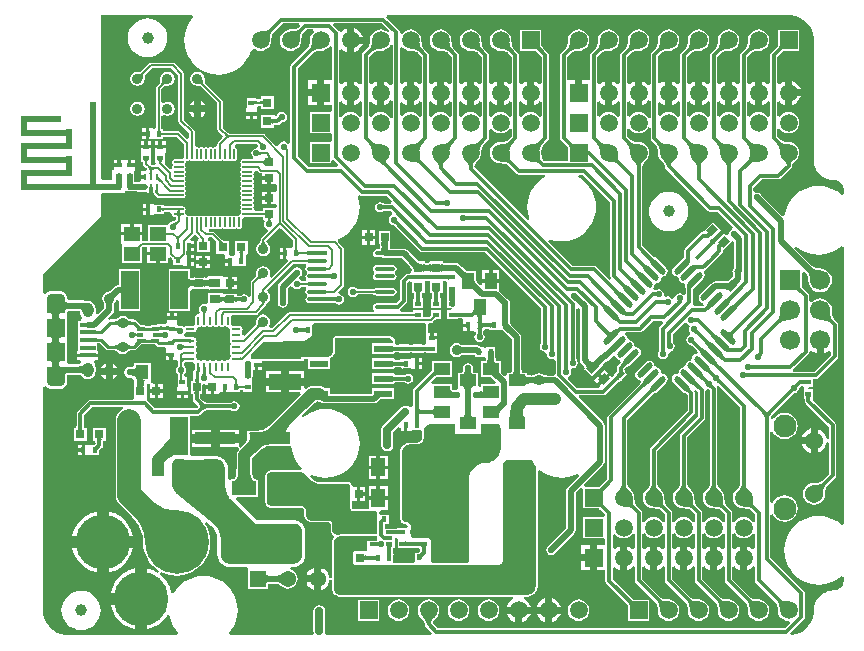
<source format=gtl>
G04 Layer_Physical_Order=1*
G04 Layer_Color=255*
%FSLAX44Y44*%
%MOMM*%
G71*
G01*
G75*
%ADD10R,0.5000X0.4500*%
%ADD11R,0.4500X0.5000*%
%ADD12R,1.2000X1.6000*%
%ADD13R,1.6000X1.2000*%
%ADD14R,0.8000X0.6500*%
%ADD15C,1.0000*%
G04:AMPARAMS|DCode=16|XSize=0.65mm|YSize=0.8mm|CornerRadius=0mm|HoleSize=0mm|Usage=FLASHONLY|Rotation=135.000|XOffset=0mm|YOffset=0mm|HoleType=Round|Shape=Rectangle|*
%AMROTATEDRECTD16*
4,1,4,0.5127,0.0530,-0.0530,-0.5127,-0.5127,-0.0530,0.0530,0.5127,0.5127,0.0530,0.0*
%
%ADD16ROTATEDRECTD16*%

G04:AMPARAMS|DCode=17|XSize=0.45mm|YSize=0.5mm|CornerRadius=0mm|HoleSize=0mm|Usage=FLASHONLY|Rotation=135.000|XOffset=0mm|YOffset=0mm|HoleType=Round|Shape=Rectangle|*
%AMROTATEDRECTD17*
4,1,4,0.3359,0.0177,-0.0177,-0.3359,-0.3359,-0.0177,0.0177,0.3359,0.3359,0.0177,0.0*
%
%ADD17ROTATEDRECTD17*%

%ADD18R,0.6500X0.8000*%
%ADD19R,1.0000X1.4000*%
%ADD20R,0.8000X0.8000*%
%ADD21R,1.4000X1.0000*%
%ADD22R,1.5000X3.2000*%
%ADD23R,0.8000X0.8000*%
%ADD24R,2.1000X1.2000*%
%ADD25R,1.4000X1.2000*%
%ADD26R,0.2500X0.5500*%
%ADD27R,1.1000X1.2500*%
%ADD28R,2.8000X1.4000*%
%ADD29R,3.5000X1.0000*%
%ADD30R,0.9000X0.8000*%
%ADD31R,4.6000X4.6000*%
%ADD32O,0.2000X0.8500*%
%ADD33O,0.8500X0.2000*%
%ADD34R,2.5500X2.5500*%
%ADD35O,0.2500X0.8000*%
%ADD36O,0.8000X0.2500*%
G04:AMPARAMS|DCode=37|XSize=0.3mm|YSize=1.6mm|CornerRadius=0mm|HoleSize=0mm|Usage=FLASHONLY|Rotation=315.000|XOffset=0mm|YOffset=0mm|HoleType=Round|Shape=Rectangle|*
%AMROTATEDRECTD37*
4,1,4,-0.6717,-0.4596,0.4596,0.6717,0.6717,0.4596,-0.4596,-0.6717,-0.6717,-0.4596,0.0*
%
%ADD37ROTATEDRECTD37*%

%ADD38R,2.6200X3.5100*%
%ADD39R,1.6000X0.6100*%
%ADD40R,0.5000X0.3000*%
%ADD41R,0.6000X0.3000*%
%ADD42R,2.2000X8.0000*%
G04:AMPARAMS|DCode=43|XSize=0.55mm|YSize=1.65mm|CornerRadius=0mm|HoleSize=0mm|Usage=FLASHONLY|Rotation=315.000|XOffset=0mm|YOffset=0mm|HoleType=Round|Shape=Round|*
%AMOVALD43*
21,1,1.1000,0.5500,0.0000,0.0000,45.0*
1,1,0.5500,-0.3889,-0.3889*
1,1,0.5500,0.3889,0.3889*
%
%ADD43OVALD43*%

G04:AMPARAMS|DCode=44|XSize=0.55mm|YSize=1.65mm|CornerRadius=0mm|HoleSize=0mm|Usage=FLASHONLY|Rotation=225.000|XOffset=0mm|YOffset=0mm|HoleType=Round|Shape=Round|*
%AMOVALD44*
21,1,1.1000,0.5500,0.0000,0.0000,315.0*
1,1,0.5500,-0.3889,0.3889*
1,1,0.5500,0.3889,-0.3889*
%
%ADD44OVALD44*%

%ADD45O,1.7000X0.3500*%
%ADD46R,1.7000X0.3500*%
%ADD47R,1.3500X0.4000*%
%ADD48R,1.5500X1.2000*%
%ADD49R,1.5500X1.5000*%
%ADD50R,0.2540X0.5080*%
%ADD51C,0.1500*%
%ADD52C,0.3000*%
%ADD53C,2.0000*%
%ADD54C,0.5000*%
%ADD55C,1.0000*%
%ADD56C,0.2000*%
%ADD57C,0.2500*%
%ADD58C,0.7000*%
%ADD59C,0.4000*%
%ADD60R,7.1120X0.5080*%
%ADD61R,0.5080X1.6510*%
%ADD62R,4.3180X0.5080*%
%ADD63R,0.5080X7.4422*%
%ADD64R,3.4316X0.5080*%
%ADD65C,0.8800*%
%ADD66C,1.5000*%
%ADD67R,1.5000X1.5000*%
%ADD68C,1.7000*%
%ADD69R,1.7000X1.7000*%
%ADD70C,4.6200*%
%ADD71C,5.3800*%
%ADD72C,1.3700*%
%ADD73R,1.3700X1.3700*%
%ADD74C,1.5400*%
%ADD75C,1.9300*%
%ADD76O,1.5500X0.9000*%
%ADD77O,0.9500X1.2500*%
%ADD78C,0.5080*%
%ADD79C,0.5500*%
%ADD80C,0.6500*%
G36*
X88245Y254928D02*
X88320Y254890D01*
X88445Y254858D01*
X88620Y254829D01*
X88845Y254805D01*
X89820Y254759D01*
X90720Y254750D01*
Y252250D01*
X90245Y252248D01*
X88445Y252142D01*
X88320Y252110D01*
X88245Y252072D01*
X88220Y252031D01*
Y254970D01*
X88245Y254928D01*
D02*
G37*
G36*
X19025Y256681D02*
X18600Y256530D01*
X18225Y256278D01*
X17900Y255926D01*
X17625Y255473D01*
X17400Y254920D01*
X17225Y254266D01*
X17209Y254170D01*
X17225Y254074D01*
X17400Y253420D01*
X17625Y252867D01*
X17900Y252414D01*
X18225Y252062D01*
X18600Y251810D01*
X19025Y251659D01*
X19500Y251609D01*
X9500D01*
X9975Y251659D01*
X10400Y251810D01*
X10775Y252062D01*
X11100Y252414D01*
X11375Y252867D01*
X11600Y253420D01*
X11775Y254074D01*
X11791Y254170D01*
X11775Y254266D01*
X11600Y254920D01*
X11375Y255473D01*
X11100Y255926D01*
X10775Y256278D01*
X10400Y256530D01*
X9975Y256681D01*
X9500Y256731D01*
X19500D01*
X19025Y256681D01*
D02*
G37*
G36*
X535505Y252547D02*
X535544Y252013D01*
X535578Y251781D01*
X535622Y251572D01*
X535676Y251387D01*
X535739Y251225D01*
X535813Y251087D01*
X535896Y250972D01*
X535989Y250881D01*
X532154Y250531D01*
X532220Y250624D01*
X532279Y250741D01*
X532331Y250881D01*
X532376Y251044D01*
X532414Y251232D01*
X532445Y251443D01*
X532486Y251935D01*
X532500Y252521D01*
X535500Y252850D01*
X535505Y252547D01*
D02*
G37*
G36*
X87816Y252061D02*
X87580Y252155D01*
X87317Y252188D01*
X87029Y252160D01*
X86714Y252071D01*
X86374Y251922D01*
X86007Y251712D01*
X85615Y251441D01*
X85196Y251109D01*
X84751Y250716D01*
X84281Y250263D01*
X81513Y251031D01*
X82055Y251590D01*
X82899Y252573D01*
X83200Y252995D01*
X83420Y253372D01*
X83559Y253702D01*
X83618Y253987D01*
X83596Y254226D01*
X83494Y254419D01*
X83311Y254566D01*
X87816Y252061D01*
D02*
G37*
G36*
X102459Y252436D02*
X102545Y252404D01*
X102645Y252342D01*
X102758Y252252D01*
X102884Y252134D01*
X101116Y250366D01*
X100796Y250689D01*
X99640Y251994D01*
X99630Y252045D01*
X99659Y252061D01*
X102220Y252031D01*
X102226Y252170D01*
X102246Y252280D01*
X102279Y252362D01*
X102326Y252416D01*
X102386Y252440D01*
X102459Y252436D01*
D02*
G37*
G36*
X97281Y252031D02*
X97255Y252072D01*
X97181Y252110D01*
X97056Y252142D01*
X96881Y252171D01*
X96656Y252195D01*
X95681Y252241D01*
X94781Y252250D01*
Y254750D01*
X95255Y254752D01*
X97056Y254858D01*
X97181Y254890D01*
X97255Y254928D01*
X97281Y254970D01*
Y252031D01*
D02*
G37*
G36*
X109781Y249030D02*
X109755Y249215D01*
X109681Y249380D01*
X109556Y249525D01*
X109381Y249651D01*
X109156Y249758D01*
X108881Y249845D01*
X108555Y249913D01*
X108181Y249961D01*
X107755Y249990D01*
X107281Y250000D01*
Y252500D01*
X107755Y252510D01*
X108555Y252587D01*
X108881Y252655D01*
X109156Y252742D01*
X109381Y252849D01*
X109556Y252975D01*
X109681Y253120D01*
X109755Y253285D01*
X109781Y253470D01*
Y249030D01*
D02*
G37*
G36*
X566488Y253856D02*
X567228Y253216D01*
X567582Y252948D01*
X567925Y252717D01*
X568258Y252520D01*
X568580Y252359D01*
X568892Y252233D01*
X569193Y252142D01*
X569483Y252087D01*
X566124Y248728D01*
X566069Y249018D01*
X565978Y249319D01*
X565852Y249631D01*
X565691Y249953D01*
X565494Y250286D01*
X565263Y250629D01*
X564995Y250983D01*
X564355Y251723D01*
X563982Y252108D01*
X566103Y254230D01*
X566488Y253856D01*
D02*
G37*
G36*
X122194Y250202D02*
X122426Y250002D01*
X122657Y249826D01*
X122890Y249673D01*
X123123Y249544D01*
X123356Y249438D01*
X123590Y249356D01*
X123824Y249297D01*
X124021Y249314D01*
X124228Y249350D01*
X124419Y249394D01*
X124594Y249445D01*
X124754Y249505D01*
X124897Y249573D01*
X125024Y249649D01*
Y247351D01*
X124897Y247427D01*
X124754Y247495D01*
X124594Y247555D01*
X124419Y247606D01*
X124228Y247650D01*
X124021Y247686D01*
X123839Y247705D01*
X123825Y247703D01*
X123590Y247644D01*
X123356Y247562D01*
X123123Y247456D01*
X122890Y247327D01*
X122657Y247174D01*
X122426Y246998D01*
X122194Y246798D01*
X121964Y246575D01*
Y250425D01*
X122194Y250202D01*
D02*
G37*
G36*
X430004Y252152D02*
X430068Y251381D01*
X430106Y251170D01*
X430153Y250982D01*
X430208Y250818D01*
X430272Y250677D01*
X430344Y250559D01*
X430425Y250464D01*
X426575D01*
X426656Y250559D01*
X426728Y250677D01*
X426792Y250818D01*
X426847Y250982D01*
X426894Y251170D01*
X426932Y251381D01*
X426962Y251614D01*
X426996Y252152D01*
X427000Y252455D01*
X430000D01*
X430004Y252152D01*
D02*
G37*
G36*
X327552Y268334D02*
X327896Y267206D01*
D01*
X327896Y266031D01*
X327896Y252200D01*
X327896Y251829D01*
X327613Y251144D01*
X327088Y250620D01*
X326403Y250336D01*
X326032Y250336D01*
X325000D01*
Y250500D01*
X323694D01*
X323470Y250593D01*
X323301Y250523D01*
X323121Y250555D01*
X323042Y250500D01*
X318958D01*
X318878Y250555D01*
X318699Y250523D01*
X318531Y250593D01*
X318306Y250500D01*
X317000D01*
Y250336D01*
X313250D01*
Y250500D01*
X311944D01*
X311719Y250593D01*
X311551Y250523D01*
X311371Y250555D01*
X311292Y250500D01*
X307222D01*
X307153Y250550D01*
X306961Y250518D01*
X306780Y250593D01*
X306556Y250500D01*
X305250D01*
Y250336D01*
X304193D01*
X303684Y250336D01*
X302745Y250725D01*
X302026Y251444D01*
X301637Y252383D01*
X301637Y252891D01*
X301549Y253790D01*
X300861Y255452D01*
X299589Y256723D01*
X297928Y257411D01*
X297029Y257500D01*
X273998D01*
X273530Y257593D01*
X273062Y257500D01*
X264998D01*
X264530Y257593D01*
X264062Y257500D01*
X255998D01*
X255530Y257593D01*
X255062Y257500D01*
X252090D01*
X251502Y257442D01*
X250413Y256991D01*
X249581Y256159D01*
X249130Y255070D01*
X249072Y254482D01*
X249072Y244894D01*
X249072Y243900D01*
X248312Y242065D01*
X246907Y240660D01*
X245308Y239998D01*
X244078Y239900D01*
X244078Y239900D01*
X244078Y239900D01*
X223300Y239900D01*
X223105Y239881D01*
X222744Y239732D01*
X222744Y239732D01*
X222468Y239456D01*
X222468Y239456D01*
X222319Y239095D01*
X222300Y238900D01*
X222300Y238900D01*
X222300Y238900D01*
X222300Y238899D01*
X222129Y238667D01*
X221362Y237900D01*
X221300Y237900D01*
X181409D01*
X181030Y237900D01*
X180328Y238191D01*
X179791Y238728D01*
X179500Y239430D01*
X179500Y239809D01*
X179500Y239810D01*
X179451Y241049D01*
X179687Y242542D01*
X189873Y252729D01*
X190343Y252842D01*
X191582Y252891D01*
X191582Y252891D01*
X221400Y253100D01*
X222465Y253152D01*
X224554Y253568D01*
X226521Y254383D01*
X228292Y255566D01*
X229082Y256282D01*
X229900Y257100D01*
X230271Y257136D01*
X230956Y257420D01*
X231480Y257944D01*
X231668Y258400D01*
X231800D01*
Y259000D01*
X231800D01*
X231800Y266456D01*
X232302Y267669D01*
X233231Y268597D01*
X233493Y268706D01*
X327181D01*
X327552Y268334D01*
D02*
G37*
G36*
X555574Y253932D02*
X555606Y253797D01*
X555661Y253652D01*
X555738Y253497D01*
X555837Y253331D01*
X555959Y253155D01*
X556104Y252969D01*
X556459Y252565D01*
X556671Y252348D01*
X554550Y250226D01*
X554332Y250438D01*
X553742Y250938D01*
X553566Y251060D01*
X553400Y251159D01*
X553245Y251236D01*
X553100Y251291D01*
X552965Y251324D01*
X552841Y251334D01*
X555564Y254056D01*
X555574Y253932D01*
D02*
G37*
G36*
X48245Y256003D02*
X48320Y255881D01*
X48444Y255773D01*
X48619Y255679D01*
X48844Y255600D01*
X49120Y255535D01*
X49444Y255485D01*
X49819Y255449D01*
X50719Y255420D01*
Y252920D01*
X50244Y252913D01*
X49444Y252855D01*
X49120Y252805D01*
X48844Y252740D01*
X48619Y252661D01*
X48444Y252567D01*
X48320Y252460D01*
X48245Y252337D01*
X48219Y252201D01*
Y256140D01*
X48245Y256003D01*
D02*
G37*
G36*
X225830Y259930D02*
X225800Y260115D01*
X225711Y260280D01*
X225560Y260425D01*
X225350Y260551D01*
X225081Y260658D01*
X224750Y260745D01*
X224361Y260813D01*
X223911Y260861D01*
X222831Y260900D01*
Y263900D01*
X223400Y263910D01*
X224361Y263987D01*
X224750Y264055D01*
X225081Y264142D01*
X225350Y264249D01*
X225560Y264375D01*
X225711Y264520D01*
X225800Y264685D01*
X225830Y264869D01*
Y259930D01*
D02*
G37*
G36*
X104720Y257820D02*
Y257250D01*
X104614Y257250D01*
X104469Y256464D01*
X104354Y256614D01*
X104219Y256747D01*
X104065Y256865D01*
X103893Y256967D01*
X103701Y257054D01*
X103490Y257124D01*
X103259Y257179D01*
X103209Y257187D01*
X102445Y257142D01*
X102320Y257110D01*
X102245Y257072D01*
X102220Y257031D01*
Y259970D01*
X102245Y259928D01*
X102320Y259890D01*
X102445Y259858D01*
X102620Y259829D01*
X102844Y259805D01*
X103511Y259773D01*
X103797Y259795D01*
X104039Y259830D01*
X104477Y259930D01*
X104673Y259995D01*
X104854Y260070D01*
X105019Y260155D01*
X105169Y260250D01*
X104720Y257820D01*
D02*
G37*
G36*
X557865Y262954D02*
X557898Y262819D01*
X557952Y262674D01*
X558030Y262519D01*
X558129Y262353D01*
X558251Y262177D01*
X558395Y261991D01*
X558751Y261587D01*
X558963Y261370D01*
X556841Y259248D01*
X556624Y259460D01*
X556034Y259960D01*
X555858Y260082D01*
X555692Y260181D01*
X555537Y260259D01*
X555392Y260313D01*
X555257Y260346D01*
X555133Y260356D01*
X557855Y263078D01*
X557865Y262954D01*
D02*
G37*
G36*
X589098Y259862D02*
X588701Y259445D01*
X588369Y259049D01*
X588100Y258674D01*
X587896Y258321D01*
X587756Y257990D01*
X587680Y257680D01*
X587668Y257393D01*
X587719Y257126D01*
X587836Y256882D01*
X588016Y256659D01*
X583773Y260901D01*
X583996Y260721D01*
X584240Y260605D01*
X584507Y260553D01*
X584795Y260565D01*
X585104Y260642D01*
X585435Y260782D01*
X585788Y260986D01*
X586163Y261255D01*
X586559Y261587D01*
X586977Y261984D01*
X589098Y259862D01*
D02*
G37*
G36*
X397219Y268715D02*
X397325Y268413D01*
X397502Y268063D01*
X397749Y267666D01*
X398067Y267220D01*
X398916Y266187D01*
X400047Y264964D01*
X400719Y264280D01*
X397434Y260495D01*
X396750Y261167D01*
X394493Y263147D01*
X394048Y263465D01*
X393651Y263712D01*
X393301Y263889D01*
X392999Y263995D01*
X392744Y264030D01*
X397183Y268969D01*
X397219Y268715D01*
D02*
G37*
G36*
X219859Y264244D02*
X219977Y264172D01*
X220118Y264108D01*
X220282Y264053D01*
X220470Y264006D01*
X220681Y263968D01*
X220914Y263938D01*
X221452Y263904D01*
X221755Y263900D01*
Y260900D01*
X221452Y260896D01*
X220681Y260832D01*
X220470Y260794D01*
X220282Y260747D01*
X220118Y260692D01*
X219977Y260628D01*
X219859Y260556D01*
X219764Y260475D01*
Y264325D01*
X219859Y264244D01*
D02*
G37*
G36*
X482399Y261587D02*
X482795Y261255D01*
X483169Y260986D01*
X483522Y260782D01*
X483853Y260642D01*
X484163Y260565D01*
X484451Y260553D01*
X484717Y260605D01*
X484962Y260721D01*
X485185Y260902D01*
X480942Y256659D01*
X481122Y256882D01*
X481238Y257126D01*
X481290Y257393D01*
X481278Y257680D01*
X481202Y257990D01*
X481062Y258321D01*
X480857Y258674D01*
X480589Y259049D01*
X480256Y259445D01*
X479860Y259862D01*
X481981Y261984D01*
X482399Y261587D01*
D02*
G37*
G36*
X571905Y259481D02*
X572641Y258866D01*
X573006Y258608D01*
X573368Y258382D01*
X573727Y258189D01*
X574084Y258029D01*
X574439Y257901D01*
X574791Y257806D01*
X575140Y257744D01*
X571781Y254384D01*
X571733Y254615D01*
X571647Y254865D01*
X571524Y255133D01*
X571363Y255419D01*
X571164Y255724D01*
X570928Y256047D01*
X570342Y256748D01*
X569606Y257522D01*
X571533Y259838D01*
X571905Y259481D01*
D02*
G37*
G36*
X170538Y254620D02*
X170636Y254595D01*
X170769Y254573D01*
X171143Y254537D01*
X171970Y254506D01*
X172698Y254500D01*
Y252500D01*
X172316Y252498D01*
X170538Y252379D01*
X170476Y252351D01*
Y254649D01*
X170538Y254620D01*
D02*
G37*
G36*
X374861Y260402D02*
X374925Y259631D01*
X374963Y259420D01*
X375010Y259232D01*
X375065Y259068D01*
X375129Y258927D01*
X375201Y258809D01*
X375282Y258714D01*
X371432D01*
X371513Y258809D01*
X371585Y258927D01*
X371649Y259068D01*
X371704Y259232D01*
X371751Y259420D01*
X371789Y259631D01*
X371819Y259865D01*
X371853Y260402D01*
X371857Y260705D01*
X374857D01*
X374861Y260402D01*
D02*
G37*
G36*
X48245Y262503D02*
X48320Y262381D01*
X48444Y262273D01*
X48619Y262179D01*
X48844Y262100D01*
X49120Y262035D01*
X49444Y261985D01*
X49819Y261949D01*
X50719Y261920D01*
Y259420D01*
X50244Y259413D01*
X49444Y259355D01*
X49120Y259305D01*
X48844Y259240D01*
X48619Y259161D01*
X48444Y259067D01*
X48320Y258960D01*
X48245Y258837D01*
X48219Y258701D01*
Y262640D01*
X48245Y262503D01*
D02*
G37*
G36*
X80947Y260464D02*
X81178Y260265D01*
X81410Y260088D01*
X81642Y259936D01*
X81875Y259806D01*
X82109Y259701D01*
X82343Y259618D01*
X82577Y259560D01*
X82579Y259559D01*
X82740Y259586D01*
X82906Y259627D01*
X83041Y259677D01*
X83146Y259736D01*
X83221Y259805D01*
X83265Y259883D01*
X83280Y259970D01*
Y257263D01*
X83265Y257405D01*
X83221Y257533D01*
X83146Y257645D01*
X83041Y257743D01*
X82906Y257825D01*
X82740Y257893D01*
X82545Y257945D01*
X82515Y257950D01*
X82343Y257907D01*
X82109Y257825D01*
X81875Y257719D01*
X81642Y257590D01*
X81410Y257437D01*
X81178Y257261D01*
X80947Y257061D01*
X80716Y256838D01*
Y260688D01*
X80947Y260464D01*
D02*
G37*
G36*
X74752Y250982D02*
X75115Y250671D01*
X75480Y250397D01*
X75848Y250159D01*
X76218Y249958D01*
X76591Y249793D01*
X76967Y249665D01*
X77345Y249573D01*
X77725Y249518D01*
X78109Y249500D01*
Y247000D01*
X77725Y246982D01*
X77345Y246927D01*
X76967Y246835D01*
X76591Y246707D01*
X76218Y246542D01*
X75848Y246341D01*
X75480Y246103D01*
X75115Y245829D01*
X74752Y245518D01*
X74392Y245170D01*
Y251330D01*
X74752Y250982D01*
D02*
G37*
G36*
X170603Y239573D02*
X170744Y239505D01*
X170900Y239445D01*
X171070Y239394D01*
X171255Y239350D01*
X171455Y239314D01*
X171898Y239266D01*
X172142Y239254D01*
X172400Y239250D01*
Y237750D01*
X172142Y237746D01*
X171455Y237686D01*
X171255Y237650D01*
X171070Y237606D01*
X170900Y237555D01*
X170744Y237495D01*
X170603Y237427D01*
X170476Y237351D01*
Y239649D01*
X170603Y239573D01*
D02*
G37*
G36*
X125024Y237351D02*
X124897Y237427D01*
X124754Y237495D01*
X124594Y237555D01*
X124419Y237606D01*
X124228Y237650D01*
X124021Y237686D01*
X123560Y237734D01*
X123305Y237746D01*
X123034Y237750D01*
Y239250D01*
X123305Y239254D01*
X124021Y239314D01*
X124228Y239350D01*
X124419Y239394D01*
X124594Y239445D01*
X124754Y239505D01*
X124897Y239573D01*
X125024Y239649D01*
Y237351D01*
D02*
G37*
G36*
X579256Y242079D02*
X579347Y241778D01*
X579473Y241466D01*
X579634Y241144D01*
X579831Y240811D01*
X580062Y240468D01*
X580330Y240114D01*
X580970Y239374D01*
X581344Y238989D01*
X579222Y236867D01*
X578837Y237241D01*
X578097Y237881D01*
X577743Y238148D01*
X577400Y238380D01*
X577067Y238577D01*
X576745Y238738D01*
X576433Y238864D01*
X576132Y238955D01*
X575842Y239010D01*
X579201Y242369D01*
X579256Y242079D01*
D02*
G37*
G36*
X125024Y242351D02*
X124897Y242427D01*
X124754Y242495D01*
X124594Y242555D01*
X124419Y242606D01*
X124228Y242650D01*
X124021Y242686D01*
X123560Y242734D01*
X123305Y242746D01*
X123034Y242750D01*
Y244250D01*
X123305Y244254D01*
X124021Y244314D01*
X124228Y244350D01*
X124419Y244394D01*
X124594Y244445D01*
X124754Y244505D01*
X124897Y244573D01*
X125024Y244649D01*
Y242351D01*
D02*
G37*
G36*
X488120Y244941D02*
X488017Y244877D01*
X487849Y244745D01*
X487324Y244279D01*
X484224Y241256D01*
X480689Y244791D01*
X484374Y248688D01*
X488120Y244941D01*
D02*
G37*
G36*
X612607Y241736D02*
X612389Y241514D01*
X611751Y240794D01*
X611651Y240657D01*
X611574Y240536D01*
X611521Y240431D01*
X611492Y240344D01*
X611486Y240274D01*
X609024Y242736D01*
X609094Y242742D01*
X609181Y242771D01*
X609286Y242824D01*
X609407Y242901D01*
X609544Y243001D01*
X609870Y243272D01*
X610264Y243639D01*
X610486Y243857D01*
X612607Y241736D01*
D02*
G37*
G36*
X385275Y238514D02*
X385350Y237659D01*
X385475Y236904D01*
X385650Y236250D01*
X385875Y235697D01*
X386150Y235244D01*
X386475Y234892D01*
X386850Y234640D01*
X387275Y234489D01*
X387750Y234439D01*
X377750D01*
X378225Y234489D01*
X378650Y234640D01*
X379025Y234892D01*
X379350Y235244D01*
X379625Y235697D01*
X379850Y236250D01*
X380025Y236904D01*
X380150Y237659D01*
X380225Y238514D01*
X380250Y239470D01*
X385250D01*
X385275Y238514D01*
D02*
G37*
G36*
X573600Y236422D02*
X573690Y236121D01*
X573816Y235809D01*
X573977Y235487D01*
X574174Y235154D01*
X574406Y234811D01*
X574673Y234457D01*
X575313Y233717D01*
X575687Y233332D01*
X573565Y231210D01*
X573180Y231584D01*
X572440Y232224D01*
X572086Y232492D01*
X571743Y232724D01*
X571410Y232920D01*
X571088Y233081D01*
X570776Y233207D01*
X570475Y233298D01*
X570185Y233353D01*
X573544Y236712D01*
X573600Y236422D01*
D02*
G37*
G36*
X498773Y233353D02*
X498482Y233298D01*
X498181Y233207D01*
X497870Y233081D01*
X497547Y232920D01*
X497215Y232724D01*
X496871Y232492D01*
X496517Y232224D01*
X495778Y231584D01*
X495392Y231210D01*
X493271Y233332D01*
X493644Y233717D01*
X494285Y234457D01*
X494552Y234811D01*
X494784Y235154D01*
X494980Y235487D01*
X495142Y235809D01*
X495267Y236121D01*
X495358Y236422D01*
X495413Y236712D01*
X498773Y233353D01*
D02*
G37*
G36*
X453754Y238402D02*
X453818Y237631D01*
X453856Y237420D01*
X453903Y237232D01*
X453958Y237068D01*
X454022Y236927D01*
X454094Y236809D01*
X454175Y236714D01*
X450325D01*
X450406Y236809D01*
X450478Y236927D01*
X450542Y237068D01*
X450597Y237232D01*
X450644Y237420D01*
X450682Y237631D01*
X450712Y237864D01*
X450746Y238402D01*
X450750Y238705D01*
X453750D01*
X453754Y238402D01*
D02*
G37*
G36*
X477087Y235098D02*
X476421Y234421D01*
X474563Y232319D01*
X474300Y231945D01*
X474119Y231631D01*
X474019Y231378D01*
X473999Y231185D01*
X474061Y231053D01*
X469507Y235606D01*
X469639Y235545D01*
X469832Y235565D01*
X470085Y235665D01*
X470399Y235846D01*
X470773Y236109D01*
X471208Y236452D01*
X472258Y237381D01*
X473552Y238633D01*
X477087Y235098D01*
D02*
G37*
G36*
X121510Y239285D02*
X121539Y239059D01*
X121587Y238883D01*
X121655Y238756D01*
X121742Y238678D01*
X121849Y238650D01*
X121975Y238671D01*
X122121Y238741D01*
X122285Y238861D01*
X122470Y239030D01*
X122561Y237000D01*
X122359Y236784D01*
X122179Y236558D01*
X122020Y236324D01*
X121882Y236081D01*
X121765Y235830D01*
X121670Y235569D01*
X121595Y235300D01*
X121542Y235022D01*
X121511Y234735D01*
X121500Y234439D01*
X120000Y236250D01*
X121500Y239561D01*
X121510Y239285D01*
D02*
G37*
G36*
X357221Y248716D02*
X357394Y248617D01*
X357607Y248530D01*
X357859Y248455D01*
X358152Y248391D01*
X358483Y248339D01*
X359266Y248269D01*
X360206Y248246D01*
Y243246D01*
X359716Y243240D01*
X358483Y243153D01*
X358152Y243101D01*
X357859Y243037D01*
X357607Y242962D01*
X357394Y242875D01*
X357221Y242776D01*
X357088Y242666D01*
Y248826D01*
X357221Y248716D01*
D02*
G37*
G36*
X318531Y244531D02*
X318500Y244667D01*
X318410Y244790D01*
X318260Y244897D01*
X318050Y244991D01*
X317780Y245070D01*
X317451Y245135D01*
X317061Y245185D01*
X316101Y245243D01*
X315530Y245250D01*
Y248250D01*
X316101Y248257D01*
X317451Y248365D01*
X317780Y248430D01*
X318050Y248509D01*
X318260Y248603D01*
X318410Y248710D01*
X318500Y248833D01*
X318531Y248969D01*
Y244531D01*
D02*
G37*
G36*
X311749Y248833D02*
X311840Y248710D01*
X311989Y248603D01*
X312199Y248509D01*
X312470Y248430D01*
X312799Y248365D01*
X313190Y248315D01*
X314149Y248257D01*
X314720Y248250D01*
Y245250D01*
X314149Y245243D01*
X312799Y245135D01*
X312470Y245070D01*
X312199Y244991D01*
X311989Y244897D01*
X311840Y244790D01*
X311749Y244667D01*
X311719Y244531D01*
Y248969D01*
X311749Y248833D01*
D02*
G37*
G36*
X306780Y244531D02*
X306751Y244677D01*
X306660Y244807D01*
X306511Y244923D01*
X306301Y245023D01*
X306031Y245108D01*
X305700Y245177D01*
X305310Y245231D01*
X304350Y245292D01*
X303780Y245300D01*
Y248300D01*
X304350Y248307D01*
X305700Y248407D01*
X306031Y248467D01*
X306301Y248541D01*
X306511Y248628D01*
X306660Y248729D01*
X306751Y248842D01*
X306780Y248969D01*
Y244531D01*
D02*
G37*
G36*
X68108Y245170D02*
X67748Y245518D01*
X67385Y245829D01*
X67020Y246103D01*
X66652Y246341D01*
X66282Y246542D01*
X65909Y246707D01*
X65533Y246835D01*
X65155Y246927D01*
X64774Y246982D01*
X64391Y247000D01*
Y249500D01*
X64774Y249518D01*
X65155Y249573D01*
X65533Y249665D01*
X65909Y249793D01*
X66282Y249958D01*
X66652Y250159D01*
X67020Y250397D01*
X67385Y250671D01*
X67748Y250982D01*
X68108Y251330D01*
Y245170D01*
D02*
G37*
G36*
X330531Y244531D02*
X330500Y244667D01*
X330410Y244790D01*
X330261Y244897D01*
X330051Y244991D01*
X329781Y245070D01*
X329450Y245135D01*
X329061Y245185D01*
X328101Y245243D01*
X327531Y245250D01*
Y248250D01*
X328101Y248257D01*
X329450Y248365D01*
X329781Y248430D01*
X330051Y248509D01*
X330261Y248603D01*
X330410Y248710D01*
X330500Y248833D01*
X330531Y248969D01*
Y244531D01*
D02*
G37*
G36*
X323499Y248833D02*
X323590Y248710D01*
X323740Y248603D01*
X323950Y248509D01*
X324220Y248430D01*
X324549Y248365D01*
X324939Y248315D01*
X325900Y248257D01*
X326469Y248250D01*
Y245250D01*
X325900Y245243D01*
X324549Y245135D01*
X324220Y245070D01*
X323950Y244991D01*
X323740Y244897D01*
X323590Y244790D01*
X323499Y244667D01*
X323470Y244531D01*
Y248969D01*
X323499Y248833D01*
D02*
G37*
G36*
X299529Y249515D02*
X299620Y249260D01*
X299769Y249035D01*
X299979Y248840D01*
X300250Y248675D01*
X300579Y248540D01*
X300970Y248435D01*
X301420Y248360D01*
X301929Y248315D01*
X302500Y248300D01*
Y245300D01*
X301929Y245285D01*
X301420Y245240D01*
X300970Y245165D01*
X300579Y245060D01*
X300250Y244925D01*
X299979Y244760D01*
X299769Y244565D01*
X299620Y244340D01*
X299529Y244085D01*
X299499Y243800D01*
Y249800D01*
X299529Y249515D01*
D02*
G37*
G36*
X560832Y248199D02*
X561571Y247559D01*
X561925Y247292D01*
X562268Y247060D01*
X562601Y246863D01*
X562923Y246702D01*
X563235Y246576D01*
X563536Y246485D01*
X563826Y246430D01*
X560467Y243071D01*
X560412Y243361D01*
X560321Y243662D01*
X560195Y243974D01*
X560034Y244296D01*
X559838Y244629D01*
X559606Y244972D01*
X559338Y245326D01*
X558698Y246066D01*
X558325Y246451D01*
X560446Y248573D01*
X560832Y248199D01*
D02*
G37*
G36*
X664670Y242796D02*
X664672Y242796D01*
X667470Y243955D01*
X668941Y245084D01*
X670941Y244098D01*
Y241517D01*
X656733Y227309D01*
X639563D01*
X639067Y228097D01*
X638805Y229309D01*
X651663Y242167D01*
X651663Y242167D01*
X652326Y243160D01*
X652497Y244022D01*
X653356Y244582D01*
X654559Y244961D01*
X655870Y243955D01*
X658668Y242796D01*
X658670Y242796D01*
Y254000D01*
X664670D01*
Y242796D01*
D02*
G37*
G36*
X584460Y248423D02*
X584479Y248171D01*
X584590Y247949D01*
X584793Y247756D01*
X585088Y247593D01*
X585475Y247460D01*
X585953Y247356D01*
X586523Y247282D01*
X587185Y247238D01*
X587939Y247223D01*
X587414Y244223D01*
X586367Y244228D01*
X582873Y244440D01*
X582756Y244507D01*
X582771Y244582D01*
X582919Y244667D01*
X584533Y248704D01*
X584460Y248423D01*
D02*
G37*
G36*
X530004Y245652D02*
X530068Y244881D01*
X530106Y244670D01*
X530153Y244482D01*
X530208Y244318D01*
X530272Y244177D01*
X530344Y244059D01*
X530425Y243964D01*
X526575D01*
X526656Y244059D01*
X526728Y244177D01*
X526792Y244318D01*
X526847Y244482D01*
X526894Y244670D01*
X526932Y244881D01*
X526962Y245114D01*
X526996Y245652D01*
X527000Y245955D01*
X530000D01*
X530004Y245652D01*
D02*
G37*
G36*
X436004D02*
X436068Y244881D01*
X436106Y244670D01*
X436153Y244482D01*
X436208Y244318D01*
X436272Y244177D01*
X436344Y244059D01*
X436425Y243964D01*
X432575D01*
X432656Y244059D01*
X432728Y244177D01*
X432792Y244318D01*
X432847Y244482D01*
X432894Y244670D01*
X432932Y244881D01*
X432962Y245114D01*
X432996Y245652D01*
X433000Y245955D01*
X436000D01*
X436004Y245652D01*
D02*
G37*
G36*
X528866Y268191D02*
X526337Y265663D01*
X525674Y264671D01*
X525441Y263500D01*
X525441Y263500D01*
Y246128D01*
X525377Y245978D01*
X525373Y245714D01*
X525345Y245268D01*
X525327Y245128D01*
X525306Y245012D01*
X525287Y244938D01*
X525284Y244927D01*
X525271Y244906D01*
X525268Y244889D01*
X525248Y244845D01*
X525246Y244780D01*
X524497Y243658D01*
X524167Y242000D01*
X524497Y240342D01*
X525436Y238936D01*
X526842Y237997D01*
X528500Y237667D01*
X530158Y237997D01*
X531564Y238936D01*
X532503Y240342D01*
X532833Y242000D01*
X532697Y242687D01*
X534194Y244401D01*
X534236Y244420D01*
X534250Y244417D01*
X535908Y244747D01*
X537314Y245686D01*
X538253Y247092D01*
X538583Y248750D01*
X538253Y250408D01*
X537314Y251814D01*
X537238Y251865D01*
X537217Y251904D01*
X537214Y251911D01*
X537211Y251923D01*
X537210Y251925D01*
X537198Y251967D01*
X537177Y252067D01*
X537159Y252190D01*
X537127Y252620D01*
X537123Y252876D01*
X537091Y252949D01*
X537114Y253026D01*
X537059Y253127D01*
Y259229D01*
X546819Y268989D01*
X549180Y268522D01*
X549572Y267936D01*
X550559Y267276D01*
X550981Y266961D01*
X551202Y264913D01*
X551102Y264764D01*
X550772Y263106D01*
X551102Y261447D01*
X551888Y260272D01*
X551690Y259107D01*
X551318Y258119D01*
X551155Y258087D01*
X549750Y257148D01*
X548810Y255742D01*
X548480Y254083D01*
X548810Y252425D01*
X549750Y251019D01*
X551155Y250080D01*
X552479Y249817D01*
X552526Y249772D01*
X552571Y249755D01*
X552585Y249745D01*
X552609Y249739D01*
X552620Y249734D01*
X552684Y249695D01*
X552753Y249648D01*
X553240Y249235D01*
X553418Y249062D01*
X553570Y249002D01*
X557098Y245473D01*
X557158Y245322D01*
X557500Y244969D01*
X558003Y244388D01*
X557943Y243906D01*
X557739Y243295D01*
X557650Y243099D01*
X557367Y242684D01*
X557188Y242509D01*
X557041Y242404D01*
X556951Y242356D01*
X555802Y242127D01*
X554396Y241188D01*
X553456Y239782D01*
X553213Y238559D01*
X552392Y237535D01*
X551368Y236714D01*
X550145Y236470D01*
X548739Y235531D01*
X547799Y234125D01*
X547556Y232902D01*
X546146Y231143D01*
X544488Y230814D01*
X543082Y229874D01*
X542143Y228468D01*
X541899Y227245D01*
X540489Y225486D01*
X538831Y225157D01*
X537425Y224217D01*
X536486Y222812D01*
X536156Y221153D01*
X536486Y219495D01*
X537425Y218089D01*
X545203Y210311D01*
X546609Y209372D01*
X547007Y209292D01*
X547254Y209130D01*
X547461Y209091D01*
X547610Y209046D01*
X547792Y208973D01*
X548006Y208866D01*
X548248Y208723D01*
X548514Y208543D01*
X548791Y208334D01*
X549455Y207758D01*
X549598Y207620D01*
Y194674D01*
X518537Y163613D01*
X517874Y162621D01*
X517641Y161450D01*
X517641Y161450D01*
Y132729D01*
X517580Y132605D01*
X517549Y132133D01*
X517472Y131731D01*
X517335Y131287D01*
X517131Y130802D01*
X516854Y130278D01*
X516503Y129717D01*
X516086Y129139D01*
X514965Y127830D01*
X514291Y127143D01*
X514239Y127014D01*
X512839Y125189D01*
X511932Y122999D01*
X511622Y120650D01*
X511932Y118301D01*
X512839Y116111D01*
X514281Y114231D01*
X516161Y112788D01*
X518350Y111882D01*
X520595Y111586D01*
X520725Y111528D01*
X522637Y111469D01*
X523419Y111388D01*
X524143Y111271D01*
X524789Y111123D01*
X525355Y110947D01*
X525842Y110749D01*
X526253Y110532D01*
X526591Y110302D01*
X526947Y109991D01*
X527078Y109946D01*
X530341Y106683D01*
Y100622D01*
X529415Y100189D01*
X528341Y100076D01*
X527119Y101669D01*
X525239Y103111D01*
X523050Y104018D01*
X520700Y104328D01*
X518350Y104018D01*
X516161Y103111D01*
X514281Y101669D01*
X513059Y100076D01*
X511985Y100189D01*
X511059Y100622D01*
Y107950D01*
X511059Y107950D01*
X510826Y109121D01*
X510163Y110113D01*
X510163Y110113D01*
X506004Y114272D01*
X505960Y114403D01*
X505648Y114759D01*
X505418Y115097D01*
X505201Y115508D01*
X505003Y115995D01*
X504827Y116561D01*
X504679Y117207D01*
X504566Y117910D01*
X504432Y119628D01*
X504423Y120591D01*
X504369Y120719D01*
X504068Y122999D01*
X503162Y125189D01*
X501783Y126985D01*
X501733Y127118D01*
X500423Y128511D01*
X499927Y129122D01*
X499497Y129717D01*
X499146Y130278D01*
X498869Y130802D01*
X498665Y131287D01*
X498528Y131731D01*
X498451Y132133D01*
X498420Y132605D01*
X498359Y132729D01*
Y186718D01*
X518998Y207357D01*
X519149Y207416D01*
X519502Y207758D01*
X520167Y208334D01*
X520443Y208543D01*
X520710Y208723D01*
X520952Y208866D01*
X521166Y208973D01*
X521348Y209046D01*
X521496Y209091D01*
X521703Y209130D01*
X521950Y209292D01*
X522349Y209372D01*
X523754Y210311D01*
X531532Y218089D01*
X532472Y219495D01*
X532802Y221153D01*
X532472Y222812D01*
X531532Y224217D01*
X530127Y225157D01*
X528903Y225400D01*
X527879Y226221D01*
X527058Y227245D01*
X526815Y228468D01*
X525876Y229874D01*
X524470Y230814D01*
X523247Y231057D01*
X522223Y231878D01*
X521401Y232902D01*
X521158Y234125D01*
X520219Y235531D01*
X518813Y236470D01*
X517155Y236800D01*
X515496Y236470D01*
X514091Y235531D01*
X506312Y227753D01*
X505373Y226347D01*
X505043Y224689D01*
X505373Y223030D01*
X506312Y221625D01*
X507718Y220685D01*
X508868Y220457D01*
X508958Y220408D01*
X509104Y220304D01*
X509284Y220128D01*
X509566Y219715D01*
X509656Y219516D01*
X509860Y218906D01*
X509920Y218424D01*
X509417Y217844D01*
X509075Y217490D01*
X509015Y217339D01*
X482587Y190911D01*
X481924Y189919D01*
X481691Y188748D01*
X481691Y188748D01*
Y136767D01*
X476408Y131483D01*
X476264Y131430D01*
X475114Y130361D01*
X474669Y130003D01*
X474282Y129732D01*
X474140Y129650D01*
X473278D01*
X473127Y129713D01*
X473001Y129661D01*
X472869Y129692D01*
X472801Y129650D01*
X462246D01*
X461418Y131650D01*
X478134Y148366D01*
X478134Y148366D01*
X479018Y149689D01*
X479328Y151250D01*
X479328Y151250D01*
Y181750D01*
X479018Y183311D01*
X478134Y184634D01*
X478134Y184634D01*
X457174Y205593D01*
X457939Y207441D01*
X478282D01*
X478283Y207441D01*
X479453Y207674D01*
X480445Y208337D01*
X490851Y218743D01*
X492715Y219629D01*
X493862Y220645D01*
X493907Y220753D01*
X494082Y220918D01*
X494099Y221013D01*
X494129Y221043D01*
X498371Y225285D01*
X496771Y226886D01*
X496747Y226977D01*
X496597Y227065D01*
X496519Y227221D01*
X496394Y227263D01*
X496221Y227436D01*
X496170Y227676D01*
X496025Y229388D01*
X496021Y229635D01*
X496370Y229984D01*
X496521Y230044D01*
X496875Y230386D01*
X497539Y230961D01*
X497816Y231170D01*
X498083Y231350D01*
X498325Y231493D01*
X498538Y231600D01*
X498720Y231674D01*
X498869Y231719D01*
X499076Y231758D01*
X499323Y231920D01*
X499721Y231999D01*
X501127Y232938D01*
X508905Y240717D01*
X509844Y242122D01*
X510174Y243781D01*
X509844Y245439D01*
X508905Y246845D01*
X507499Y247784D01*
X505841Y248114D01*
X504431Y249873D01*
X504188Y251096D01*
X503248Y252502D01*
X501842Y253441D01*
X500184Y253771D01*
X498774Y255529D01*
X498531Y256753D01*
X497591Y258158D01*
X496794Y258691D01*
X497401Y260691D01*
X509250D01*
X509250Y260691D01*
X510420Y260924D01*
X511413Y261587D01*
X520017Y270191D01*
X528037D01*
X528866Y268191D01*
D02*
G37*
G36*
X345844Y303325D02*
X345843Y301500D01*
X345843D01*
Y296000D01*
X345843Y295755D01*
X345750Y295530D01*
X345843Y294000D01*
X346103D01*
X346215Y292234D01*
X346219Y291521D01*
X346274Y291390D01*
Y291378D01*
X346220Y291253D01*
X346179Y289260D01*
X346139Y288750D01*
X345843Y288750D01*
X345750Y287220D01*
X345843Y286995D01*
X345843Y286750D01*
Y281250D01*
X350180D01*
X350180Y281250D01*
X349257Y279250D01*
X345843D01*
Y271750D01*
X351843D01*
X351885Y271750D01*
X351964Y271695D01*
X352204Y271702D01*
X352313Y271657D01*
X353843Y271750D01*
X355781Y272441D01*
X358258D01*
X359607Y271000D01*
X359607Y270441D01*
Y268000D01*
X363857D01*
Y266500D01*
X365357D01*
Y262000D01*
X367814D01*
X368107Y262000D01*
X368192Y262024D01*
X370228Y260544D01*
X370231Y260534D01*
X370230Y260464D01*
X370202Y260018D01*
X370184Y259878D01*
X370163Y259762D01*
X370144Y259688D01*
X370140Y259677D01*
X370128Y259656D01*
X370125Y259639D01*
X370105Y259595D01*
X370103Y259530D01*
X369354Y258408D01*
X369024Y256750D01*
X369354Y255092D01*
X370293Y253686D01*
X371699Y252747D01*
X373357Y252417D01*
X375015Y252747D01*
X376421Y253686D01*
X377360Y255092D01*
X377690Y256750D01*
X377360Y258408D01*
X376611Y259530D01*
X376609Y259595D01*
X376589Y259639D01*
X376586Y259656D01*
X376573Y259677D01*
X376570Y259688D01*
X376551Y259762D01*
X376537Y259843D01*
X376484Y260480D01*
X376483Y260528D01*
X376540Y260735D01*
X377107Y262500D01*
X378723Y263428D01*
X378753Y263441D01*
X380047D01*
X380186Y263377D01*
X381208Y263341D01*
X381548Y263304D01*
X381714Y263275D01*
X381714Y262500D01*
X383245Y262407D01*
X383314Y262436D01*
X383506Y262428D01*
X383622Y262500D01*
X389214D01*
Y262500D01*
X391213Y262500D01*
X391214Y262500D01*
D01*
X392389Y262500D01*
X392521Y262422D01*
X392615Y262409D01*
X392664Y262392D01*
X392854Y262296D01*
X393146Y262114D01*
X393484Y261873D01*
X395645Y259977D01*
X396295Y259337D01*
X396345Y259317D01*
X396369Y259269D01*
X396457Y259240D01*
X400672Y255025D01*
Y230112D01*
X400627Y230012D01*
X400603Y229106D01*
X400538Y228362D01*
X400436Y227747D01*
X400308Y227268D01*
X400170Y226928D01*
X400047Y226726D01*
X399962Y226633D01*
X399915Y226602D01*
X399863Y226584D01*
X399579Y226553D01*
X399481Y226500D01*
X396250D01*
Y224410D01*
X395176Y223952D01*
X394250Y223844D01*
X392476Y225742D01*
X391785Y226593D01*
X391259Y227333D01*
X391250Y227349D01*
Y229157D01*
X391251Y229158D01*
X391250Y229165D01*
Y229328D01*
X391303Y229425D01*
X391250Y229607D01*
Y236000D01*
X388019D01*
X387921Y236054D01*
X387637Y236084D01*
X387585Y236102D01*
X387538Y236134D01*
X387453Y236226D01*
X387330Y236429D01*
X387192Y236768D01*
X387064Y237247D01*
X386962Y237862D01*
X386897Y238606D01*
X386873Y239512D01*
X386828Y239612D01*
Y243900D01*
X386518Y245461D01*
X386500Y245488D01*
Y247900D01*
X383144D01*
X382750Y247978D01*
X382356Y247900D01*
X379000D01*
Y247900D01*
X378000Y247529D01*
X377000Y247900D01*
Y247900D01*
X375018D01*
X374288Y248630D01*
X372965Y249514D01*
X371404Y249824D01*
X371404Y249824D01*
X360347D01*
X360246Y249869D01*
X359357Y249891D01*
X358682Y249951D01*
X358451Y249987D01*
X358266Y250028D01*
X358148Y250063D01*
X358131Y250070D01*
X358121Y250078D01*
X358097Y250086D01*
X358025Y250127D01*
X358005Y250129D01*
X356247Y251304D01*
X353945Y251762D01*
X351643Y251304D01*
X349692Y250000D01*
X348388Y248048D01*
X347930Y245746D01*
X348388Y243444D01*
X349692Y241492D01*
X351643Y240188D01*
X353945Y239730D01*
X356247Y240188D01*
X358005Y241363D01*
X358025Y241365D01*
X358097Y241406D01*
X358121Y241414D01*
X358131Y241422D01*
X358148Y241429D01*
X358266Y241464D01*
X358451Y241505D01*
X358667Y241539D01*
X359782Y241617D01*
X360225Y241623D01*
X360331Y241668D01*
X369500D01*
Y239900D01*
X372856D01*
X373250Y239822D01*
X373644Y239900D01*
X376777D01*
X378613Y238965D01*
X378603Y238606D01*
X378538Y237862D01*
X378436Y237247D01*
X378308Y236768D01*
X378170Y236429D01*
X378047Y236226D01*
X377962Y236134D01*
X377915Y236102D01*
X377863Y236084D01*
X377579Y236054D01*
X377480Y236000D01*
X374250D01*
Y223000D01*
X380204D01*
X380205Y222999D01*
X380212Y223000D01*
X382452D01*
X382814Y222843D01*
X383411Y222503D01*
X384076Y222046D01*
X385695Y220690D01*
X386594Y219825D01*
X386890Y218991D01*
X385627Y217000D01*
X374250D01*
Y214222D01*
X374000Y214108D01*
X372000Y215392D01*
Y226500D01*
X368769D01*
X368671Y226553D01*
X368387Y226584D01*
X368335Y226602D01*
X368288Y226633D01*
X368203Y226726D01*
X368080Y226928D01*
X367942Y227268D01*
X367814Y227747D01*
X367712Y228362D01*
X367647Y229106D01*
X367642Y229288D01*
X367833Y230250D01*
X367503Y231908D01*
X366564Y233314D01*
X365158Y234253D01*
X363500Y234583D01*
X361842Y234253D01*
X360436Y233314D01*
X359497Y231908D01*
X359167Y230250D01*
X359358Y229288D01*
X359353Y229106D01*
X359288Y228362D01*
X359186Y227747D01*
X359058Y227268D01*
X358920Y226928D01*
X358797Y226726D01*
X358712Y226633D01*
X358665Y226602D01*
X358613Y226584D01*
X358329Y226553D01*
X358231Y226500D01*
X355000D01*
Y213923D01*
X354383Y212789D01*
X353724Y212028D01*
X353009Y211886D01*
X352608Y211897D01*
X351866Y211962D01*
X351252Y212064D01*
X350773Y212192D01*
X350434Y212330D01*
X350230Y212454D01*
X350136Y212540D01*
X350103Y212589D01*
X350084Y212643D01*
X350053Y212927D01*
X350000Y213024D01*
Y217000D01*
X333404D01*
X332275Y218700D01*
X334743Y221168D01*
X334888Y221222D01*
X336093Y222345D01*
X336555Y222718D01*
X336950Y222995D01*
X336958Y223000D01*
X337633D01*
X337741Y222932D01*
X337878Y222962D01*
X338008Y222907D01*
X338238Y223000D01*
X350000D01*
Y236000D01*
X333000D01*
Y230041D01*
X332986Y230025D01*
X332996Y229906D01*
X332932Y229806D01*
X333000Y229497D01*
Y228608D01*
X332979Y228560D01*
X332809Y228259D01*
X332564Y227904D01*
X331762Y226949D01*
X331240Y226407D01*
X331181Y226257D01*
X318087Y213163D01*
X317424Y212171D01*
X317191Y211000D01*
X317191Y211000D01*
Y199213D01*
X316325Y197500D01*
X314500Y197500D01*
D01*
X312704Y197993D01*
X312380Y198210D01*
X310429Y198598D01*
X308478Y198210D01*
X307416Y197500D01*
X307000D01*
Y197222D01*
X306824Y197105D01*
X291645Y181926D01*
X290540Y180272D01*
X290152Y178321D01*
Y165000D01*
X290540Y163049D01*
X291645Y161395D01*
X293299Y160290D01*
X295250Y159902D01*
X297201Y160290D01*
X298855Y161395D01*
X299960Y163049D01*
X300348Y165000D01*
Y176210D01*
X304652Y180514D01*
X306500Y179748D01*
Y177500D01*
X309250D01*
Y182000D01*
X312250D01*
Y177500D01*
X314707D01*
X315000Y177500D01*
X316793Y178000D01*
X317000Y178000D01*
X322376D01*
X324000Y178000D01*
X324376Y176156D01*
Y171330D01*
X324302Y170576D01*
X323697Y169114D01*
X322636Y168053D01*
X321174Y167448D01*
X320420Y167374D01*
X313811D01*
X313657Y167310D01*
X313494Y167342D01*
X312141Y167073D01*
X312003Y166981D01*
X311837D01*
X310563Y166453D01*
X310445Y166336D01*
X310282Y166303D01*
X309136Y165537D01*
X309043Y165399D01*
X308890Y165335D01*
X307915Y164360D01*
X307851Y164207D01*
X307713Y164114D01*
X306947Y162968D01*
X306914Y162805D01*
X306797Y162687D01*
X306269Y161413D01*
Y161247D01*
X306177Y161108D01*
X305908Y159756D01*
X305940Y159593D01*
X305876Y159439D01*
Y103750D01*
X305876Y103004D01*
X306000Y102706D01*
Y102383D01*
X306571Y101004D01*
X306799Y100776D01*
X306923Y100478D01*
X307978Y99423D01*
X308276Y99299D01*
X308505Y99071D01*
X309450Y98679D01*
X309653D01*
X309827Y98574D01*
X311006Y98395D01*
X311050Y98406D01*
X311091Y98384D01*
X311162Y98377D01*
X312448Y96911D01*
X312270Y95492D01*
X311376Y94943D01*
X306006D01*
X305980Y94943D01*
X305913Y94992D01*
X305659Y94985D01*
X305536Y95036D01*
X304006Y94943D01*
X302065Y94309D01*
X296750D01*
X296455Y94250D01*
X293309D01*
Y98250D01*
X296500D01*
Y106250D01*
X289000D01*
X288207Y107921D01*
Y108264D01*
X288681Y109341D01*
X289689Y110191D01*
X295500D01*
Y118691D01*
X279500D01*
Y111015D01*
X266325D01*
X266134Y111034D01*
X265719Y111206D01*
X265456Y111469D01*
X265284Y111884D01*
X265265Y112074D01*
Y116201D01*
X265750Y118000D01*
X267265Y118000D01*
X269500D01*
Y124000D01*
Y130000D01*
X266983D01*
X266009Y130508D01*
X265728Y130726D01*
X265150Y131475D01*
X265052Y131711D01*
X264845Y132212D01*
X264632Y132425D01*
X264517Y132703D01*
X263953Y133267D01*
X263675Y133382D01*
X263462Y133595D01*
X262726Y133900D01*
X262424D01*
X262146Y134015D01*
X237676D01*
X236905Y134053D01*
X235356Y134361D01*
X233931Y134951D01*
X232784Y135718D01*
X232784Y135718D01*
X232784Y135718D01*
X232617Y135829D01*
X232047Y136346D01*
X229836Y138557D01*
X230969Y140253D01*
X233911Y139034D01*
X238349Y137969D01*
X242900Y137610D01*
X247451Y137969D01*
X251889Y139034D01*
X256106Y140781D01*
X259998Y143166D01*
X263470Y146131D01*
X266434Y149601D01*
X268819Y153494D01*
X270566Y157711D01*
X271632Y162149D01*
X271990Y166700D01*
X271632Y171251D01*
X270566Y175689D01*
X268819Y179906D01*
X266434Y183799D01*
X263470Y187269D01*
X259998Y190234D01*
X256106Y192619D01*
X251889Y194366D01*
X247451Y195431D01*
X242900Y195790D01*
X238349Y195431D01*
X233911Y194366D01*
X229694Y192619D01*
X225802Y190234D01*
X223969Y188669D01*
X222610Y190138D01*
X226984Y194513D01*
X227136Y194570D01*
X231661Y198816D01*
X233652Y200467D01*
X235491Y201833D01*
X235975Y202144D01*
X236797D01*
X236856Y202111D01*
X237224Y202069D01*
X237869Y201957D01*
X238104Y201899D01*
X238317Y201834D01*
X238492Y201768D01*
X238626Y201705D01*
X238723Y201651D01*
X238782Y201609D01*
X238885Y201517D01*
X239111Y201439D01*
X240169Y200732D01*
X241730Y200422D01*
X241730Y200422D01*
X283750D01*
X283750Y200422D01*
X285311Y200732D01*
X286634Y201616D01*
X289168Y204150D01*
X301030D01*
Y213250D01*
X282030D01*
Y208578D01*
X247030D01*
Y213250D01*
X242232D01*
X242166Y213336D01*
X240808Y214378D01*
X239227Y215033D01*
X237530Y215256D01*
X231900D01*
X230203Y215033D01*
X228622Y214378D01*
X227264Y213336D01*
X226680Y212752D01*
X224832Y213517D01*
Y215327D01*
X212332D01*
Y209827D01*
X221142D01*
X221908Y207979D01*
X220582Y206654D01*
X219888Y206035D01*
X219868Y205993D01*
X219826Y205976D01*
X217811Y203978D01*
X217809Y203974D01*
X217806Y203973D01*
X217738Y203810D01*
X198005Y184077D01*
X197851Y184017D01*
X196464Y182699D01*
X195116Y181552D01*
X193782Y180549D01*
X192461Y179688D01*
X191155Y178967D01*
X189865Y178384D01*
X188589Y177934D01*
X187326Y177617D01*
X186074Y177428D01*
X184746Y177361D01*
X184618Y177300D01*
X176800D01*
Y175107D01*
X176730Y174800D01*
X176800Y174689D01*
Y174602D01*
X176796Y174541D01*
X176800Y174537D01*
Y169919D01*
X176702Y169750D01*
X175584Y168173D01*
X172259Y164296D01*
X170942Y162937D01*
X169384Y164056D01*
X169300Y164276D01*
X169300Y165673D01*
Y167300D01*
X153300D01*
Y163800D01*
X167328D01*
X168994Y163800D01*
X169963Y162499D01*
X170000Y162406D01*
X170093Y162060D01*
X170031Y161903D01*
X169514Y161386D01*
X168472Y160028D01*
X167817Y158447D01*
X167594Y156750D01*
Y144712D01*
X167527Y144562D01*
X167478Y142706D01*
X167338Y141113D01*
X167111Y139748D01*
X166808Y138619D01*
X166446Y137730D01*
X166048Y137078D01*
X165639Y136635D01*
X165217Y136353D01*
X164739Y136184D01*
X164122Y136119D01*
X162150Y136050D01*
X160353Y136540D01*
Y146419D01*
X160300Y146685D01*
Y146956D01*
X160019Y148366D01*
X159916Y148617D01*
X159863Y148883D01*
X159312Y150211D01*
X159162Y150437D01*
X159058Y150687D01*
X158259Y151883D01*
X158068Y152075D01*
X157917Y152300D01*
X156900Y153317D01*
X156675Y153468D01*
X156483Y153659D01*
X155287Y154458D01*
X155037Y154562D01*
X154811Y154712D01*
X153483Y155263D01*
X153217Y155316D01*
X152966Y155420D01*
X151556Y155700D01*
X151285D01*
X151019Y155753D01*
X150300D01*
X150297Y155752D01*
X150294Y155753D01*
X130250Y155706D01*
X128250Y157391D01*
Y190241D01*
X135100D01*
X135100Y190241D01*
X136271Y190474D01*
X137263Y191137D01*
X139262Y193137D01*
X139406Y193190D01*
X139795Y193552D01*
X140149Y193835D01*
X140511Y194081D01*
X140881Y194291D01*
X141263Y194468D01*
X141658Y194613D01*
X142069Y194727D01*
X142498Y194808D01*
X142949Y194858D01*
X143479Y194877D01*
X143619Y194941D01*
X161672D01*
X161822Y194877D01*
X162086Y194873D01*
X162532Y194845D01*
X162672Y194827D01*
X162789Y194806D01*
X162862Y194787D01*
X162873Y194784D01*
X162894Y194771D01*
X162911Y194768D01*
X162955Y194748D01*
X163020Y194746D01*
X164142Y193997D01*
X165800Y193667D01*
X167458Y193997D01*
X168864Y194936D01*
X169803Y196342D01*
X170133Y198000D01*
X169803Y199658D01*
X168864Y201064D01*
X167458Y202003D01*
X165800Y202333D01*
X164142Y202003D01*
X163020Y201254D01*
X162955Y201252D01*
X162911Y201232D01*
X162894Y201229D01*
X162873Y201217D01*
X162862Y201213D01*
X162788Y201194D01*
X162707Y201180D01*
X162070Y201127D01*
X161822Y201123D01*
X161672Y201059D01*
X143619D01*
X143479Y201123D01*
X142949Y201142D01*
X142498Y201192D01*
X142069Y201273D01*
X141658Y201387D01*
X141263Y201532D01*
X140881Y201709D01*
X140511Y201919D01*
X140149Y202165D01*
X139795Y202448D01*
X139406Y202810D01*
X139262Y202863D01*
X136809Y205317D01*
Y207144D01*
X136873Y207288D01*
X136887Y207814D01*
X136922Y208218D01*
X136974Y208534D01*
X137033Y208754D01*
X137051Y208800D01*
X138500D01*
Y216379D01*
X140250Y218070D01*
X142000Y216379D01*
Y215800D01*
X147250D01*
Y214300D01*
X148750D01*
Y208300D01*
X152500D01*
X153707Y209800D01*
X154500Y209800D01*
X156000D01*
Y214300D01*
X159000D01*
Y209800D01*
X161457D01*
X161750Y209800D01*
X163543Y210300D01*
X163750Y210300D01*
X170750D01*
Y211927D01*
X170761Y211927D01*
X170939Y212006D01*
X172911D01*
X173089Y211927D01*
X173100Y211927D01*
Y210550D01*
X181100D01*
Y218050D01*
X181100D01*
X181027Y220050D01*
X181027Y220050D01*
X181100D01*
Y223189D01*
X181178Y223583D01*
Y228800D01*
X183200D01*
Y233050D01*
X184700D01*
Y234550D01*
X189200D01*
Y236276D01*
X221298D01*
X221360Y236276D01*
X221361Y236277D01*
X221362Y236276D01*
X221485Y236327D01*
X224332D01*
Y238276D01*
X228030D01*
Y229550D01*
X247030D01*
Y238650D01*
X248055Y239512D01*
X249460Y240917D01*
X249583Y241215D01*
X249812Y241444D01*
X250572Y243279D01*
Y243602D01*
X250696Y243900D01*
X250696Y244894D01*
X250696Y254402D01*
X250722Y254672D01*
X250957Y255239D01*
X251333Y255615D01*
X251900Y255850D01*
X252170Y255876D01*
X255062D01*
X255216Y255940D01*
X255379Y255908D01*
X255530Y255938D01*
X255681Y255908D01*
X255844Y255940D01*
X255998Y255876D01*
X264062D01*
X264216Y255940D01*
X264379Y255908D01*
X264530Y255938D01*
X264681Y255908D01*
X264844Y255940D01*
X264998Y255876D01*
X273062D01*
X273216Y255940D01*
X273379Y255908D01*
X273530Y255938D01*
X273681Y255908D01*
X273844Y255940D01*
X273998Y255876D01*
X296949D01*
X297529Y255819D01*
X298669Y255347D01*
X299484Y254532D01*
X299957Y253391D01*
X299961Y253350D01*
X299949Y253266D01*
X299774Y252742D01*
X299059Y251815D01*
X298277Y251350D01*
X282030D01*
Y242250D01*
X299030D01*
X299210Y242250D01*
X299329Y242185D01*
X299466Y242190D01*
X299499Y242176D01*
X301030Y242250D01*
X301030Y242912D01*
X302920Y243741D01*
X303608D01*
X303759Y243677D01*
X304287Y243669D01*
X305147Y243614D01*
X305250Y243600D01*
X305250Y243000D01*
X306780Y242907D01*
X306878Y242947D01*
X307107Y242940D01*
X307195Y243000D01*
X311250D01*
X311292Y243000D01*
X311371Y242945D01*
X311611Y242952D01*
X311719Y242907D01*
X313250Y243000D01*
X315033Y243636D01*
X317000Y243000D01*
X318531Y242907D01*
X318639Y242952D01*
X318878Y242945D01*
X318958Y243000D01*
X323000D01*
X323042Y243000D01*
X323121Y242945D01*
X323361Y242952D01*
X323470Y242907D01*
X325000Y243000D01*
X326938Y243691D01*
X327359D01*
X327510Y243626D01*
X328042Y243620D01*
X328908Y243568D01*
X329000Y243556D01*
X329000Y243000D01*
X330531Y242907D01*
X330639Y242952D01*
X330878Y242945D01*
X330958Y243000D01*
X337000D01*
Y250207D01*
X337500Y252000D01*
X337500Y252000D01*
X337500Y252000D01*
Y254750D01*
X333000D01*
Y256250D01*
X331500D01*
Y260500D01*
X329520D01*
X329520Y266031D01*
X329520Y266031D01*
X329520Y266031D01*
X329520Y266706D01*
X330624Y268535D01*
X330766Y268706D01*
X332000D01*
X332878Y268881D01*
X333622Y269378D01*
X335209Y270965D01*
X335385Y271030D01*
X335922Y271528D01*
X336095Y271667D01*
X336213Y271750D01*
X336412D01*
X336595Y271699D01*
X336686Y271750D01*
X336806D01*
X336836Y271746D01*
X336840Y271750D01*
X340500D01*
Y279250D01*
X332500D01*
Y275362D01*
X332439Y275234D01*
X332488Y275098D01*
X332449Y274959D01*
X332477Y274909D01*
X332080Y274445D01*
X331803Y274160D01*
X331736Y273991D01*
X331589Y273885D01*
X331579Y273823D01*
X331050Y273294D01*
X325305D01*
Y279250D01*
X317305D01*
Y277873D01*
X317293Y277873D01*
X317115Y277794D01*
X306705D01*
X306099Y279794D01*
X306163Y279837D01*
X311413Y285087D01*
X311413Y285087D01*
X312076Y286080D01*
X312309Y287250D01*
X312309Y287250D01*
Y302483D01*
X313805Y303979D01*
X315805Y303678D01*
Y293890D01*
X318003D01*
X318022Y293844D01*
X318081Y293624D01*
X318132Y293309D01*
X318168Y292904D01*
X318182Y292378D01*
X318246Y292234D01*
Y290417D01*
X318182Y290278D01*
X318145Y289256D01*
X318109Y288916D01*
X318080Y288750D01*
X317304Y288750D01*
X317211Y287220D01*
X317240Y287150D01*
X317232Y286959D01*
X317305Y286842D01*
Y281250D01*
X325305D01*
Y286750D01*
X325305Y286842D01*
X325377Y286959D01*
X325369Y287150D01*
X325398Y287220D01*
X325305Y288750D01*
X325218D01*
X324363Y290681D01*
Y292234D01*
X324428Y292378D01*
X324441Y292904D01*
X324477Y293309D01*
X324529Y293624D01*
X324587Y293844D01*
X324606Y293890D01*
X326805D01*
Y304191D01*
X331045D01*
Y293890D01*
X333243D01*
X333262Y293844D01*
X333321Y293624D01*
X333372Y293309D01*
X333408Y292904D01*
X333422Y292378D01*
X333486Y292234D01*
Y290397D01*
X333421Y290248D01*
X333412Y289713D01*
X333386Y289279D01*
X333346Y288926D01*
X333314Y288750D01*
X332500Y288750D01*
X332407Y287220D01*
X332434Y287154D01*
X332426Y286970D01*
X332500Y286849D01*
Y281250D01*
X340500D01*
Y286750D01*
X340500Y286835D01*
X340570Y286946D01*
X340562Y287145D01*
X340593Y287220D01*
X340500Y288750D01*
X340461D01*
X339603Y290684D01*
Y292234D01*
X339668Y292378D01*
X339681Y292904D01*
X339717Y293309D01*
X339769Y293624D01*
X339827Y293844D01*
X339846Y293890D01*
X342045D01*
Y304191D01*
X344130D01*
X345844Y303325D01*
D02*
G37*
G36*
X300485Y283597D02*
X300605Y283576D01*
X300782Y283558D01*
X301651Y283519D01*
X303600Y283500D01*
Y280500D01*
X300421Y280380D01*
Y283619D01*
X300485Y283597D01*
D02*
G37*
G36*
X592657Y283221D02*
X592284Y282835D01*
X591643Y282096D01*
X591376Y281742D01*
X591144Y281398D01*
X590948Y281066D01*
X590787Y280743D01*
X590661Y280432D01*
X590570Y280131D01*
X590515Y279840D01*
X587155Y283200D01*
X587446Y283255D01*
X587747Y283346D01*
X588059Y283471D01*
X588381Y283633D01*
X588713Y283829D01*
X589057Y284061D01*
X589411Y284328D01*
X590150Y284969D01*
X590536Y285342D01*
X592657Y283221D01*
D02*
G37*
G36*
X191905Y286151D02*
X191715Y286018D01*
X191547Y285865D01*
X191402Y285692D01*
X191279Y285500D01*
X191179Y285289D01*
X191101Y285058D01*
X191045Y284808D01*
X191011Y284539D01*
X191000Y284250D01*
X189500D01*
X189489Y284539D01*
X189455Y284808D01*
X189400Y285058D01*
X189321Y285289D01*
X189221Y285500D01*
X189098Y285692D01*
X188953Y285865D01*
X188785Y286018D01*
X188596Y286151D01*
X188383Y286266D01*
X192117D01*
X191905Y286151D01*
D02*
G37*
G36*
X62720Y285974D02*
X62621Y285801D01*
X62534Y285588D01*
X62459Y285336D01*
X62395Y285044D01*
X62343Y284712D01*
X62273Y283930D01*
X62250Y282989D01*
X57250D01*
X57244Y283479D01*
X57157Y284712D01*
X57105Y285044D01*
X57041Y285336D01*
X56966Y285588D01*
X56879Y285801D01*
X56780Y285974D01*
X56670Y286108D01*
X62830D01*
X62720Y285974D01*
D02*
G37*
G36*
X588922Y337164D02*
Y318800D01*
X588877Y318696D01*
X588863Y317774D01*
X588753Y316154D01*
X588664Y315501D01*
X588552Y314917D01*
X588422Y314423D01*
X588281Y314021D01*
X588138Y313714D01*
X588004Y313500D01*
X587804Y313264D01*
X587746Y313082D01*
X586879Y312214D01*
X587958Y311007D01*
X587969Y311003D01*
X587994Y310975D01*
X588010Y310970D01*
X588173Y308330D01*
X586622Y307053D01*
X585474Y306037D01*
X585381Y305812D01*
X583977Y304408D01*
X583327Y304232D01*
X582507Y304084D01*
X580287Y303897D01*
X578954Y303873D01*
X578851Y303828D01*
X573124D01*
X571563Y303518D01*
X570240Y302634D01*
X570240Y302634D01*
X568917Y301311D01*
X567831Y300585D01*
X560053Y292807D01*
X559113Y291401D01*
X558783Y289743D01*
X559113Y288084D01*
X560053Y286679D01*
X561458Y285739D01*
X562147Y285602D01*
X562897Y284176D01*
X563028Y283571D01*
X562820Y283252D01*
X562057Y282559D01*
X558112D01*
X557825Y282616D01*
X557825Y282616D01*
X554661D01*
X553683Y284616D01*
X553826Y284830D01*
X554059Y286000D01*
Y295227D01*
X554123Y295375D01*
X554137Y296151D01*
X554177Y296790D01*
X554239Y297314D01*
X554296Y297611D01*
X554867Y297992D01*
X555071Y298197D01*
X555074Y298198D01*
X555076Y298201D01*
X562645Y305770D01*
X563585Y307176D01*
X563914Y308834D01*
X563585Y310493D01*
X563249Y310995D01*
X563582Y311874D01*
X564621Y313444D01*
X565098Y313837D01*
X566060Y314799D01*
X571380Y320120D01*
X571380Y320120D01*
X578663Y327402D01*
X579326Y328394D01*
X579559Y329565D01*
X579559Y329565D01*
Y330295D01*
X586922Y337658D01*
X588922Y337164D01*
D02*
G37*
G36*
X22239Y287695D02*
X22390Y287270D01*
X22642Y286895D01*
X22994Y286570D01*
X23447Y286295D01*
X24000Y286070D01*
X24654Y285895D01*
X25408Y285770D01*
X26264Y285695D01*
X27220Y285670D01*
Y280670D01*
X26264Y280645D01*
X25408Y280570D01*
X24654Y280445D01*
X24000Y280270D01*
X23447Y280045D01*
X22994Y279770D01*
X22642Y279445D01*
X22390Y279070D01*
X22239Y278645D01*
X22189Y278170D01*
Y288170D01*
X22239Y287695D01*
D02*
G37*
G36*
X141952Y278055D02*
X141752Y277824D01*
X141576Y277593D01*
X141423Y277360D01*
X141294Y277127D01*
X141188Y276894D01*
X141106Y276660D01*
X141047Y276425D01*
X141012Y276190D01*
X141000Y275954D01*
X139500D01*
X139488Y276190D01*
X139453Y276425D01*
X139394Y276660D01*
X139312Y276894D01*
X139206Y277127D01*
X139077Y277360D01*
X138924Y277593D01*
X138748Y277824D01*
X138548Y278055D01*
X138325Y278286D01*
X142175D01*
X141952Y278055D01*
D02*
G37*
G36*
X368387Y275128D02*
X368382Y275100D01*
X368365Y275062D01*
X368336Y275016D01*
X368297Y274960D01*
X368183Y274822D01*
X368024Y274649D01*
X367820Y274439D01*
X366266Y277129D01*
X366674Y277547D01*
X367640Y278679D01*
X367877Y279015D01*
X368071Y279331D01*
X368222Y279625D01*
X368330Y279899D01*
X368395Y280153D01*
X368418Y280385D01*
X368387Y275128D01*
D02*
G37*
G36*
X478807Y284969D02*
X479547Y284328D01*
X479901Y284061D01*
X480244Y283829D01*
X480577Y283633D01*
X480899Y283471D01*
X481211Y283346D01*
X481512Y283255D01*
X481802Y283200D01*
X478443Y279840D01*
X478387Y280131D01*
X478297Y280432D01*
X478171Y280743D01*
X478010Y281066D01*
X477813Y281398D01*
X477581Y281742D01*
X477314Y282096D01*
X476674Y282835D01*
X476300Y283221D01*
X478422Y285342D01*
X478807Y284969D01*
D02*
G37*
G36*
X569483Y281436D02*
X569193Y281381D01*
X568892Y281290D01*
X568580Y281164D01*
X568258Y281003D01*
X567925Y280807D01*
X567582Y280575D01*
X567228Y280308D01*
X566488Y279667D01*
X566103Y279294D01*
X563982Y281415D01*
X564355Y281801D01*
X564995Y282540D01*
X565262Y282894D01*
X565494Y283238D01*
X565691Y283570D01*
X565852Y283892D01*
X565978Y284204D01*
X566069Y284505D01*
X566124Y284796D01*
X569483Y281436D01*
D02*
G37*
G36*
X40268Y285268D02*
X36770Y278170D01*
X36942Y278645D01*
X36963Y279070D01*
X36835Y279445D01*
X36557Y279770D01*
X36129Y280045D01*
X35551Y280270D01*
X34823Y280445D01*
X33945Y280570D01*
X32917Y280645D01*
X31740Y280670D01*
X32469Y285670D01*
X40268Y285268D01*
D02*
G37*
G36*
X544376Y287283D02*
X542644Y284523D01*
X539979Y286100D01*
X540193Y286320D01*
X540663Y286879D01*
X540762Y287031D01*
X540832Y287166D01*
X540874Y287284D01*
X540886Y287385D01*
X540870Y287469D01*
X540825Y287536D01*
X544376Y287283D01*
D02*
G37*
G36*
X338054Y289650D02*
X338128Y288689D01*
X338193Y288300D01*
X338276Y287969D01*
X338378Y287700D01*
X338498Y287489D01*
X338637Y287339D01*
X338794Y287250D01*
X338969Y287220D01*
X334030D01*
X334223Y287250D01*
X334395Y287339D01*
X334548Y287489D01*
X334679Y287700D01*
X334791Y287969D01*
X334882Y288300D01*
X334953Y288689D01*
X335004Y289139D01*
X335034Y289650D01*
X335045Y290219D01*
X338045D01*
X338054Y289650D01*
D02*
G37*
G36*
X322814D02*
X322892Y288689D01*
X322960Y288300D01*
X323047Y287969D01*
X323154Y287700D01*
X323280Y287489D01*
X323425Y287339D01*
X323590Y287250D01*
X323774Y287220D01*
X318835D01*
X319019Y287250D01*
X319184Y287339D01*
X319329Y287489D01*
X319456Y287700D01*
X319562Y287969D01*
X319650Y288300D01*
X319717Y288689D01*
X319766Y289139D01*
X319805Y290219D01*
X322805D01*
X322814Y289650D01*
D02*
G37*
G36*
X243485Y290097D02*
X243605Y290076D01*
X243782Y290058D01*
X244652Y290019D01*
X246600Y290000D01*
Y287000D01*
X243421Y286880D01*
Y290119D01*
X243485Y290097D01*
D02*
G37*
G36*
X158280Y285530D02*
X158251Y285810D01*
X158160Y286059D01*
X158011Y286280D01*
X157801Y286471D01*
X157530Y286633D01*
X157200Y286765D01*
X156811Y286868D01*
X156361Y286941D01*
X156000Y286972D01*
X155629Y286940D01*
X155174Y286865D01*
X154780Y286760D01*
X154447Y286625D01*
X154174Y286460D01*
X153962Y286265D01*
X153810Y286040D01*
X153719Y285785D01*
X153689Y285500D01*
Y291500D01*
X153719Y291215D01*
X153810Y290960D01*
X153962Y290735D01*
X154174Y290540D01*
X154447Y290375D01*
X154780Y290240D01*
X155174Y290135D01*
X155629Y290060D01*
X155996Y290028D01*
X156361Y290060D01*
X156811Y290135D01*
X157200Y290240D01*
X157530Y290375D01*
X157801Y290540D01*
X158011Y290735D01*
X158160Y290960D01*
X158251Y291215D01*
X158280Y291500D01*
Y285530D01*
D02*
G37*
G36*
X65945Y291909D02*
X65602Y291558D01*
X64792Y290625D01*
X64594Y290354D01*
X64433Y290102D01*
X64308Y289870D01*
X64219Y289659D01*
X64166Y289466D01*
X64150Y289294D01*
X59794Y293650D01*
X59966Y293666D01*
X60159Y293719D01*
X60370Y293808D01*
X60602Y293933D01*
X60854Y294095D01*
X61125Y294292D01*
X61728Y294796D01*
X62409Y295445D01*
X65945Y291909D01*
D02*
G37*
G36*
X351848Y290459D02*
X352012Y287859D01*
X352073Y287579D01*
X352144Y287379D01*
X352223Y287260D01*
X352313Y287220D01*
X347374D01*
X347463Y287260D01*
X347542Y287379D01*
X347613Y287579D01*
X347674Y287859D01*
X347726Y288220D01*
X347801Y289179D01*
X347843Y291220D01*
X351843D01*
X351848Y290459D01*
D02*
G37*
G36*
X587001Y288878D02*
X586627Y288492D01*
X585987Y287752D01*
X585719Y287398D01*
X585488Y287055D01*
X585291Y286722D01*
X585130Y286400D01*
X585004Y286089D01*
X584913Y285788D01*
X584858Y285497D01*
X581499Y288857D01*
X581789Y288912D01*
X582090Y289002D01*
X582402Y289128D01*
X582724Y289289D01*
X583057Y289486D01*
X583400Y289718D01*
X583754Y289985D01*
X584493Y290626D01*
X584879Y290999D01*
X587001Y288878D01*
D02*
G37*
G36*
X484464Y290626D02*
X485204Y289985D01*
X485558Y289718D01*
X485901Y289486D01*
X486234Y289289D01*
X486556Y289128D01*
X486867Y289002D01*
X487169Y288912D01*
X487459Y288857D01*
X484100Y285497D01*
X484044Y285788D01*
X483954Y286089D01*
X483828Y286400D01*
X483667Y286722D01*
X483470Y287055D01*
X483238Y287398D01*
X482971Y287752D01*
X482330Y288492D01*
X481957Y288878D01*
X484078Y290999D01*
X484464Y290626D01*
D02*
G37*
G36*
X530786Y284825D02*
X530691Y284906D01*
X530573Y284978D01*
X530432Y285042D01*
X530268Y285097D01*
X530080Y285144D01*
X529869Y285182D01*
X529636Y285212D01*
X529098Y285246D01*
X528795Y285250D01*
Y288250D01*
X529098Y288254D01*
X529869Y288318D01*
X530080Y288356D01*
X530268Y288403D01*
X530432Y288458D01*
X530573Y288522D01*
X530691Y288594D01*
X530786Y288675D01*
Y284825D01*
D02*
G37*
G36*
X172036Y286575D02*
X171941Y286656D01*
X171823Y286728D01*
X171682Y286792D01*
X171518Y286847D01*
X171330Y286894D01*
X171119Y286932D01*
X170886Y286962D01*
X170348Y286996D01*
X170045Y287000D01*
Y290000D01*
X170348Y290004D01*
X171119Y290068D01*
X171330Y290106D01*
X171518Y290153D01*
X171682Y290208D01*
X171823Y290272D01*
X171941Y290344D01*
X172036Y290425D01*
Y286575D01*
D02*
G37*
G36*
X252286Y286575D02*
X252191Y286656D01*
X252073Y286728D01*
X251932Y286791D01*
X251767Y286847D01*
X251580Y286894D01*
X251369Y286932D01*
X251135Y286961D01*
X250598Y286996D01*
X250295Y287000D01*
Y290000D01*
X250598Y290004D01*
X251369Y290068D01*
X251580Y290106D01*
X251767Y290153D01*
X251932Y290208D01*
X252073Y290272D01*
X252191Y290344D01*
X252286Y290425D01*
Y286575D01*
D02*
G37*
G36*
X166221Y291215D02*
X166313Y290960D01*
X166465Y290735D01*
X166678Y290540D01*
X166950Y290375D01*
X167284Y290240D01*
X167677Y290135D01*
X168131Y290060D01*
X168645Y290015D01*
X169219Y290000D01*
Y287000D01*
X168650Y286985D01*
X168139Y286941D01*
X167689Y286868D01*
X167299Y286765D01*
X166970Y286633D01*
X166700Y286471D01*
X166490Y286280D01*
X166339Y286059D01*
X166250Y285810D01*
X166220Y285530D01*
X166189Y291500D01*
X166221Y291215D01*
D02*
G37*
G36*
X318866Y274000D02*
X318850Y274142D01*
X318804Y274270D01*
X318728Y274382D01*
X318621Y274480D01*
X318483Y274562D01*
X318315Y274630D01*
X318116Y274683D01*
X317886Y274720D01*
X317626Y274743D01*
X317335Y274750D01*
Y276250D01*
X317626Y276257D01*
X317886Y276280D01*
X318116Y276318D01*
X318315Y276370D01*
X318483Y276437D01*
X318621Y276520D01*
X318728Y276618D01*
X318804Y276730D01*
X318850Y276857D01*
X318866Y277000D01*
Y274000D01*
D02*
G37*
G36*
X190206Y265350D02*
X189640Y265343D01*
X188610Y265254D01*
X188145Y265172D01*
X187713Y265064D01*
X187316Y264931D01*
X186952Y264772D01*
X186621Y264589D01*
X186324Y264380D01*
X186061Y264146D01*
X184646Y265560D01*
X184880Y265824D01*
X185089Y266121D01*
X185273Y266451D01*
X185431Y266816D01*
X185564Y267213D01*
X185672Y267645D01*
X185754Y268110D01*
X185811Y268608D01*
X185843Y269140D01*
X185850Y269706D01*
X190206Y265350D01*
D02*
G37*
G36*
X383245Y264030D02*
X383214Y264215D01*
X383125Y264380D01*
X382975Y264525D01*
X382765Y264651D01*
X382495Y264758D01*
X382164Y264845D01*
X381774Y264913D01*
X381325Y264961D01*
X380244Y265000D01*
Y268000D01*
X380815Y268010D01*
X381774Y268087D01*
X382164Y268155D01*
X382495Y268242D01*
X382765Y268349D01*
X382975Y268475D01*
X383125Y268620D01*
X383214Y268785D01*
X383245Y268969D01*
Y264030D01*
D02*
G37*
G36*
X84751Y266284D02*
X85615Y265559D01*
X86007Y265288D01*
X86374Y265078D01*
X86714Y264929D01*
X87029Y264840D01*
X87317Y264812D01*
X87580Y264845D01*
X87816Y264939D01*
X83311Y262434D01*
X83494Y262581D01*
X83596Y262774D01*
X83618Y263013D01*
X83559Y263298D01*
X83420Y263628D01*
X83200Y264005D01*
X82899Y264427D01*
X82517Y264895D01*
X81513Y265970D01*
X84281Y266737D01*
X84751Y266284D01*
D02*
G37*
G36*
X74752Y271482D02*
X75115Y271171D01*
X75480Y270897D01*
X75848Y270659D01*
X76218Y270457D01*
X76591Y270293D01*
X76967Y270165D01*
X77345Y270073D01*
X77725Y270018D01*
X78109Y270000D01*
Y267500D01*
X77725Y267482D01*
X77345Y267427D01*
X76967Y267335D01*
X76591Y267207D01*
X76218Y267043D01*
X75848Y266841D01*
X75480Y266603D01*
X75115Y266329D01*
X74752Y266018D01*
X74392Y265670D01*
Y271830D01*
X74752Y271482D01*
D02*
G37*
G36*
X68108Y265670D02*
X67748Y266018D01*
X67385Y266329D01*
X67020Y266603D01*
X66652Y266841D01*
X66282Y267043D01*
X65909Y267207D01*
X65533Y267335D01*
X65155Y267427D01*
X64774Y267482D01*
X64391Y267500D01*
Y270000D01*
X64774Y270018D01*
X65155Y270073D01*
X65533Y270165D01*
X65909Y270293D01*
X66282Y270457D01*
X66652Y270659D01*
X67020Y270897D01*
X67385Y271171D01*
X67748Y271482D01*
X68108Y271830D01*
Y265670D01*
D02*
G37*
G36*
X159177Y265160D02*
X159973Y265001D01*
X160258Y264938D01*
X161688Y263508D01*
X161751Y263223D01*
X161910Y262427D01*
X162356Y261000D01*
X161910Y259573D01*
X161696Y258500D01*
X161910Y257427D01*
X162356Y256000D01*
X161910Y254573D01*
X161696Y253500D01*
X161910Y252427D01*
X162517Y251517D01*
Y250483D01*
X161910Y249573D01*
X161696Y248500D01*
X161910Y247427D01*
X162356Y246000D01*
X161910Y244573D01*
X161696Y243500D01*
X161910Y242427D01*
X162517Y241517D01*
Y240483D01*
X161910Y239573D01*
X161751Y238777D01*
X161688Y238492D01*
X160258Y237062D01*
X159973Y236999D01*
X159177Y236840D01*
X158267Y236233D01*
X157233D01*
X156323Y236840D01*
X155250Y237054D01*
X154177Y236840D01*
X153267Y236233D01*
X152233D01*
X151323Y236840D01*
X150250Y237054D01*
X149177Y236840D01*
X148267Y236233D01*
X147233D01*
X146323Y236840D01*
X145250Y237054D01*
X144177Y236840D01*
X143267Y236233D01*
X142233D01*
X141323Y236840D01*
X140250Y237054D01*
X139177Y236840D01*
X137750Y236394D01*
X136323Y236840D01*
X135527Y236999D01*
X135242Y237062D01*
X133812Y238492D01*
X133749Y238777D01*
X133590Y239573D01*
X132983Y240483D01*
Y241517D01*
X133590Y242427D01*
X133804Y243500D01*
X133590Y244573D01*
X133144Y246000D01*
X133590Y247427D01*
X133804Y248500D01*
X133590Y249573D01*
X132983Y250483D01*
Y251517D01*
X133590Y252427D01*
X133804Y253500D01*
X133590Y254573D01*
X132983Y255483D01*
X132073Y256090D01*
X131000Y256304D01*
X129252D01*
X128823Y256590D01*
X127750Y256804D01*
X123847D01*
X123280Y258168D01*
X123143Y258804D01*
X124003Y260092D01*
X125500Y260696D01*
X131000D01*
X132073Y260910D01*
X132983Y261517D01*
X133590Y262427D01*
X133749Y263223D01*
X133812Y263508D01*
X135242Y264938D01*
X135527Y265001D01*
X136323Y265160D01*
X137750Y265606D01*
X139177Y265160D01*
X140250Y264946D01*
X141323Y265160D01*
X142750Y265606D01*
X144177Y265160D01*
X145250Y264946D01*
X146323Y265160D01*
X147233Y265767D01*
X148267D01*
X149177Y265160D01*
X150250Y264946D01*
X151323Y265160D01*
X152750Y265606D01*
X154177Y265160D01*
X155250Y264946D01*
X156323Y265160D01*
X157233Y265767D01*
X158267D01*
X159177Y265160D01*
D02*
G37*
G36*
X88245Y264928D02*
X88320Y264890D01*
X88445Y264858D01*
X88620Y264829D01*
X88845Y264805D01*
X89820Y264759D01*
X90720Y264750D01*
Y262250D01*
X90245Y262248D01*
X88445Y262143D01*
X88320Y262110D01*
X88245Y262072D01*
X88220Y262031D01*
Y264970D01*
X88245Y264928D01*
D02*
G37*
G36*
X115494Y265285D02*
X115569Y265121D01*
X115695Y264975D01*
X115870Y264849D01*
X116095Y264742D01*
X116369Y264655D01*
X116694Y264587D01*
X117070Y264539D01*
X117494Y264510D01*
X117970Y264500D01*
Y264434D01*
X119231Y264390D01*
X117970Y262307D01*
Y262000D01*
X117781Y261996D01*
X117304Y261208D01*
X117258Y261358D01*
X117185Y261493D01*
X117085Y261612D01*
X116957Y261715D01*
X116801Y261802D01*
X116618Y261873D01*
X116568Y261886D01*
X116369Y261845D01*
X116095Y261758D01*
X115870Y261651D01*
X115695Y261525D01*
X115569Y261380D01*
X115494Y261215D01*
X115470Y261031D01*
Y265469D01*
X115494Y265285D01*
D02*
G37*
G36*
X375606Y268785D02*
X375696Y268620D01*
X375846Y268475D01*
X376057Y268349D01*
X376326Y268242D01*
X376656Y268155D01*
X377047Y268087D01*
X377496Y268039D01*
X378577Y268000D01*
Y265000D01*
X378007Y264990D01*
X377047Y264913D01*
X376656Y264845D01*
X376326Y264758D01*
X376057Y264651D01*
X375846Y264525D01*
X375696Y264380D01*
X375606Y264215D01*
X375577Y264030D01*
X375440Y264000D01*
X375317Y263911D01*
X375210Y263761D01*
X375116Y263550D01*
X375037Y263281D01*
X374972Y262950D01*
X374922Y262561D01*
X374864Y261600D01*
X374857Y261031D01*
X371857D01*
X371850Y261600D01*
X371742Y262950D01*
X371677Y263281D01*
X371598Y263550D01*
X371504Y263761D01*
X371396Y263911D01*
X371274Y264000D01*
X371138Y264030D01*
X375577D01*
Y268969D01*
X375606Y268785D01*
D02*
G37*
G36*
X108505Y265995D02*
X109630Y265915D01*
X109906Y265867D01*
X110131Y265809D01*
X110306Y265740D01*
X110430Y265660D01*
X110506Y265570D01*
X110531Y265469D01*
Y262250D01*
X110506Y262488D01*
X110430Y262700D01*
X110306Y262887D01*
X110131Y263050D01*
X109906Y263188D01*
X109630Y263300D01*
X109305Y263388D01*
X108931Y263450D01*
X108505Y263487D01*
X108031Y263500D01*
Y266000D01*
X108505Y265995D01*
D02*
G37*
G36*
X104720Y263500D02*
X104241Y263487D01*
X103813Y263450D01*
X103435Y263388D01*
X103107Y263300D01*
X102829Y263188D01*
X102601Y263050D01*
X102423Y262887D01*
X102295Y262700D01*
X102217Y262488D01*
X102189Y262250D01*
X102220Y264970D01*
X102245Y265165D01*
X102320Y265340D01*
X102445Y265495D01*
X102620Y265629D01*
X102844Y265742D01*
X103120Y265835D01*
X103444Y265907D01*
X103820Y265959D01*
X104244Y265990D01*
X104720Y266000D01*
Y263500D01*
D02*
G37*
G36*
X97281Y262031D02*
X97255Y262072D01*
X97181Y262110D01*
X97056Y262143D01*
X96881Y262171D01*
X96656Y262195D01*
X95681Y262241D01*
X94781Y262250D01*
Y264750D01*
X95255Y264752D01*
X97056Y264858D01*
X97181Y264890D01*
X97255Y264928D01*
X97281Y264970D01*
Y262031D01*
D02*
G37*
G36*
X491529Y272249D02*
X491571Y272204D01*
X492953Y270811D01*
X490832Y268689D01*
X489377Y270126D01*
X491516Y272265D01*
X491529Y272249D01*
D02*
G37*
G36*
X336402Y273311D02*
X336277Y273382D01*
X336132Y273412D01*
X335969Y273403D01*
X335786Y273354D01*
X335583Y273265D01*
X335361Y273136D01*
X335120Y272967D01*
X334860Y272758D01*
X334281Y272220D01*
X332970Y273030D01*
X333281Y273352D01*
X333769Y273922D01*
X333945Y274170D01*
X334076Y274395D01*
X334163Y274595D01*
X334205Y274770D01*
X334202Y274922D01*
X334154Y275049D01*
X334061Y275152D01*
X336402Y273311D01*
D02*
G37*
G36*
X352342Y277583D02*
X352433Y277460D01*
X352583Y277353D01*
X352793Y277259D01*
X353063Y277180D01*
X353392Y277115D01*
X353783Y277065D01*
X354743Y277007D01*
X355312Y277000D01*
Y274000D01*
X354743Y273993D01*
X353392Y273885D01*
X353063Y273820D01*
X352793Y273741D01*
X352583Y273647D01*
X352433Y273540D01*
X352342Y273417D01*
X352313Y273281D01*
Y277719D01*
X352342Y277583D01*
D02*
G37*
G36*
X376072Y275129D02*
X375817Y275038D01*
X375592Y274886D01*
X375397Y274674D01*
X375232Y274401D01*
X375097Y274068D01*
X374992Y273674D01*
X374917Y273220D01*
X374872Y272704D01*
X374857Y272129D01*
X371857D01*
X371842Y272704D01*
X371797Y273220D01*
X371722Y273674D01*
X371617Y274068D01*
X371482Y274401D01*
X371317Y274674D01*
X371122Y274886D01*
X370897Y275038D01*
X370642Y275129D01*
X370357Y275159D01*
X376357D01*
X376072Y275129D01*
D02*
G37*
G36*
X156004Y275445D02*
X156064Y274729D01*
X156100Y274522D01*
X156144Y274331D01*
X156195Y274156D01*
X156255Y273996D01*
X156323Y273853D01*
X156399Y273726D01*
X154101D01*
X154177Y273853D01*
X154245Y273996D01*
X154305Y274156D01*
X154356Y274331D01*
X154400Y274522D01*
X154436Y274729D01*
X154484Y275190D01*
X154496Y275445D01*
X154500Y275716D01*
X156000D01*
X156004Y275445D01*
D02*
G37*
G36*
X151004D02*
X151064Y274729D01*
X151100Y274522D01*
X151144Y274331D01*
X151195Y274156D01*
X151255Y273996D01*
X151323Y273853D01*
X151399Y273726D01*
X149101D01*
X149177Y273853D01*
X149245Y273996D01*
X149305Y274156D01*
X149356Y274331D01*
X149400Y274522D01*
X149436Y274729D01*
X149484Y275190D01*
X149496Y275445D01*
X149500Y275716D01*
X151000D01*
X151004Y275445D01*
D02*
G37*
G36*
X141004D02*
X141064Y274729D01*
X141100Y274522D01*
X141144Y274331D01*
X141195Y274156D01*
X141255Y273996D01*
X141323Y273853D01*
X141399Y273726D01*
X139101D01*
X139177Y273853D01*
X139245Y273996D01*
X139305Y274156D01*
X139356Y274331D01*
X139400Y274522D01*
X139436Y274729D01*
X139484Y275190D01*
X139496Y275445D01*
X139500Y275716D01*
X141000D01*
X141004Y275445D01*
D02*
G37*
G36*
X670179Y278110D02*
X670331Y275944D01*
X670473Y274984D01*
X670659Y274105D01*
X670890Y273309D01*
X671164Y272593D01*
X671483Y271960D01*
X671846Y271408D01*
X672253Y270938D01*
X670132Y268817D01*
X669662Y269224D01*
X669110Y269587D01*
X668477Y269906D01*
X667762Y270180D01*
X666965Y270411D01*
X666086Y270597D01*
X665126Y270739D01*
X664084Y270837D01*
X661755Y270900D01*
X670170Y279315D01*
X670179Y278110D01*
D02*
G37*
G36*
X636185Y270900D02*
X634980Y270891D01*
X632814Y270739D01*
X631854Y270597D01*
X630975Y270411D01*
X630178Y270180D01*
X629463Y269906D01*
X628830Y269587D01*
X628278Y269224D01*
X627808Y268817D01*
X625687Y270938D01*
X626094Y271408D01*
X626457Y271960D01*
X626776Y272593D01*
X627050Y273309D01*
X627281Y274105D01*
X627467Y274984D01*
X627609Y275944D01*
X627707Y276986D01*
X627770Y279315D01*
X636185Y270900D01*
D02*
G37*
G36*
X53523Y269987D02*
X48219Y265201D01*
X42069Y269109D01*
X42525Y268900D01*
X43037Y268816D01*
X43605Y268858D01*
X44229Y269026D01*
X44908Y269320D01*
X45643Y269739D01*
X46433Y270284D01*
X47280Y270956D01*
X48182Y271752D01*
X49139Y272675D01*
X53523Y269987D01*
D02*
G37*
G36*
X19025Y277181D02*
X18600Y277030D01*
X18225Y276778D01*
X17900Y276426D01*
X17625Y275973D01*
X17400Y275420D01*
X17225Y274766D01*
X17168Y274420D01*
X17225Y274074D01*
X17400Y273420D01*
X17625Y272867D01*
X17900Y272414D01*
X18225Y272062D01*
X18600Y271810D01*
X19025Y271659D01*
X19500Y271609D01*
X9500D01*
X9975Y271659D01*
X10400Y271810D01*
X10775Y272062D01*
X11100Y272414D01*
X11375Y272867D01*
X11600Y273420D01*
X11775Y274074D01*
X11832Y274420D01*
X11775Y274766D01*
X11600Y275420D01*
X11375Y275973D01*
X11100Y276426D01*
X10775Y276778D01*
X10400Y277030D01*
X9975Y277181D01*
X9500Y277231D01*
X19500D01*
X19025Y277181D01*
D02*
G37*
G36*
X554695Y272844D02*
X554813Y272772D01*
X554954Y272708D01*
X555118Y272653D01*
X555306Y272606D01*
X555517Y272568D01*
X555750Y272538D01*
X556287Y272504D01*
X556591Y272500D01*
Y269500D01*
X556287Y269496D01*
X555517Y269432D01*
X555306Y269394D01*
X555118Y269347D01*
X554954Y269292D01*
X554813Y269228D01*
X554695Y269156D01*
X554600Y269075D01*
Y272925D01*
X554695Y272844D01*
D02*
G37*
G36*
X374864Y271399D02*
X374972Y270049D01*
X375037Y269720D01*
X375116Y269450D01*
X375210Y269240D01*
X375317Y269090D01*
X375440Y269000D01*
X375577Y268969D01*
X371138D01*
X371274Y269000D01*
X371396Y269090D01*
X371504Y269240D01*
X371598Y269450D01*
X371677Y269720D01*
X371742Y270049D01*
X371792Y270439D01*
X371850Y271399D01*
X371857Y271970D01*
X374857D01*
X374864Y271399D01*
D02*
G37*
G36*
X19025Y236681D02*
X18600Y236530D01*
X18225Y236278D01*
X17900Y235926D01*
X17625Y235473D01*
X17400Y234920D01*
X17225Y234266D01*
X17168Y233920D01*
X17225Y233574D01*
X17400Y232920D01*
X17625Y232367D01*
X17900Y231914D01*
X18225Y231562D01*
X18600Y231310D01*
X19025Y231159D01*
X19500Y231109D01*
X9500D01*
X9975Y231159D01*
X10400Y231310D01*
X10775Y231562D01*
X11100Y231914D01*
X11375Y232367D01*
X11600Y232920D01*
X11775Y233574D01*
X11832Y233920D01*
X11775Y234266D01*
X11600Y234920D01*
X11375Y235473D01*
X11100Y235926D01*
X10775Y236278D01*
X10400Y236530D01*
X9975Y236681D01*
X9500Y236731D01*
X19500D01*
X19025Y236681D01*
D02*
G37*
G36*
X496838Y131926D02*
X496950Y131337D01*
X497137Y130731D01*
X497400Y130108D01*
X497738Y129467D01*
X498150Y128809D01*
X498638Y128134D01*
X499200Y127442D01*
X500550Y126006D01*
X490050D01*
X490762Y126733D01*
X491963Y128134D01*
X492450Y128809D01*
X492863Y129467D01*
X493200Y130108D01*
X493462Y130731D01*
X493650Y131337D01*
X493763Y131926D01*
X493800Y132499D01*
X496800D01*
X496838Y131926D01*
D02*
G37*
G36*
X666258Y131457D02*
X665874Y131018D01*
X665532Y130511D01*
X665231Y129935D01*
X664972Y129291D01*
X664754Y128578D01*
X664578Y127797D01*
X664444Y126947D01*
X664351Y126029D01*
X664290Y123987D01*
X656667Y131610D01*
X657722Y131620D01*
X659627Y131764D01*
X660477Y131898D01*
X661258Y132074D01*
X661971Y132292D01*
X662615Y132551D01*
X663191Y132852D01*
X663698Y133194D01*
X664137Y133578D01*
X666258Y131457D01*
D02*
G37*
G36*
X604410Y119557D02*
X604552Y117718D01*
X604685Y116896D01*
X604858Y116139D01*
X605073Y115447D01*
X605328Y114821D01*
X605624Y114260D01*
X605961Y113764D01*
X606339Y113333D01*
X604217Y111211D01*
X603787Y111589D01*
X603290Y111926D01*
X602729Y112222D01*
X602103Y112478D01*
X601411Y112692D01*
X600654Y112865D01*
X599832Y112998D01*
X598945Y113090D01*
X596975Y113150D01*
X604400Y120575D01*
X604410Y119557D01*
D02*
G37*
G36*
X573037Y131926D02*
X573150Y131337D01*
X573338Y130731D01*
X573600Y130108D01*
X573937Y129467D01*
X574350Y128809D01*
X574837Y128134D01*
X575400Y127442D01*
X576750Y126006D01*
X566250D01*
X566963Y126733D01*
X568162Y128134D01*
X568650Y128809D01*
X569062Y129467D01*
X569400Y130108D01*
X569663Y130731D01*
X569850Y131337D01*
X569963Y131926D01*
X570000Y132499D01*
X573000D01*
X573037Y131926D01*
D02*
G37*
G36*
X547637D02*
X547750Y131337D01*
X547938Y130731D01*
X548200Y130108D01*
X548537Y129467D01*
X548950Y128809D01*
X549437Y128134D01*
X550000Y127442D01*
X551350Y126006D01*
X540850D01*
X541562Y126733D01*
X542762Y128134D01*
X543250Y128809D01*
X543662Y129467D01*
X544000Y130108D01*
X544263Y130731D01*
X544450Y131337D01*
X544562Y131926D01*
X544600Y132499D01*
X547600D01*
X547637Y131926D01*
D02*
G37*
G36*
X522238D02*
X522350Y131337D01*
X522537Y130731D01*
X522800Y130108D01*
X523138Y129467D01*
X523550Y128809D01*
X524038Y128134D01*
X524600Y127442D01*
X525950Y126006D01*
X515450D01*
X516162Y126733D01*
X517363Y128134D01*
X517850Y128809D01*
X518262Y129467D01*
X518600Y130108D01*
X518862Y130731D01*
X519050Y131337D01*
X519162Y131926D01*
X519200Y132499D01*
X522200D01*
X522238Y131926D01*
D02*
G37*
G36*
X502810Y119557D02*
X502952Y117718D01*
X503085Y116896D01*
X503258Y116139D01*
X503473Y115447D01*
X503728Y114821D01*
X504024Y114260D01*
X504361Y113764D01*
X504739Y113333D01*
X502617Y111211D01*
X502187Y111589D01*
X501690Y111926D01*
X501129Y112222D01*
X500503Y112478D01*
X499811Y112692D01*
X499054Y112865D01*
X498232Y112998D01*
X497345Y113090D01*
X495375Y113150D01*
X502800Y120575D01*
X502810Y119557D01*
D02*
G37*
G36*
X477200Y117190D02*
X477115Y116914D01*
Y116596D01*
X477200Y116235D01*
X477369Y115832D01*
X477624Y115387D01*
X477963Y114899D01*
X478388Y114368D01*
X479491Y113181D01*
X477369Y111059D01*
X476754Y111653D01*
X475651Y112586D01*
X475163Y112926D01*
X474718Y113181D01*
X474315Y113350D01*
X473954Y113435D01*
X473636D01*
X473360Y113350D01*
X473127Y113181D01*
X477369Y117423D01*
X477200Y117190D01*
D02*
G37*
G36*
X593841Y197417D02*
Y132729D01*
X593780Y132605D01*
X593749Y132133D01*
X593672Y131731D01*
X593535Y131287D01*
X593331Y130802D01*
X593054Y130278D01*
X592703Y129717D01*
X592285Y129139D01*
X591165Y127830D01*
X590491Y127143D01*
X590439Y127014D01*
X589039Y125189D01*
X588132Y122999D01*
X587822Y120650D01*
X588132Y118301D01*
X589039Y116111D01*
X590481Y114231D01*
X592361Y112788D01*
X594551Y111882D01*
X596795Y111586D01*
X596925Y111528D01*
X598837Y111469D01*
X599619Y111388D01*
X600343Y111271D01*
X600989Y111123D01*
X601555Y110947D01*
X602042Y110749D01*
X602453Y110532D01*
X602791Y110302D01*
X603147Y109991D01*
X603278Y109946D01*
X606541Y106683D01*
Y100622D01*
X605615Y100189D01*
X604541Y100076D01*
X603319Y101669D01*
X601439Y103111D01*
X599249Y104018D01*
X596900Y104328D01*
X594551Y104018D01*
X592361Y103111D01*
X590481Y101669D01*
X589259Y100076D01*
X588185Y100189D01*
X587259Y100622D01*
Y107950D01*
X587259Y107950D01*
X587026Y109121D01*
X586363Y110113D01*
X586363Y110113D01*
X582204Y114272D01*
X582160Y114403D01*
X581848Y114759D01*
X581618Y115097D01*
X581401Y115508D01*
X581203Y115995D01*
X581027Y116561D01*
X580879Y117207D01*
X580766Y117910D01*
X580633Y119628D01*
X580623Y120591D01*
X580569Y120719D01*
X580268Y122999D01*
X579361Y125189D01*
X577983Y126985D01*
X577933Y127118D01*
X576623Y128511D01*
X576127Y129122D01*
X575697Y129717D01*
X575345Y130278D01*
X575069Y130802D01*
X574865Y131287D01*
X574728Y131731D01*
X574651Y132133D01*
X574620Y132605D01*
X574559Y132729D01*
Y212770D01*
X574326Y213940D01*
X573998Y214432D01*
X575551Y215707D01*
X593841Y197417D01*
D02*
G37*
G36*
X579010Y119557D02*
X579152Y117718D01*
X579285Y116896D01*
X579458Y116139D01*
X579673Y115447D01*
X579928Y114821D01*
X580224Y114260D01*
X580561Y113764D01*
X580939Y113333D01*
X578817Y111211D01*
X578386Y111589D01*
X577890Y111926D01*
X577329Y112222D01*
X576703Y112478D01*
X576011Y112692D01*
X575254Y112865D01*
X574432Y112998D01*
X573545Y113090D01*
X571575Y113150D01*
X579000Y120575D01*
X579010Y119557D01*
D02*
G37*
G36*
X553610D02*
X553752Y117718D01*
X553885Y116896D01*
X554058Y116139D01*
X554272Y115447D01*
X554528Y114821D01*
X554824Y114260D01*
X555161Y113764D01*
X555539Y113333D01*
X553418Y111211D01*
X552986Y111589D01*
X552490Y111926D01*
X551929Y112222D01*
X551303Y112478D01*
X550611Y112692D01*
X549854Y112865D01*
X549032Y112998D01*
X548145Y113090D01*
X546175Y113150D01*
X553600Y120575D01*
X553610Y119557D01*
D02*
G37*
G36*
X528210D02*
X528352Y117718D01*
X528485Y116896D01*
X528658Y116139D01*
X528872Y115447D01*
X529128Y114821D01*
X529424Y114260D01*
X529761Y113764D01*
X530139Y113333D01*
X528018Y111211D01*
X527587Y111589D01*
X527090Y111926D01*
X526529Y112222D01*
X525903Y112478D01*
X525211Y112692D01*
X524454Y112865D01*
X523632Y112998D01*
X522745Y113090D01*
X520775Y113150D01*
X528200Y120575D01*
X528210Y119557D01*
D02*
G37*
G36*
X598438Y131926D02*
X598550Y131337D01*
X598737Y130731D01*
X599000Y130108D01*
X599338Y129467D01*
X599750Y128809D01*
X600238Y128134D01*
X600800Y127442D01*
X602150Y126006D01*
X591650D01*
X592363Y126733D01*
X593563Y128134D01*
X594050Y128809D01*
X594463Y129467D01*
X594800Y130108D01*
X595062Y130731D01*
X595250Y131337D01*
X595363Y131926D01*
X595400Y132499D01*
X598400D01*
X598438Y131926D01*
D02*
G37*
G36*
X322500Y195738D02*
X322589Y195530D01*
X322739Y195348D01*
X322949Y195189D01*
X323219Y195055D01*
X323549Y194945D01*
X323940Y194860D01*
X324389Y194799D01*
X324899Y194762D01*
X325470Y194750D01*
Y191750D01*
X324899Y191743D01*
X323549Y191635D01*
X323219Y191570D01*
X322949Y191491D01*
X322739Y191397D01*
X322589Y191290D01*
X322500Y191167D01*
X322469Y191031D01*
X322333Y191000D01*
X322211Y190910D01*
X322103Y190760D01*
X322009Y190550D01*
X321930Y190280D01*
X321865Y189951D01*
X321815Y189561D01*
X321757Y188601D01*
X321750Y188030D01*
X318750D01*
X318743Y188601D01*
X318635Y189951D01*
X318570Y190280D01*
X318491Y190550D01*
X318398Y190760D01*
X318290Y190910D01*
X318167Y191000D01*
X318030Y191031D01*
X322469D01*
Y195970D01*
X322500Y195738D01*
D02*
G37*
G36*
X321757Y186900D02*
X321865Y185550D01*
X321930Y185219D01*
X322009Y184949D01*
X322103Y184739D01*
X322211Y184590D01*
X322333Y184499D01*
X322469Y184470D01*
X318030D01*
X318167Y184499D01*
X318290Y184590D01*
X318398Y184739D01*
X318491Y184949D01*
X318570Y185219D01*
X318635Y185550D01*
X318685Y185940D01*
X318743Y186900D01*
X318750Y187470D01*
X321750D01*
X321757Y186900D01*
D02*
G37*
G36*
X36715Y180879D02*
X36760Y180364D01*
X36835Y179909D01*
X36940Y179515D01*
X37075Y179182D01*
X37240Y178909D01*
X37435Y178697D01*
X37660Y178545D01*
X37915Y178454D01*
X38200Y178424D01*
X32200D01*
X32485Y178454D01*
X32740Y178545D01*
X32965Y178697D01*
X33160Y178909D01*
X33325Y179182D01*
X33460Y179515D01*
X33565Y179909D01*
X33640Y180364D01*
X33685Y180879D01*
X33700Y181455D01*
X36700D01*
X36715Y180879D01*
D02*
G37*
G36*
X334530Y190250D02*
X334501Y190535D01*
X334411Y190790D01*
X334260Y191015D01*
X334050Y191210D01*
X333781Y191375D01*
X333451Y191510D01*
X333060Y191615D01*
X332611Y191690D01*
X332100Y191735D01*
X331530Y191750D01*
Y194750D01*
X332100Y194765D01*
X332611Y194810D01*
X333060Y194885D01*
X333451Y194990D01*
X333781Y195125D01*
X334050Y195290D01*
X334260Y195485D01*
X334411Y195710D01*
X334501Y195965D01*
X334530Y196250D01*
Y190250D01*
D02*
G37*
G36*
X409770Y195872D02*
X410065Y191898D01*
X410242Y190927D01*
X410459Y190132D01*
X410715Y189514D01*
X411011Y189073D01*
X411345Y188808D01*
X411720Y188720D01*
X397780D01*
X398155Y188808D01*
X398489Y189073D01*
X398785Y189514D01*
X399041Y190132D01*
X399258Y190927D01*
X399435Y191898D01*
X399573Y193046D01*
X399730Y195872D01*
X399750Y197550D01*
X409750D01*
X409770Y195872D01*
D02*
G37*
G36*
X366025Y192764D02*
X366100Y191909D01*
X366225Y191154D01*
X366400Y190500D01*
X366625Y189947D01*
X366900Y189494D01*
X367225Y189142D01*
X367600Y188890D01*
X368025Y188739D01*
X368500Y188689D01*
X358500D01*
X358975Y188739D01*
X359400Y188890D01*
X359775Y189142D01*
X360100Y189494D01*
X360375Y189947D01*
X360600Y190500D01*
X360775Y191154D01*
X360900Y191909D01*
X360975Y192764D01*
X361000Y193720D01*
X366000D01*
X366025Y192764D01*
D02*
G37*
G36*
X119573Y156861D02*
X119083Y157709D01*
X118387Y158210D01*
X117487Y158366D01*
X116381Y158175D01*
X115069Y157638D01*
X113552Y156755D01*
X111830Y155525D01*
X109902Y153949D01*
X105430Y149759D01*
X104709Y163181D01*
X106407Y164949D01*
X109144Y168249D01*
X110184Y169781D01*
X111004Y171235D01*
X111604Y172610D01*
X111985Y173906D01*
X112147Y175124D01*
X112088Y176262D01*
X111811Y177323D01*
X119573Y156861D01*
D02*
G37*
G36*
X179200Y142614D02*
X179350Y140909D01*
X179600Y139404D01*
X179950Y138100D01*
X180400Y136997D01*
X180950Y136094D01*
X181600Y135392D01*
X182350Y134890D01*
X183200Y134589D01*
X184150Y134489D01*
X164150D01*
X165100Y134589D01*
X165950Y134890D01*
X166700Y135392D01*
X167350Y136094D01*
X167900Y136997D01*
X168350Y138100D01*
X168700Y139404D01*
X168950Y140909D01*
X169100Y142614D01*
X169150Y144520D01*
X179150D01*
X179200Y142614D01*
D02*
G37*
G36*
X479491Y128119D02*
X478894Y127502D01*
X477954Y126395D01*
X477612Y125906D01*
X477354Y125460D01*
X477182Y125057D01*
X477094Y124698D01*
X477091Y124381D01*
X477172Y124108D01*
X477339Y123877D01*
X473127Y128089D01*
X473358Y127922D01*
X473631Y127841D01*
X473948Y127844D01*
X474308Y127931D01*
X474710Y128104D01*
X475156Y128362D01*
X475645Y128704D01*
X476177Y129132D01*
X477369Y130241D01*
X479491Y128119D01*
D02*
G37*
G36*
X211833Y181491D02*
X210839Y180284D01*
X210129Y179219D01*
X209703Y178296D01*
X209561Y177514D01*
X209703Y176875D01*
X210129Y176378D01*
X210839Y176023D01*
X211833Y175810D01*
X213112Y175739D01*
X184827D01*
X186236Y175810D01*
X187646Y176023D01*
X189057Y176378D01*
X190469Y176875D01*
X191883Y177514D01*
X193298Y178296D01*
X194714Y179219D01*
X196131Y180284D01*
X197550Y181491D01*
X198969Y182841D01*
X213112D01*
X211833Y181491D01*
D02*
G37*
G36*
X197373Y165830D02*
X196374Y166176D01*
X195284Y166287D01*
X194100Y166164D01*
X192825Y165808D01*
X191457Y165218D01*
X189996Y164394D01*
X188444Y163336D01*
X186798Y162044D01*
X185061Y160519D01*
X183230Y158759D01*
X171259Y160931D01*
X173460Y163202D01*
X176865Y167173D01*
X178070Y168872D01*
X178943Y170382D01*
X179484Y171701D01*
X179694Y172829D01*
X179571Y173768D01*
X179117Y174515D01*
X178330Y175073D01*
X197373Y165830D01*
D02*
G37*
G36*
X214168Y162149D02*
X215234Y157711D01*
X216981Y153494D01*
X219366Y149601D01*
X222330Y146131D01*
X222838Y145697D01*
X221936Y143837D01*
X221187Y143986D01*
X221035Y143956D01*
X220892Y144015D01*
X197005D01*
X196727Y143900D01*
X196425D01*
X194588Y143139D01*
X194375Y142926D01*
X194096Y142810D01*
X192690Y141404D01*
X192574Y141125D01*
X192361Y140912D01*
X191600Y139074D01*
Y138773D01*
X191485Y138495D01*
Y117305D01*
X191600Y117027D01*
Y116725D01*
X192323Y114979D01*
X192536Y114766D01*
X192652Y114488D01*
X193988Y113152D01*
X194266Y113036D01*
X194479Y112823D01*
X196225Y112100D01*
X196527D01*
X196805Y111985D01*
X222675D01*
X223060Y111947D01*
X223836Y111625D01*
X224375Y111086D01*
X224697Y110311D01*
X224735Y109925D01*
Y105856D01*
X224850Y105578D01*
Y105276D01*
X225725Y103163D01*
X225938Y102950D01*
X226054Y102671D01*
X227671Y101054D01*
X227950Y100939D01*
X228163Y100725D01*
X230276Y99850D01*
X230578D01*
X230856Y99735D01*
X245175D01*
X245560Y99697D01*
X246336Y99375D01*
X246875Y98836D01*
X247197Y98061D01*
X247235Y97676D01*
Y92758D01*
X247350Y92479D01*
Y92178D01*
X248017Y90569D01*
X248230Y90355D01*
X248345Y90077D01*
X249577Y88845D01*
X249853Y87798D01*
X249853Y87444D01*
X249666Y86518D01*
X249140Y85731D01*
X249107Y85568D01*
X248990Y85450D01*
X248500Y84267D01*
Y84101D01*
X248407Y83963D01*
X248158Y82707D01*
X248190Y82544D01*
X248126Y82390D01*
Y52956D01*
X246126Y52825D01*
X246088Y53114D01*
X245896Y54571D01*
X244904Y56968D01*
X243325Y59025D01*
X241268Y60604D01*
X239300Y61419D01*
Y52000D01*
Y42581D01*
X241268Y43396D01*
X243325Y44975D01*
X244904Y47032D01*
X245896Y49429D01*
X246088Y50886D01*
X246126Y51175D01*
X248126Y51044D01*
Y43507D01*
X248250Y43208D01*
Y42885D01*
X249202Y40588D01*
X249430Y40360D01*
X249553Y40062D01*
X251312Y38303D01*
X251610Y38180D01*
X251838Y37952D01*
X254135Y37000D01*
X254458D01*
X254757Y36876D01*
X401442D01*
X401840Y34876D01*
X401105Y34572D01*
X398911Y32889D01*
X397228Y30695D01*
X396278Y28400D01*
X416522D01*
X415572Y30695D01*
X413889Y32889D01*
X411695Y34572D01*
X410960Y34876D01*
X411357Y36876D01*
X414013D01*
X414167Y36940D01*
X414330Y36908D01*
X415827Y37205D01*
X415966Y37298D01*
X416132D01*
X417542Y37882D01*
X417660Y38000D01*
X417823Y38032D01*
X419092Y38880D01*
X419185Y39018D01*
X419338Y39082D01*
X420418Y40162D01*
X420481Y40315D01*
X420620Y40408D01*
X421468Y41677D01*
X421500Y41840D01*
X421618Y41958D01*
X422202Y43368D01*
Y43534D01*
X422295Y43673D01*
X422592Y45170D01*
X422560Y45333D01*
X422624Y45487D01*
Y46250D01*
Y143492D01*
X424440Y144329D01*
X425802Y143166D01*
X429694Y140781D01*
X433911Y139034D01*
X438349Y137969D01*
X442900Y137610D01*
X447451Y137969D01*
X451889Y139034D01*
X456106Y140781D01*
X456309Y140905D01*
X457556Y139323D01*
X447866Y129634D01*
X446982Y128311D01*
X446672Y126750D01*
X446672Y126750D01*
Y94689D01*
X432135Y80153D01*
X431049Y79427D01*
X430109Y78021D01*
X429780Y76363D01*
X430109Y74704D01*
X431049Y73299D01*
X432454Y72359D01*
X434113Y72030D01*
X435771Y72359D01*
X437177Y73299D01*
X437903Y74385D01*
X453634Y90116D01*
X453634Y90116D01*
X454518Y91439D01*
X454828Y93000D01*
Y125061D01*
X458900Y129132D01*
X460900Y128304D01*
Y111650D01*
X472754D01*
X472874Y111577D01*
X473003Y111608D01*
X473127Y111557D01*
X473352Y111650D01*
X474124D01*
X474295Y111552D01*
X474661Y111298D01*
X475665Y110448D01*
X476242Y109891D01*
X476392Y109832D01*
X479941Y106283D01*
Y105819D01*
X478900Y104250D01*
X477941Y104250D01*
X460900D01*
Y86250D01*
X477941D01*
X478900Y86250D01*
X479941Y84681D01*
Y80350D01*
X472900D01*
Y69850D01*
Y59350D01*
X479941D01*
Y50400D01*
X479941Y50400D01*
X480174Y49229D01*
X480837Y48237D01*
X497167Y31907D01*
X497220Y31764D01*
X498289Y30614D01*
X498647Y30169D01*
X498918Y29783D01*
X499000Y29640D01*
Y28778D01*
X498937Y28627D01*
X498989Y28501D01*
X498958Y28369D01*
X499000Y28301D01*
Y16400D01*
X517000D01*
Y34400D01*
X505099D01*
X505031Y34442D01*
X504899Y34411D01*
X504773Y34463D01*
X504622Y34400D01*
X503760D01*
X503618Y34482D01*
X503249Y34741D01*
X502239Y35598D01*
X501659Y36158D01*
X501508Y36218D01*
X486059Y51667D01*
Y61360D01*
X487074Y61940D01*
X488059Y62171D01*
X490005Y60678D01*
X492300Y59728D01*
Y69850D01*
Y79973D01*
X490005Y79022D01*
X488059Y77529D01*
X487074Y77760D01*
X486059Y78340D01*
Y89224D01*
X488059Y89903D01*
X488881Y88831D01*
X490761Y87388D01*
X492951Y86482D01*
X495300Y86172D01*
X497649Y86482D01*
X499839Y87388D01*
X501719Y88831D01*
X502941Y90424D01*
X504015Y90311D01*
X504941Y89878D01*
Y77819D01*
X502941Y77140D01*
X502789Y77339D01*
X500595Y79022D01*
X498300Y79973D01*
Y69850D01*
Y59728D01*
X500595Y60678D01*
X502789Y62361D01*
X502941Y62560D01*
X504941Y61881D01*
Y50800D01*
X504941Y50800D01*
X505174Y49630D01*
X505837Y48637D01*
X522696Y31778D01*
X522741Y31647D01*
X523052Y31291D01*
X523282Y30953D01*
X523499Y30542D01*
X523697Y30055D01*
X523873Y29489D01*
X524021Y28843D01*
X524134Y28140D01*
X524268Y26422D01*
X524277Y25459D01*
X524332Y25331D01*
X524632Y23050D01*
X525538Y20861D01*
X526981Y18981D01*
X528861Y17538D01*
X531050Y16632D01*
X533400Y16322D01*
X535750Y16632D01*
X537939Y17538D01*
X539819Y18981D01*
X541261Y20861D01*
X542168Y23050D01*
X542478Y25400D01*
X542168Y27750D01*
X541261Y29939D01*
X539819Y31819D01*
X537939Y33261D01*
X535750Y34168D01*
X533505Y34464D01*
X533375Y34523D01*
X531463Y34581D01*
X530681Y34662D01*
X529957Y34779D01*
X529311Y34927D01*
X528745Y35103D01*
X528258Y35301D01*
X527847Y35518D01*
X527509Y35748D01*
X527153Y36060D01*
X527022Y36104D01*
X511059Y52067D01*
Y61881D01*
X513059Y62560D01*
X513211Y62361D01*
X515405Y60678D01*
X517700Y59728D01*
Y69850D01*
Y79973D01*
X515405Y79022D01*
X513211Y77339D01*
X513059Y77140D01*
X511059Y77819D01*
Y89878D01*
X511985Y90311D01*
X513059Y90424D01*
X514281Y88831D01*
X516161Y87388D01*
X518350Y86482D01*
X520700Y86172D01*
X523050Y86482D01*
X525239Y87388D01*
X527119Y88831D01*
X528341Y90424D01*
X529415Y90311D01*
X530341Y89878D01*
Y77819D01*
X528341Y77140D01*
X528189Y77339D01*
X525995Y79022D01*
X523700Y79973D01*
Y69850D01*
Y59728D01*
X525995Y60678D01*
X528189Y62361D01*
X528341Y62560D01*
X530341Y61881D01*
Y50800D01*
X530341Y50800D01*
X530574Y49630D01*
X531237Y48637D01*
X548096Y31778D01*
X548140Y31647D01*
X548452Y31291D01*
X548682Y30953D01*
X548899Y30542D01*
X549097Y30055D01*
X549273Y29489D01*
X549421Y28843D01*
X549534Y28140D01*
X549668Y26422D01*
X549677Y25459D01*
X549731Y25331D01*
X550032Y23050D01*
X550938Y20861D01*
X552381Y18981D01*
X554261Y17538D01*
X556451Y16632D01*
X558800Y16322D01*
X561149Y16632D01*
X563339Y17538D01*
X565219Y18981D01*
X566661Y20861D01*
X567568Y23050D01*
X567878Y25400D01*
X567568Y27750D01*
X566661Y29939D01*
X565219Y31819D01*
X563339Y33261D01*
X561149Y34168D01*
X558905Y34464D01*
X558775Y34523D01*
X556863Y34581D01*
X556081Y34662D01*
X555357Y34779D01*
X554711Y34927D01*
X554145Y35103D01*
X553658Y35301D01*
X553247Y35518D01*
X552909Y35748D01*
X552553Y36060D01*
X552422Y36104D01*
X536459Y52067D01*
Y61881D01*
X538459Y62560D01*
X538611Y62361D01*
X540805Y60678D01*
X543100Y59728D01*
Y69850D01*
Y79973D01*
X540805Y79022D01*
X538611Y77339D01*
X538459Y77140D01*
X536459Y77819D01*
Y89878D01*
X537385Y90311D01*
X538459Y90424D01*
X539681Y88831D01*
X541561Y87388D01*
X543750Y86482D01*
X546100Y86172D01*
X548450Y86482D01*
X550639Y87388D01*
X552519Y88831D01*
X553741Y90424D01*
X554815Y90311D01*
X555741Y89878D01*
Y77819D01*
X553741Y77140D01*
X553589Y77339D01*
X551395Y79022D01*
X549100Y79973D01*
Y69850D01*
Y59728D01*
X551395Y60678D01*
X553589Y62361D01*
X553741Y62560D01*
X555741Y61881D01*
Y50800D01*
X555741Y50800D01*
X555974Y49630D01*
X556637Y48637D01*
X573496Y31778D01*
X573540Y31647D01*
X573852Y31291D01*
X574082Y30953D01*
X574299Y30542D01*
X574497Y30055D01*
X574673Y29489D01*
X574821Y28843D01*
X574934Y28140D01*
X575067Y26422D01*
X575077Y25459D01*
X575131Y25331D01*
X575432Y23050D01*
X576339Y20861D01*
X577781Y18981D01*
X579661Y17538D01*
X581851Y16632D01*
X584200Y16322D01*
X586549Y16632D01*
X588739Y17538D01*
X590619Y18981D01*
X592062Y20861D01*
X592968Y23050D01*
X593278Y25400D01*
X592968Y27750D01*
X592062Y29939D01*
X590619Y31819D01*
X588739Y33261D01*
X586549Y34168D01*
X584305Y34464D01*
X584175Y34523D01*
X582263Y34581D01*
X581481Y34662D01*
X580757Y34779D01*
X580111Y34927D01*
X579545Y35103D01*
X579058Y35301D01*
X578647Y35518D01*
X578309Y35748D01*
X577953Y36060D01*
X577822Y36104D01*
X561859Y52067D01*
Y61881D01*
X563859Y62560D01*
X564011Y62361D01*
X566205Y60678D01*
X568500Y59728D01*
Y69850D01*
Y79973D01*
X566205Y79022D01*
X564011Y77339D01*
X563859Y77140D01*
X561859Y77819D01*
Y89878D01*
X562785Y90311D01*
X563859Y90424D01*
X565081Y88831D01*
X566961Y87388D01*
X569151Y86482D01*
X571500Y86172D01*
X573849Y86482D01*
X576039Y87388D01*
X577919Y88831D01*
X579141Y90424D01*
X580215Y90311D01*
X581141Y89878D01*
Y77819D01*
X579141Y77140D01*
X578989Y77339D01*
X576795Y79022D01*
X574500Y79973D01*
Y69850D01*
Y59728D01*
X576795Y60678D01*
X578989Y62361D01*
X579141Y62560D01*
X581141Y61881D01*
Y50800D01*
X581141Y50800D01*
X581374Y49630D01*
X582037Y48637D01*
X598896Y31778D01*
X598941Y31647D01*
X599252Y31291D01*
X599482Y30953D01*
X599699Y30542D01*
X599897Y30055D01*
X600073Y29489D01*
X600221Y28843D01*
X600334Y28140D01*
X600467Y26422D01*
X600477Y25459D01*
X600532Y25331D01*
X600832Y23050D01*
X601739Y20861D01*
X603181Y18981D01*
X605061Y17538D01*
X607251Y16632D01*
X609600Y16322D01*
X611950Y16632D01*
X614139Y17538D01*
X616019Y18981D01*
X617462Y20861D01*
X618368Y23050D01*
X618678Y25400D01*
X618368Y27750D01*
X617462Y29939D01*
X616019Y31819D01*
X614139Y33261D01*
X611950Y34168D01*
X609705Y34464D01*
X609575Y34523D01*
X607663Y34581D01*
X606881Y34662D01*
X606157Y34779D01*
X605511Y34927D01*
X604945Y35103D01*
X604458Y35301D01*
X604047Y35518D01*
X603709Y35748D01*
X603353Y36060D01*
X603222Y36104D01*
X587259Y52067D01*
Y61881D01*
X589259Y62560D01*
X589411Y62361D01*
X591605Y60678D01*
X593900Y59728D01*
Y69850D01*
Y79973D01*
X591605Y79022D01*
X589411Y77339D01*
X589259Y77140D01*
X587259Y77819D01*
Y89878D01*
X588185Y90311D01*
X589259Y90424D01*
X590481Y88831D01*
X592361Y87388D01*
X594551Y86482D01*
X596900Y86172D01*
X599249Y86482D01*
X601439Y87388D01*
X603319Y88831D01*
X604541Y90424D01*
X605615Y90311D01*
X606541Y89878D01*
Y77819D01*
X604541Y77140D01*
X604389Y77339D01*
X602195Y79022D01*
X599900Y79973D01*
Y69850D01*
Y59728D01*
X602195Y60678D01*
X604389Y62361D01*
X604541Y62560D01*
X606541Y61881D01*
Y50800D01*
X606541Y50800D01*
X606774Y49630D01*
X607437Y48637D01*
X624296Y31778D01*
X624341Y31647D01*
X624652Y31291D01*
X624882Y30953D01*
X625099Y30542D01*
X625297Y30055D01*
X625473Y29489D01*
X625621Y28843D01*
X625734Y28140D01*
X625868Y26422D01*
X625877Y25459D01*
X625932Y25331D01*
X626232Y23050D01*
X627138Y20861D01*
X628581Y18981D01*
X630461Y17538D01*
X632650Y16632D01*
X635000Y16322D01*
X635194Y16348D01*
X636128Y14454D01*
X631883Y10209D01*
X337867D01*
X333480Y14596D01*
X333559Y14871D01*
X333752Y15351D01*
X334009Y15856D01*
X334336Y16383D01*
X334720Y16912D01*
X335769Y18099D01*
X336402Y18709D01*
X336408Y18724D01*
X336423Y18730D01*
X336484Y18878D01*
X336619Y18981D01*
X338061Y20861D01*
X338968Y23050D01*
X339278Y25400D01*
X338968Y27750D01*
X338061Y29939D01*
X336619Y31819D01*
X334739Y33261D01*
X332550Y34168D01*
X330200Y34478D01*
X327850Y34168D01*
X325661Y33261D01*
X323781Y31819D01*
X322338Y29939D01*
X321432Y27750D01*
X321122Y25400D01*
X321432Y23050D01*
X322338Y20861D01*
X323781Y18981D01*
X323915Y18878D01*
X323977Y18730D01*
X323992Y18724D01*
X323998Y18709D01*
X324647Y18084D01*
X325194Y17499D01*
X325666Y16931D01*
X326064Y16383D01*
X326391Y15856D01*
X326648Y15351D01*
X326841Y14870D01*
X326973Y14412D01*
X327049Y13975D01*
X327079Y13457D01*
X327216Y13174D01*
X327374Y12379D01*
X328037Y11387D01*
X333346Y6078D01*
X332518Y4078D01*
X243699D01*
X242565Y6078D01*
X242848Y7500D01*
Y24500D01*
X242460Y26451D01*
X241355Y28105D01*
X239701Y29210D01*
X237750Y29598D01*
X235799Y29210D01*
X234145Y28105D01*
X233040Y26451D01*
X232652Y24500D01*
Y7500D01*
X232935Y6078D01*
X231801Y4078D01*
X162257D01*
X161335Y6078D01*
X163234Y8302D01*
X165619Y12194D01*
X167366Y16411D01*
X168431Y20849D01*
X168790Y25400D01*
X168431Y29951D01*
X167366Y34389D01*
X165619Y38606D01*
X163234Y42498D01*
X160270Y45970D01*
X156798Y48934D01*
X152906Y51319D01*
X148689Y53066D01*
X144251Y54131D01*
X139700Y54490D01*
X135149Y54131D01*
X130711Y53066D01*
X126494Y51319D01*
X122601Y48934D01*
X119130Y45970D01*
X116166Y42498D01*
X114596Y39936D01*
X113050Y40119D01*
X112508Y40357D01*
X111070Y45096D01*
X108646Y49630D01*
X105385Y53605D01*
X102935Y55616D01*
X103407Y57815D01*
X103597Y57867D01*
X103907Y57677D01*
X108037Y55967D01*
X112383Y54923D01*
X116840Y54572D01*
X121297Y54923D01*
X125643Y55967D01*
X129773Y57677D01*
X133585Y60013D01*
X136984Y62916D01*
X139887Y66315D01*
X142223Y70127D01*
X143933Y74257D01*
X144977Y78604D01*
X145328Y83060D01*
X144977Y87516D01*
X143933Y91863D01*
X142223Y95993D01*
X140585Y98666D01*
X142111Y100004D01*
X146226Y96671D01*
X147326Y95457D01*
X149340Y92442D01*
X150702Y89155D01*
X151409Y85599D01*
X151497Y83818D01*
Y72674D01*
X151497Y71894D01*
X151550Y71628D01*
Y71357D01*
X151854Y69826D01*
X151958Y69575D01*
X152011Y69309D01*
X152608Y67867D01*
X152759Y67642D01*
X152863Y67391D01*
X153730Y66093D01*
X153921Y65902D01*
X154072Y65676D01*
X155176Y64572D01*
X155401Y64422D01*
X155593Y64230D01*
X156891Y63363D01*
X157142Y63259D01*
X157367Y63109D01*
X158809Y62511D01*
X159075Y62458D01*
X159326Y62354D01*
X160856Y62050D01*
X161128D01*
X161394Y61997D01*
X162174Y61997D01*
X176298D01*
X177150Y60350D01*
X177150Y59997D01*
Y43650D01*
X193850D01*
Y46730D01*
X193904Y46829D01*
X193934Y47113D01*
X193952Y47165D01*
X193984Y47212D01*
X194076Y47297D01*
X194279Y47420D01*
X194618Y47558D01*
X195097Y47686D01*
X195712Y47788D01*
X196456Y47853D01*
X197362Y47877D01*
X197462Y47922D01*
X200259D01*
X200356Y47877D01*
X200955Y47856D01*
X201470Y47801D01*
X201959Y47709D01*
X202424Y47583D01*
X202867Y47423D01*
X203292Y47227D01*
X203701Y46996D01*
X204095Y46727D01*
X204478Y46418D01*
X204892Y46026D01*
X205046Y45967D01*
X206689Y44706D01*
X208720Y43865D01*
X210900Y43578D01*
X213080Y43865D01*
X215111Y44706D01*
X216855Y46045D01*
X218194Y47789D01*
X219035Y49820D01*
X219322Y52000D01*
X219035Y54180D01*
X218194Y56211D01*
X216855Y57955D01*
X215111Y59294D01*
X213080Y60135D01*
X213550Y61997D01*
X215326D01*
X216106Y61997D01*
X216372Y62050D01*
X216644D01*
X218174Y62354D01*
X218425Y62458D01*
X218691Y62511D01*
X220133Y63109D01*
X220358Y63259D01*
X220609Y63363D01*
X221907Y64230D01*
X222098Y64422D01*
X222324Y64572D01*
X223428Y65676D01*
X223578Y65902D01*
X223770Y66093D01*
X224637Y67391D01*
X224741Y67642D01*
X224891Y67867D01*
X225489Y69309D01*
X225542Y69575D01*
X225645Y69826D01*
X225950Y71356D01*
Y71628D01*
X226003Y71894D01*
X226003Y72674D01*
X226003Y72674D01*
X226003Y92000D01*
X226003Y92664D01*
X225950Y92930D01*
Y93202D01*
X225691Y94506D01*
X225587Y94756D01*
X225534Y95022D01*
X225025Y96251D01*
X224874Y96476D01*
X224771Y96727D01*
X224032Y97832D01*
X223840Y98024D01*
X223690Y98249D01*
X222749Y99190D01*
X222524Y99340D01*
X222332Y99532D01*
X221227Y100271D01*
X220976Y100374D01*
X220751Y100525D01*
X219522Y101034D01*
X219256Y101087D01*
X219006Y101191D01*
X218206Y101350D01*
X218052D01*
X217904Y101392D01*
X216735Y101493D01*
X216617Y101480D01*
X216500Y101503D01*
X216500D01*
X216500Y101503D01*
X185240D01*
X167541Y119202D01*
X168306Y121050D01*
X186150D01*
Y136050D01*
X184419D01*
X184321Y136104D01*
X183561Y136184D01*
X183083Y136353D01*
X182661Y136635D01*
X182252Y137078D01*
X181854Y137730D01*
X181492Y138619D01*
X181189Y139748D01*
X180962Y141113D01*
X180822Y142706D01*
X180773Y144562D01*
X180706Y144712D01*
Y154034D01*
X184080Y157409D01*
X184155Y157425D01*
X184229Y157539D01*
X184356Y157589D01*
X186159Y159323D01*
X187836Y160795D01*
X189403Y162025D01*
X190854Y163013D01*
X192179Y163762D01*
X192834Y164044D01*
X193800D01*
X195497Y164267D01*
X195576Y164300D01*
X196831D01*
X196842Y164296D01*
X196909Y164300D01*
X197843D01*
X197904Y164296D01*
X197908Y164300D01*
X213999D01*
X214168Y162149D01*
D02*
G37*
G36*
X567165Y212503D02*
X567212Y212459D01*
X567258Y212442D01*
X567272Y212432D01*
X567295Y212426D01*
X567306Y212421D01*
X567371Y212382D01*
X567439Y212334D01*
X567926Y211921D01*
X568104Y211749D01*
X568256Y211688D01*
X568441Y211503D01*
Y132729D01*
X568380Y132605D01*
X568349Y132133D01*
X568272Y131731D01*
X568135Y131287D01*
X567931Y130802D01*
X567654Y130278D01*
X567303Y129717D01*
X566885Y129139D01*
X565765Y127830D01*
X565091Y127143D01*
X565039Y127014D01*
X563638Y125189D01*
X562732Y122999D01*
X562422Y120650D01*
X562732Y118301D01*
X563638Y116111D01*
X565081Y114231D01*
X566961Y112788D01*
X569151Y111882D01*
X571395Y111586D01*
X571525Y111528D01*
X573437Y111469D01*
X574219Y111388D01*
X574943Y111271D01*
X575589Y111123D01*
X576155Y110947D01*
X576642Y110749D01*
X577053Y110532D01*
X577391Y110302D01*
X577747Y109991D01*
X577878Y109946D01*
X581141Y106683D01*
Y100622D01*
X580215Y100189D01*
X579141Y100076D01*
X577919Y101669D01*
X576039Y103111D01*
X573849Y104018D01*
X571500Y104328D01*
X569151Y104018D01*
X566961Y103111D01*
X565081Y101669D01*
X563859Y100076D01*
X562785Y100189D01*
X561859Y100622D01*
Y107950D01*
X561859Y107950D01*
X561626Y109121D01*
X560963Y110113D01*
X560963Y110113D01*
X556804Y114272D01*
X556759Y114403D01*
X556448Y114759D01*
X556218Y115097D01*
X556001Y115508D01*
X555803Y115995D01*
X555627Y116561D01*
X555479Y117207D01*
X555366Y117910D01*
X555233Y119628D01*
X555223Y120591D01*
X555168Y120719D01*
X554868Y122999D01*
X553961Y125189D01*
X552583Y126985D01*
X552533Y127118D01*
X551223Y128511D01*
X550727Y129122D01*
X550297Y129717D01*
X549945Y130278D01*
X549669Y130802D01*
X549465Y131287D01*
X549328Y131731D01*
X549251Y132133D01*
X549220Y132605D01*
X549159Y132729D01*
Y171583D01*
X563663Y186087D01*
X563663Y186087D01*
X564326Y187080D01*
X564559Y188250D01*
Y211218D01*
X565003Y211754D01*
X566358Y212664D01*
X567165Y212503D01*
D02*
G37*
G36*
X206008Y47205D02*
X205547Y47641D01*
X205065Y48031D01*
X204560Y48375D01*
X204033Y48674D01*
X203484Y48926D01*
X202914Y49133D01*
X202321Y49293D01*
X201707Y49408D01*
X201071Y49477D01*
X200413Y49500D01*
Y54500D01*
X201071Y54523D01*
X201707Y54592D01*
X202321Y54707D01*
X202914Y54867D01*
X203484Y55074D01*
X204033Y55326D01*
X204560Y55625D01*
X205065Y55969D01*
X205547Y56359D01*
X206008Y56795D01*
Y47205D01*
D02*
G37*
G36*
X192339Y56525D02*
X192490Y56100D01*
X192742Y55725D01*
X193094Y55400D01*
X193547Y55125D01*
X194100Y54900D01*
X194754Y54725D01*
X195508Y54600D01*
X196364Y54525D01*
X197320Y54500D01*
Y49500D01*
X196364Y49475D01*
X195508Y49400D01*
X194754Y49275D01*
X194100Y49100D01*
X193547Y48875D01*
X193094Y48600D01*
X192742Y48275D01*
X192490Y47900D01*
X192339Y47475D01*
X192289Y47000D01*
Y57000D01*
X192339Y56525D01*
D02*
G37*
G36*
X501148Y34394D02*
X502255Y33454D01*
X502744Y33112D01*
X503190Y32854D01*
X503592Y32682D01*
X503952Y32594D01*
X504269Y32591D01*
X504543Y32672D01*
X504773Y32839D01*
X500561Y28627D01*
X500728Y28858D01*
X500809Y29131D01*
X500806Y29448D01*
X500718Y29808D01*
X500546Y30210D01*
X500288Y30656D01*
X499946Y31145D01*
X499518Y31677D01*
X498409Y32870D01*
X500531Y34991D01*
X501148Y34394D01*
D02*
G37*
G36*
X352500Y183250D02*
Y174750D01*
X374500D01*
Y183250D01*
X387250D01*
X388046Y183250D01*
X389516Y182641D01*
X390641Y181516D01*
X391091Y180429D01*
X391250Y179250D01*
D01*
X391250Y178074D01*
Y162371D01*
X390712Y159666D01*
X389657Y157119D01*
X388125Y154825D01*
X386175Y152875D01*
X383881Y151343D01*
X381334Y150288D01*
X378629Y149750D01*
X377000D01*
X375799Y149691D01*
X373444Y149222D01*
X371225Y148303D01*
X369229Y146969D01*
X367531Y145271D01*
X366196Y143275D01*
X365277Y141056D01*
X364809Y138701D01*
X364750Y137500D01*
X364750Y69500D01*
X364750Y68555D01*
X364027Y66809D01*
X362691Y65473D01*
X362450Y65374D01*
X333487D01*
X332919Y65942D01*
X332500Y66953D01*
Y83250D01*
X332433Y83933D01*
X331910Y85195D01*
X330945Y86160D01*
X329683Y86683D01*
X329000Y86750D01*
X317750D01*
X317203Y86750D01*
X316192Y87169D01*
X315419Y87942D01*
X315000Y88953D01*
X315000Y89500D01*
X315000Y89500D01*
X315000Y96250D01*
X314928Y96981D01*
X314368Y98333D01*
X313333Y99368D01*
X312431Y99742D01*
X311982Y99928D01*
X311250Y100000D01*
X310071Y100179D01*
X309126Y100571D01*
X308071Y101626D01*
X307500Y103004D01*
X307500Y103750D01*
Y159439D01*
X307769Y160792D01*
X308297Y162066D01*
X309063Y163212D01*
X310038Y164187D01*
X311184Y164953D01*
X312458Y165481D01*
X313811Y165750D01*
X320500D01*
X321573Y165856D01*
X323556Y166677D01*
X325073Y168194D01*
X325894Y170177D01*
X326000Y171250D01*
Y178243D01*
X326951Y180540D01*
X328710Y182299D01*
X331007Y183250D01*
X332250D01*
X352500Y183250D01*
D02*
G37*
G36*
X117106Y153006D02*
X129000Y152950D01*
X150300Y153000D01*
X151019D01*
X152429Y152719D01*
X153758Y152169D01*
X154953Y151370D01*
X155970Y150353D01*
X156769Y149158D01*
X157319Y147829D01*
X157600Y146419D01*
Y132887D01*
X157689Y131080D01*
X158394Y127535D01*
X159777Y124196D01*
X160950Y122440D01*
Y119850D01*
X163000D01*
X184100Y98750D01*
X216500D01*
X216500Y98750D01*
X216500Y98750D01*
X216500D01*
X217669Y98650D01*
X218469Y98491D01*
X219697Y97982D01*
X220803Y97243D01*
X221743Y96303D01*
X222482Y95197D01*
X222991Y93969D01*
X223250Y92664D01*
X223250Y92000D01*
X223250Y72674D01*
X223250Y72674D01*
X223250Y71894D01*
X222945Y70363D01*
X222348Y68920D01*
X221481Y67623D01*
X220377Y66519D01*
X219079Y65652D01*
X217637Y65054D01*
X216106Y64750D01*
X215326Y64750D01*
X162174D01*
X161394Y64750D01*
X159862Y65054D01*
X158420Y65652D01*
X157122Y66519D01*
X156019Y67623D01*
X155152Y68921D01*
X154554Y70363D01*
X154250Y71894D01*
X154250Y72674D01*
Y83886D01*
X154250D01*
X154250Y83886D01*
X154149Y85936D01*
X153349Y89958D01*
X151780Y93746D01*
X149502Y97156D01*
X148123Y98677D01*
X117106Y123800D01*
X117106D01*
X116158Y124673D01*
X114640Y126756D01*
X113558Y129094D01*
X112952Y131599D01*
X112900Y132887D01*
X112900Y148800D01*
X112900Y148800D01*
X113053Y150007D01*
X113540Y151182D01*
X114723Y152365D01*
X116269Y153006D01*
X117106Y153006D01*
D02*
G37*
G36*
X419366Y149601D02*
X421000Y147688D01*
Y46250D01*
Y45487D01*
X420702Y43989D01*
X420118Y42579D01*
X419270Y41310D01*
X418190Y40230D01*
X416921Y39382D01*
X415511Y38798D01*
X414013Y38500D01*
X254757D01*
X252460Y39451D01*
X250702Y41210D01*
X249750Y43507D01*
Y44750D01*
Y81750D01*
Y82390D01*
X250000Y83646D01*
X250490Y84829D01*
X251201Y85893D01*
X252106Y86799D01*
X253171Y87510D01*
X254354Y88000D01*
X255610Y88250D01*
X286349D01*
X286533Y88174D01*
X286674Y88033D01*
X286750Y87849D01*
Y87750D01*
Y84750D01*
Y84650D01*
X286674Y84467D01*
X286635Y84428D01*
X286020Y84377D01*
X285772Y84373D01*
X285622Y84309D01*
X283000D01*
X282705Y84250D01*
X278500D01*
Y84193D01*
X278333Y84124D01*
X278126Y83917D01*
X278014Y83646D01*
X278000Y83500D01*
Y77750D01*
Y77302D01*
X277658Y76476D01*
X277024Y75842D01*
X276197Y75500D01*
X268000D01*
X267659Y75466D01*
X267028Y75205D01*
X266545Y74722D01*
X266284Y74091D01*
X266250Y73750D01*
Y66250D01*
X266298Y65762D01*
X266671Y64861D01*
X267361Y64171D01*
X268262Y63798D01*
X268750Y63750D01*
X389000D01*
X389878Y63836D01*
X391500Y64508D01*
X392742Y65750D01*
X393414Y67372D01*
X393500Y68250D01*
Y149250D01*
Y149847D01*
X393957Y150949D01*
X394801Y151793D01*
X395903Y152250D01*
X417743D01*
X419366Y149601D01*
D02*
G37*
G36*
X551913Y34461D02*
X552410Y34124D01*
X552971Y33828D01*
X553597Y33572D01*
X554289Y33358D01*
X555046Y33185D01*
X555868Y33052D01*
X556755Y32960D01*
X558725Y32900D01*
X551300Y25475D01*
X551290Y26493D01*
X551148Y28332D01*
X551015Y29154D01*
X550842Y29911D01*
X550628Y30603D01*
X550372Y31229D01*
X550076Y31790D01*
X549739Y32287D01*
X549361Y32717D01*
X551483Y34839D01*
X551913Y34461D01*
D02*
G37*
G36*
X526513D02*
X527010Y34124D01*
X527571Y33828D01*
X528197Y33572D01*
X528889Y33358D01*
X529646Y33185D01*
X530468Y33052D01*
X531355Y32960D01*
X533325Y32900D01*
X525900Y25475D01*
X525890Y26493D01*
X525748Y28332D01*
X525615Y29154D01*
X525442Y29911D01*
X525228Y30603D01*
X524972Y31229D01*
X524676Y31790D01*
X524339Y32287D01*
X523961Y32717D01*
X526082Y34839D01*
X526513Y34461D01*
D02*
G37*
G36*
X334596Y19223D02*
X333452Y17929D01*
X332987Y17289D01*
X332594Y16653D01*
X332272Y16023D01*
X332022Y15398D01*
X331843Y14778D01*
X331736Y14162D01*
X331700Y13551D01*
X328700D01*
X328664Y14162D01*
X328557Y14778D01*
X328378Y15398D01*
X328128Y16023D01*
X327806Y16653D01*
X327413Y17289D01*
X326948Y17929D01*
X326412Y18573D01*
X325804Y19223D01*
X325125Y19878D01*
X335275D01*
X334596Y19223D01*
D02*
G37*
G36*
X628114Y34461D02*
X628610Y34124D01*
X629171Y33828D01*
X629797Y33572D01*
X630489Y33358D01*
X631246Y33185D01*
X632068Y33052D01*
X632955Y32960D01*
X634925Y32900D01*
X627500Y25475D01*
X627490Y26493D01*
X627348Y28332D01*
X627215Y29154D01*
X627042Y29911D01*
X626828Y30603D01*
X626572Y31229D01*
X626276Y31790D01*
X625939Y32287D01*
X625561Y32717D01*
X627682Y34839D01*
X628114Y34461D01*
D02*
G37*
G36*
X602714D02*
X603210Y34124D01*
X603771Y33828D01*
X604397Y33572D01*
X605089Y33358D01*
X605846Y33185D01*
X606668Y33052D01*
X607555Y32960D01*
X609525Y32900D01*
X602100Y25475D01*
X602090Y26493D01*
X601948Y28332D01*
X601815Y29154D01*
X601642Y29911D01*
X601427Y30603D01*
X601172Y31229D01*
X600876Y31790D01*
X600539Y32287D01*
X600161Y32717D01*
X602282Y34839D01*
X602714Y34461D01*
D02*
G37*
G36*
X577313D02*
X577810Y34124D01*
X578371Y33828D01*
X578997Y33572D01*
X579689Y33358D01*
X580446Y33185D01*
X581268Y33052D01*
X582155Y32960D01*
X584125Y32900D01*
X576700Y25475D01*
X576690Y26493D01*
X576548Y28332D01*
X576415Y29154D01*
X576242Y29911D01*
X576027Y30603D01*
X575772Y31229D01*
X575476Y31790D01*
X575139Y32287D01*
X574761Y32717D01*
X576883Y34839D01*
X577313Y34461D01*
D02*
G37*
G36*
X276471Y72465D02*
X276563Y72210D01*
X276715Y71985D01*
X276928Y71790D01*
X277201Y71625D01*
X277534Y71490D01*
X277927Y71385D01*
X278381Y71310D01*
X278895Y71265D01*
X279470Y71250D01*
Y68250D01*
X278899Y68235D01*
X278389Y68191D01*
X277939Y68118D01*
X277549Y68015D01*
X277220Y67883D01*
X276950Y67721D01*
X276740Y67530D01*
X276590Y67309D01*
X276500Y67060D01*
X276469Y66781D01*
X276439Y72750D01*
X276471Y72465D01*
D02*
G37*
G36*
X96744Y117423D02*
X98707Y115835D01*
X100730Y114436D01*
X102813Y113227D01*
X104956Y112208D01*
X107160Y111378D01*
X109422Y110739D01*
X111745Y110289D01*
X114128Y110029D01*
X116571Y109959D01*
X89941Y83329D01*
X89871Y85772D01*
X89611Y88155D01*
X89161Y90478D01*
X88522Y92741D01*
X87692Y94944D01*
X86673Y97087D01*
X85464Y99170D01*
X84065Y101193D01*
X82477Y103156D01*
X80698Y105060D01*
X94840Y119202D01*
X96744Y117423D01*
D02*
G37*
G36*
X323809Y79474D02*
X328747D01*
X328563Y79443D01*
X328399Y79353D01*
X328253Y79204D01*
X328127Y78994D01*
X328020Y78724D01*
X327933Y78394D01*
X327865Y78004D01*
X327817Y77554D01*
X327778Y76473D01*
X324778D01*
X324768Y77043D01*
X324691Y78004D01*
X324623Y78394D01*
X324536Y78724D01*
X324429Y78994D01*
X324303Y79204D01*
X324157Y79353D01*
X323993Y79443D01*
X323809Y79474D01*
X323778Y79621D01*
X323689Y79753D01*
X323539Y79869D01*
X323329Y79970D01*
X323059Y80056D01*
X322729Y80126D01*
X322338Y80180D01*
X321889Y80219D01*
X321801Y80222D01*
X320691Y80126D01*
X320362Y80056D01*
X320092Y79970D01*
X319881Y79869D01*
X319732Y79753D01*
X319641Y79621D01*
X319611Y79474D01*
Y83912D01*
X319641Y83787D01*
X319732Y83674D01*
X319881Y83575D01*
X320092Y83489D01*
X320362Y83416D01*
X320691Y83356D01*
X321082Y83310D01*
X321663Y83278D01*
X322729Y83356D01*
X323059Y83416D01*
X323329Y83489D01*
X323539Y83575D01*
X323689Y83674D01*
X323778Y83787D01*
X323809Y83912D01*
Y79474D01*
D02*
G37*
G36*
X314673D02*
X314643Y79621D01*
X314552Y79753D01*
X314403Y79869D01*
X314193Y79970D01*
X313923Y80056D01*
X313592Y80126D01*
X313202Y80180D01*
X312752Y80219D01*
X312665Y80222D01*
X311556Y80126D01*
X311225Y80056D01*
X310956Y79970D01*
X310746Y79869D01*
X310595Y79753D01*
X310506Y79621D01*
X310476Y79474D01*
Y83912D01*
X310506Y83787D01*
X310595Y83674D01*
X310746Y83575D01*
X310956Y83489D01*
X311225Y83416D01*
X311556Y83356D01*
X311945Y83310D01*
X312527Y83278D01*
X313592Y83356D01*
X313923Y83416D01*
X314193Y83489D01*
X314403Y83575D01*
X314552Y83674D01*
X314643Y83787D01*
X314673Y83912D01*
Y79474D01*
D02*
G37*
G36*
X558441Y210189D02*
Y189517D01*
X543937Y175013D01*
X543274Y174021D01*
X543041Y172850D01*
X543041Y172850D01*
Y132729D01*
X542980Y132605D01*
X542949Y132133D01*
X542872Y131731D01*
X542735Y131287D01*
X542531Y130802D01*
X542254Y130278D01*
X541903Y129717D01*
X541485Y129139D01*
X540365Y127830D01*
X539691Y127143D01*
X539639Y127014D01*
X538238Y125189D01*
X537332Y122999D01*
X537022Y120650D01*
X537332Y118301D01*
X538238Y116111D01*
X539681Y114231D01*
X541561Y112788D01*
X543750Y111882D01*
X545995Y111586D01*
X546125Y111528D01*
X548037Y111469D01*
X548819Y111388D01*
X549543Y111271D01*
X550189Y111123D01*
X550755Y110947D01*
X551242Y110749D01*
X551653Y110532D01*
X551991Y110302D01*
X552347Y109991D01*
X552478Y109946D01*
X555741Y106683D01*
Y100622D01*
X554815Y100189D01*
X553741Y100076D01*
X552519Y101669D01*
X550639Y103111D01*
X548450Y104018D01*
X546100Y104328D01*
X543750Y104018D01*
X541561Y103111D01*
X539681Y101669D01*
X538459Y100076D01*
X537385Y100189D01*
X536459Y100622D01*
Y107950D01*
X536459Y107950D01*
X536226Y109121D01*
X535563Y110113D01*
X535563Y110113D01*
X531404Y114272D01*
X531359Y114403D01*
X531048Y114759D01*
X530818Y115097D01*
X530601Y115508D01*
X530403Y115995D01*
X530227Y116561D01*
X530079Y117207D01*
X529966Y117910D01*
X529832Y119628D01*
X529823Y120591D01*
X529768Y120719D01*
X529468Y122999D01*
X528562Y125189D01*
X527183Y126985D01*
X527133Y127118D01*
X525823Y128511D01*
X525327Y129122D01*
X524897Y129717D01*
X524546Y130278D01*
X524269Y130802D01*
X524065Y131287D01*
X523928Y131731D01*
X523851Y132133D01*
X523820Y132605D01*
X523759Y132729D01*
Y160183D01*
X554820Y191244D01*
X554820Y191244D01*
X555483Y192236D01*
X555716Y193407D01*
X555716Y193407D01*
Y208986D01*
X555483Y210156D01*
X555154Y210648D01*
X556708Y211922D01*
X558441Y210189D01*
D02*
G37*
G36*
X222641Y142152D02*
X224288Y141470D01*
X225771Y140479D01*
X226402Y139848D01*
X231000Y135250D01*
X231000Y135250D01*
X231683Y134631D01*
X231942Y134458D01*
X233213Y133609D01*
X234914Y132904D01*
X236719Y132545D01*
X237639Y132500D01*
X262146D01*
X262882Y132195D01*
X263445Y131632D01*
X263750Y130896D01*
Y112000D01*
X263798Y111512D01*
X264171Y110611D01*
X264861Y109921D01*
X265762Y109548D01*
X266250Y109500D01*
X285455D01*
X286022Y109265D01*
X286456Y108831D01*
X286691Y108264D01*
Y90689D01*
X286418Y90029D01*
X286154Y89765D01*
X255610D01*
X255466Y89706D01*
X255314Y89736D01*
X254058Y89486D01*
X253929Y89400D01*
X253774D01*
X253412Y89250D01*
X252258D01*
X250648Y89917D01*
X249417Y91148D01*
X248750Y92758D01*
Y97750D01*
X248683Y98433D01*
X248160Y99694D01*
X247194Y100660D01*
X245933Y101183D01*
X245250Y101250D01*
X230856D01*
X228743Y102125D01*
X227125Y103743D01*
X226250Y105856D01*
Y110000D01*
X226183Y110683D01*
X225660Y111945D01*
X224694Y112910D01*
X223433Y113433D01*
X222750Y113500D01*
X196805D01*
X195059Y114223D01*
X193723Y115559D01*
X193000Y117305D01*
Y138495D01*
X193761Y140332D01*
X195168Y141739D01*
X197005Y142500D01*
X220892D01*
X222641Y142152D01*
D02*
G37*
G36*
X305536Y88974D02*
X305506Y89121D01*
X305417Y89253D01*
X305266Y89369D01*
X305056Y89471D01*
X304786Y89556D01*
X304457Y89626D01*
X304067Y89680D01*
X303617Y89719D01*
X302537Y89750D01*
Y92750D01*
X303106Y92757D01*
X304457Y92856D01*
X304786Y92916D01*
X305056Y92989D01*
X305266Y93075D01*
X305417Y93174D01*
X305506Y93287D01*
X305536Y93413D01*
Y88974D01*
D02*
G37*
G36*
X326767Y72302D02*
X326265Y71790D01*
X325143Y70501D01*
X324896Y70154D01*
X324713Y69848D01*
X324593Y69583D01*
X324537Y69360D01*
X324544Y69178D01*
X324615Y69037D01*
X321631Y72522D01*
X321756Y72436D01*
X321926Y72416D01*
X322140Y72464D01*
X322399Y72579D01*
X322704Y72760D01*
X323052Y73009D01*
X323446Y73325D01*
X324368Y74157D01*
X324896Y74674D01*
X326767Y72302D01*
D02*
G37*
G36*
X298257Y74650D02*
X298365Y73299D01*
X298430Y72969D01*
X298509Y72699D01*
X298603Y72490D01*
X298710Y72340D01*
X298833Y72249D01*
X298969Y72220D01*
X294531D01*
X294667Y72249D01*
X294790Y72340D01*
X294897Y72490D01*
X294991Y72699D01*
X295070Y72969D01*
X295135Y73299D01*
X295185Y73689D01*
X295243Y74650D01*
X295250Y75219D01*
X298250D01*
X298257Y74650D01*
D02*
G37*
G36*
X285030Y67281D02*
X285000Y67465D01*
X284911Y67629D01*
X284760Y67775D01*
X284550Y67901D01*
X284280Y68008D01*
X283951Y68095D01*
X283561Y68163D01*
X283111Y68211D01*
X282031Y68250D01*
Y71250D01*
X282600Y71260D01*
X283561Y71337D01*
X283951Y71405D01*
X284280Y71492D01*
X284550Y71599D01*
X284760Y71725D01*
X284911Y71870D01*
X285000Y72035D01*
X285030Y72220D01*
Y67281D01*
D02*
G37*
G36*
X287786Y79325D02*
X287691Y79406D01*
X287573Y79478D01*
X287432Y79542D01*
X287268Y79597D01*
X287080Y79644D01*
X286869Y79682D01*
X286635Y79712D01*
X286098Y79746D01*
X285795Y79750D01*
Y82750D01*
X286098Y82754D01*
X286869Y82818D01*
X287080Y82856D01*
X287268Y82903D01*
X287432Y82958D01*
X287573Y83022D01*
X287691Y83094D01*
X287786Y83175D01*
Y79325D01*
D02*
G37*
G36*
X299465Y79779D02*
X299210Y79687D01*
X298985Y79535D01*
X298790Y79322D01*
X298625Y79049D01*
X298490Y78716D01*
X298385Y78323D01*
X298310Y77869D01*
X298265Y77355D01*
X298250Y76781D01*
X295250D01*
X295238Y77351D01*
X295140Y78310D01*
X295055Y78700D01*
X294945Y79030D01*
X294811Y79300D01*
X294652Y79510D01*
X294470Y79661D01*
X294262Y79750D01*
X294030Y79781D01*
X299750Y79811D01*
X299465Y79779D01*
D02*
G37*
G36*
X302385Y86868D02*
X304006Y85443D01*
Y77943D01*
X310062D01*
X310152Y77882D01*
X310379Y77890D01*
X310476Y77850D01*
X312006Y77943D01*
X313142D01*
X314673Y77850D01*
X314769Y77890D01*
X314996Y77882D01*
X315086Y77943D01*
X319198D01*
X319288Y77882D01*
X319515Y77890D01*
X319611Y77850D01*
X321142Y77943D01*
X322163D01*
X323084Y77221D01*
X323159Y75376D01*
X321756Y74141D01*
X321579Y74083D01*
X321507D01*
X321338Y74119D01*
X321283Y74083D01*
X318676D01*
Y66083D01*
X316970Y65374D01*
X302344D01*
X300500Y65750D01*
Y71750D01*
X300500Y71792D01*
X300555Y71872D01*
X300548Y72111D01*
X300593Y72220D01*
X300500Y73750D01*
X299809Y75688D01*
Y76594D01*
X299873Y76738D01*
X299887Y77263D01*
X299922Y77666D01*
X299974Y77980D01*
X300033Y78200D01*
X300053Y78250D01*
X301500D01*
Y86396D01*
X301654Y86665D01*
X302006Y86939D01*
X302385Y86868D01*
D02*
G37*
G36*
X620121Y191897D02*
X619718Y191464D01*
X619358Y191014D01*
X619039Y190545D01*
X618764Y190060D01*
X618530Y189556D01*
X618339Y189035D01*
X618191Y188497D01*
X618085Y187941D01*
X618021Y187367D01*
X618000Y186776D01*
X615000D01*
X614979Y187367D01*
X614915Y187941D01*
X614809Y188497D01*
X614661Y189035D01*
X614470Y189556D01*
X614236Y190060D01*
X613961Y190545D01*
X613642Y191014D01*
X613282Y191464D01*
X612879Y191897D01*
X614379Y194640D01*
X614803Y194258D01*
X615227Y193961D01*
X615652Y193749D01*
X616076Y193622D01*
X616500Y193579D01*
X616924Y193622D01*
X617349Y193749D01*
X617773Y193961D01*
X618197Y194258D01*
X618621Y194640D01*
X620121Y191897D01*
D02*
G37*
G36*
X492715Y221793D02*
X492597Y221869D01*
X492446Y221891D01*
X492264Y221862D01*
X492049Y221779D01*
X491802Y221644D01*
X491523Y221457D01*
X491212Y221217D01*
X490493Y220578D01*
X490084Y220181D01*
X487963Y222302D01*
X488361Y222710D01*
X489239Y223741D01*
X489427Y224020D01*
X489562Y224267D01*
X489644Y224482D01*
X489674Y224664D01*
X489651Y224814D01*
X489576Y224932D01*
X492715Y221793D01*
D02*
G37*
G36*
X572315Y225396D02*
X572905Y224896D01*
X573081Y224774D01*
X573247Y224674D01*
X573402Y224597D01*
X573547Y224542D01*
X573682Y224510D01*
X573806Y224500D01*
X571084Y221777D01*
X571074Y221902D01*
X571041Y222036D01*
X570987Y222181D01*
X570909Y222337D01*
X570810Y222502D01*
X570688Y222678D01*
X570544Y222864D01*
X570188Y223268D01*
X569976Y223486D01*
X572098Y225607D01*
X572315Y225396D01*
D02*
G37*
G36*
X82561Y221750D02*
X82511Y222225D01*
X82360Y222650D01*
X82108Y223025D01*
X81756Y223350D01*
X81303Y223625D01*
X80750Y223850D01*
X80096Y224025D01*
X79342Y224150D01*
X78486Y224225D01*
X77530Y224250D01*
Y229250D01*
X78486Y229275D01*
X79342Y229350D01*
X80096Y229475D01*
X80750Y229650D01*
X81303Y229875D01*
X81756Y230150D01*
X82108Y230475D01*
X82360Y230850D01*
X82511Y231275D01*
X82561Y231750D01*
Y221750D01*
D02*
G37*
G36*
X38327Y224194D02*
X38263Y224665D01*
X38069Y225086D01*
X37746Y225457D01*
X37294Y225779D01*
X36713Y226051D01*
X36003Y226274D01*
X35164Y226447D01*
X34195Y226571D01*
X33098Y226645D01*
X31871Y226670D01*
Y231670D01*
X33098Y231695D01*
X35164Y231893D01*
X36003Y232066D01*
X36713Y232289D01*
X37294Y232561D01*
X37746Y232883D01*
X38069Y233255D01*
X38263Y233675D01*
X38327Y234146D01*
Y224194D01*
D02*
G37*
G36*
X27220Y226670D02*
X26270Y226645D01*
X25419Y226570D01*
X24669Y226445D01*
X24019Y226270D01*
X23470Y226045D01*
X23019Y225770D01*
X22669Y225445D01*
X22420Y225070D01*
X22269Y224645D01*
X22220Y224170D01*
Y231140D01*
X22269Y231240D01*
X22420Y231331D01*
X22669Y231410D01*
X23019Y231479D01*
X23470Y231537D01*
X24669Y231622D01*
X27220Y231670D01*
Y226670D01*
D02*
G37*
G36*
X598309Y226094D02*
X598427Y226022D01*
X598568Y225958D01*
X598732Y225903D01*
X598920Y225856D01*
X599131Y225818D01*
X599364Y225788D01*
X599902Y225754D01*
X600205Y225750D01*
Y222750D01*
X599902Y222746D01*
X599131Y222682D01*
X598920Y222644D01*
X598732Y222597D01*
X598568Y222542D01*
X598427Y222478D01*
X598309Y222406D01*
X598214Y222325D01*
Y226175D01*
X598309Y226094D01*
D02*
G37*
G36*
X135013Y220294D02*
X135050Y219869D01*
X135112Y219494D01*
X135200Y219170D01*
X135312Y218895D01*
X135450Y218669D01*
X135612Y218494D01*
X135800Y218370D01*
X136012Y218295D01*
X136250Y218270D01*
X131250D01*
X131488Y218295D01*
X131700Y218370D01*
X131888Y218494D01*
X132050Y218669D01*
X132188Y218895D01*
X132300Y219170D01*
X132388Y219494D01*
X132450Y219869D01*
X132487Y220294D01*
X132500Y220770D01*
X135000D01*
X135013Y220294D01*
D02*
G37*
G36*
X576593Y221598D02*
X576626Y221464D01*
X576681Y221319D01*
X576758Y221164D01*
X576857Y220998D01*
X576979Y220822D01*
X577123Y220636D01*
X577479Y220232D01*
X577691Y220014D01*
X575569Y217893D01*
X575352Y218104D01*
X574762Y218604D01*
X574586Y218726D01*
X574420Y218826D01*
X574265Y218903D01*
X574120Y218958D01*
X573985Y218990D01*
X573861Y219000D01*
X576583Y221723D01*
X576593Y221598D01*
D02*
G37*
G36*
X427076Y222970D02*
X427249Y222871D01*
X427462Y222784D01*
X427714Y222709D01*
X428006Y222645D01*
X428338Y222593D01*
X429120Y222523D01*
X430061Y222500D01*
Y217500D01*
X429571Y217494D01*
X428338Y217407D01*
X428006Y217355D01*
X427714Y217291D01*
X427462Y217216D01*
X427249Y217129D01*
X427076Y217030D01*
X426942Y216920D01*
Y223080D01*
X427076Y222970D01*
D02*
G37*
G36*
X389320Y229305D02*
X389112Y228917D01*
X389065Y228438D01*
X389179Y227868D01*
X389455Y227206D01*
X389893Y226454D01*
X390491Y225610D01*
X391251Y224675D01*
X393255Y222530D01*
X387719Y220995D01*
X386781Y221898D01*
X385058Y223341D01*
X384274Y223880D01*
X383541Y224297D01*
X382860Y224593D01*
X382230Y224767D01*
X381651Y224820D01*
X381124Y224751D01*
X380648Y224561D01*
X389689Y229602D01*
X389320Y229305D01*
D02*
G37*
G36*
X121508Y222180D02*
X121530Y221921D01*
X121567Y221692D01*
X121620Y221494D01*
X121687Y221325D01*
X121770Y221188D01*
X121868Y221080D01*
X121980Y221003D01*
X122107Y220956D01*
X122250Y220939D01*
X119281Y220970D01*
X119417Y220984D01*
X119539Y221029D01*
X119647Y221105D01*
X119741Y221210D01*
X119820Y221345D01*
X119885Y221509D01*
X119935Y221705D01*
X119971Y221929D01*
X119993Y222185D01*
X120000Y222470D01*
X121500D01*
X121508Y222180D01*
D02*
G37*
G36*
X562286Y225108D02*
X562376Y224807D01*
X562502Y224496D01*
X562663Y224173D01*
X562860Y223841D01*
X563092Y223497D01*
X563359Y223143D01*
X564000Y222404D01*
X564373Y222018D01*
X562252Y219897D01*
X561866Y220270D01*
X561127Y220911D01*
X560773Y221178D01*
X560429Y221410D01*
X560097Y221606D01*
X559774Y221768D01*
X559463Y221894D01*
X559162Y221984D01*
X558871Y222039D01*
X562231Y225399D01*
X562286Y225108D01*
D02*
G37*
G36*
X141507Y226216D02*
X141561Y225691D01*
X141608Y225453D01*
X141669Y225232D01*
X141743Y225026D01*
X141831Y224837D01*
X141932Y224664D01*
X142047Y224507D01*
X142175Y224367D01*
X138325D01*
X138453Y224507D01*
X138568Y224664D01*
X138669Y224837D01*
X138757Y225026D01*
X138831Y225232D01*
X138892Y225453D01*
X138939Y225691D01*
X138973Y225945D01*
X138993Y226216D01*
X139000Y226502D01*
X141500D01*
X141507Y226216D01*
D02*
G37*
G36*
X602724Y233009D02*
X602842Y232937D01*
X602983Y232873D01*
X603147Y232818D01*
X603335Y232771D01*
X603546Y232733D01*
X603779Y232703D01*
X604317Y232669D01*
X604620Y232665D01*
Y229665D01*
X604317Y229661D01*
X603546Y229597D01*
X603335Y229559D01*
X603147Y229512D01*
X602983Y229457D01*
X602842Y229393D01*
X602724Y229321D01*
X602629Y229240D01*
Y233090D01*
X602724Y233009D01*
D02*
G37*
G36*
X448004Y230402D02*
X448068Y229631D01*
X448106Y229420D01*
X448153Y229232D01*
X448208Y229068D01*
X448272Y228927D01*
X448344Y228809D01*
X448425Y228714D01*
X444575D01*
X444656Y228809D01*
X444728Y228927D01*
X444792Y229068D01*
X444847Y229232D01*
X444894Y229420D01*
X444932Y229631D01*
X444962Y229864D01*
X444996Y230402D01*
X445000Y230705D01*
X448000D01*
X448004Y230402D01*
D02*
G37*
G36*
X146323Y228147D02*
X146255Y228004D01*
X146195Y227844D01*
X146144Y227669D01*
X146100Y227478D01*
X146064Y227271D01*
X146016Y226810D01*
X146004Y226555D01*
X146000Y226284D01*
X144500D01*
X144496Y226555D01*
X144436Y227271D01*
X144400Y227478D01*
X144356Y227669D01*
X144305Y227844D01*
X144245Y228004D01*
X144177Y228147D01*
X144101Y228274D01*
X146399D01*
X146323Y228147D01*
D02*
G37*
G36*
X121512Y232810D02*
X121547Y232575D01*
X121606Y232340D01*
X121688Y232106D01*
X121794Y231873D01*
X121923Y231640D01*
X122076Y231408D01*
X122252Y231176D01*
X122452Y230944D01*
X122675Y230714D01*
X118825D01*
X119048Y230944D01*
X119248Y231176D01*
X119424Y231408D01*
X119577Y231640D01*
X119706Y231873D01*
X119812Y232106D01*
X119894Y232340D01*
X119953Y232575D01*
X119988Y232810D01*
X120000Y233046D01*
X121500D01*
X121512Y232810D01*
D02*
G37*
G36*
X458172Y280478D02*
Y237250D01*
X458172Y237250D01*
X458482Y235689D01*
X459366Y234366D01*
X460174Y233558D01*
X460212Y233457D01*
X461408Y232181D01*
X461822Y231677D01*
X462143Y231236D01*
X462358Y230884D01*
X462442Y230706D01*
X461729Y229993D01*
X462746Y228845D01*
X462825Y228811D01*
X462966Y228660D01*
X463088Y228633D01*
X463143Y228578D01*
X468447Y223275D01*
X474811Y229639D01*
X474984Y229812D01*
X475209Y229905D01*
X476225Y231053D01*
X475899Y231379D01*
X477608Y233313D01*
X478244Y233958D01*
X478288Y234066D01*
X479929Y235707D01*
X480602Y235841D01*
X481926Y236725D01*
X485252Y240051D01*
X485358Y240093D01*
X486185Y240900D01*
X488358Y240226D01*
X488402Y240001D01*
X489342Y238595D01*
X490748Y237656D01*
X491898Y237427D01*
X491987Y237379D01*
X492134Y237274D01*
X492313Y237099D01*
X492595Y236685D01*
X492686Y236487D01*
X492889Y235877D01*
X492949Y235395D01*
X492446Y234814D01*
X492104Y234461D01*
X492044Y234310D01*
X490728Y232994D01*
X490065Y232001D01*
X489832Y230831D01*
X489832Y230831D01*
Y229938D01*
X489768Y229795D01*
X489727Y228388D01*
X489682Y227869D01*
X489621Y227437D01*
X489554Y227119D01*
X489533Y227054D01*
X489271Y226791D01*
X489105Y226709D01*
X489063Y226584D01*
X488965Y226486D01*
X488923Y226453D01*
X488921Y226442D01*
X488796Y226316D01*
X488700Y226299D01*
X488536Y226125D01*
X488428Y226080D01*
X487411Y224932D01*
X486793Y223629D01*
X485544Y223208D01*
X484894Y223091D01*
X483826Y224159D01*
X479584Y219916D01*
X475341Y215674D01*
X475456Y215559D01*
X474627Y213559D01*
X455885D01*
X448511Y220933D01*
X448978Y223294D01*
X449564Y223686D01*
X450503Y225092D01*
X450833Y226750D01*
X450503Y228408D01*
X450259Y228773D01*
X451381Y230452D01*
X451629Y230540D01*
X452250Y230417D01*
X453908Y230747D01*
X455314Y231686D01*
X456253Y233092D01*
X456583Y234750D01*
X456253Y236408D01*
X455504Y237530D01*
X455502Y237595D01*
X455482Y237639D01*
X455479Y237656D01*
X455466Y237677D01*
X455463Y237688D01*
X455444Y237762D01*
X455430Y237843D01*
X455377Y238480D01*
X455373Y238728D01*
X455309Y238878D01*
Y280167D01*
X457309Y281147D01*
X458172Y280478D01*
D02*
G37*
G36*
X465615Y237441D02*
X466829Y236393D01*
X467362Y236006D01*
X467844Y235711D01*
X468277Y235507D01*
X468659Y235395D01*
X468992Y235374D01*
X469275Y235444D01*
X469507Y235606D01*
X463894Y229993D01*
X464056Y230225D01*
X464126Y230508D01*
X464105Y230841D01*
X463993Y231223D01*
X463789Y231656D01*
X463494Y232138D01*
X463107Y232671D01*
X462628Y233253D01*
X461397Y234567D01*
X464933Y238103D01*
X465615Y237441D01*
D02*
G37*
G36*
X366025Y229014D02*
X366100Y228158D01*
X366225Y227404D01*
X366400Y226750D01*
X366625Y226197D01*
X366900Y225744D01*
X367225Y225392D01*
X367600Y225140D01*
X368025Y224989D01*
X368500Y224939D01*
X358500D01*
X358975Y224989D01*
X359400Y225140D01*
X359775Y225392D01*
X360100Y225744D01*
X360375Y226197D01*
X360600Y226750D01*
X360775Y227404D01*
X360900Y228158D01*
X360975Y229014D01*
X361000Y229969D01*
X366000D01*
X366025Y229014D01*
D02*
G37*
G36*
X338023Y224531D02*
X337824Y224734D01*
X337574Y224845D01*
X337275Y224864D01*
X336925Y224790D01*
X336526Y224624D01*
X336077Y224366D01*
X335578Y224015D01*
X335028Y223572D01*
X333781Y222409D01*
X332409Y225280D01*
X332969Y225862D01*
X333858Y226920D01*
X334186Y227397D01*
X334437Y227838D01*
X334610Y228245D01*
X334706Y228617D01*
X334725Y228954D01*
X334666Y229256D01*
X334530Y229523D01*
X338023Y224531D01*
D02*
G37*
G36*
X122452Y226556D02*
X122252Y226324D01*
X122076Y226092D01*
X121923Y225860D01*
X121794Y225627D01*
X121688Y225394D01*
X121606Y225160D01*
X121547Y224925D01*
X121512Y224690D01*
X121500Y224454D01*
X120000D01*
X119988Y224690D01*
X119953Y224925D01*
X119894Y225160D01*
X119812Y225394D01*
X119706Y225627D01*
X119577Y225860D01*
X119424Y226092D01*
X119248Y226324D01*
X119048Y226556D01*
X118825Y226786D01*
X122675D01*
X122452Y226556D01*
D02*
G37*
G36*
X494402Y229308D02*
X494561Y227439D01*
X494657Y226986D01*
X494773Y226618D01*
X494911Y226335D01*
X495071Y226137D01*
X495251Y226024D01*
X495453Y225996D01*
X490330Y225643D01*
X490531Y225697D01*
X490712Y225830D01*
X490871Y226043D01*
X491009Y226335D01*
X491126Y226706D01*
X491221Y227156D01*
X491296Y227685D01*
X491349Y228293D01*
X491391Y229748D01*
X494391Y230101D01*
X494402Y229308D01*
D02*
G37*
G36*
X567943Y230765D02*
X568033Y230464D01*
X568159Y230152D01*
X568320Y229830D01*
X568517Y229498D01*
X568749Y229154D01*
X569016Y228800D01*
X569657Y228061D01*
X570030Y227675D01*
X567909Y225554D01*
X567523Y225927D01*
X566783Y226567D01*
X566429Y226835D01*
X566086Y227067D01*
X565753Y227263D01*
X565431Y227424D01*
X565120Y227550D01*
X564818Y227641D01*
X564528Y227696D01*
X567887Y231056D01*
X567943Y230765D01*
D02*
G37*
G36*
X407275Y229014D02*
X407350Y228158D01*
X407475Y227404D01*
X407650Y226750D01*
X407875Y226197D01*
X408150Y225744D01*
X408475Y225392D01*
X408850Y225140D01*
X409275Y224989D01*
X409750Y224939D01*
X399750D01*
X400225Y224989D01*
X400650Y225140D01*
X401025Y225392D01*
X401350Y225744D01*
X401625Y226197D01*
X401850Y226750D01*
X402025Y227404D01*
X402150Y228158D01*
X402225Y229014D01*
X402250Y229969D01*
X407250D01*
X407275Y229014D01*
D02*
G37*
G36*
X420658Y216920D02*
X420524Y217030D01*
X420351Y217129D01*
X420138Y217216D01*
X419886Y217291D01*
X419594Y217355D01*
X419262Y217407D01*
X418480Y217477D01*
X417539Y217500D01*
Y222500D01*
X418029Y222506D01*
X419262Y222593D01*
X419594Y222645D01*
X419886Y222709D01*
X420138Y222784D01*
X420351Y222871D01*
X420524Y222970D01*
X420658Y223080D01*
Y216920D01*
D02*
G37*
G36*
X136465Y210331D02*
X136210Y210240D01*
X135985Y210088D01*
X135790Y209876D01*
X135625Y209603D01*
X135490Y209270D01*
X135385Y208876D01*
X135310Y208421D01*
X135265Y207906D01*
X135250Y207330D01*
X132250D01*
X132235Y207906D01*
X132190Y208421D01*
X132115Y208876D01*
X132010Y209270D01*
X131875Y209603D01*
X131710Y209876D01*
X131515Y210088D01*
X131290Y210240D01*
X131035Y210331D01*
X130750Y210361D01*
X136750D01*
X136465Y210331D01*
D02*
G37*
G36*
X229561Y211719D02*
X240261Y206943D01*
X242506Y209188D01*
X242554Y208774D01*
X242684Y208027D01*
X242766Y207694D01*
X242859Y207389D01*
X242964Y207110D01*
X243080Y206859D01*
X243208Y206635D01*
X243347Y206438D01*
X243498Y206268D01*
X242966Y205736D01*
X243023Y205711D01*
X242959Y205729D01*
X239962Y202732D01*
X239792Y202883D01*
X239595Y203022D01*
X239371Y203150D01*
X239120Y203266D01*
X238841Y203371D01*
X238536Y203465D01*
X238203Y203547D01*
X237456Y203676D01*
X237042Y203724D01*
X238796Y205478D01*
X237966Y205161D01*
X236339Y204308D01*
X234567Y203169D01*
X232649Y201745D01*
X230586Y200034D01*
X226025Y195754D01*
X218954Y202825D01*
X220969Y204823D01*
X228606Y211638D01*
X229136Y211912D01*
X229454Y211939D01*
X229561Y211719D01*
D02*
G37*
G36*
X375780Y205530D02*
X375731Y205477D01*
X375580Y205429D01*
X375331Y205387D01*
X374981Y205351D01*
X373330Y205275D01*
X370780Y205250D01*
Y210250D01*
X371730Y210275D01*
X372580Y210350D01*
X373330Y210475D01*
X373980Y210650D01*
X374530Y210875D01*
X374981Y211150D01*
X375331Y211475D01*
X375580Y211850D01*
X375731Y212275D01*
X375780Y212750D01*
Y205530D01*
D02*
G37*
G36*
X639325Y210500D02*
X639201Y210490D01*
X639067Y210458D01*
X638922Y210403D01*
X638766Y210326D01*
X638601Y210226D01*
X638425Y210104D01*
X638238Y209960D01*
X637834Y209604D01*
X637617Y209393D01*
X635496Y211514D01*
X635707Y211732D01*
X636207Y212322D01*
X636329Y212498D01*
X636429Y212663D01*
X636506Y212819D01*
X636561Y212964D01*
X636593Y213098D01*
X636603Y213223D01*
X639325Y210500D01*
D02*
G37*
G36*
X550972Y213794D02*
X551063Y213493D01*
X551189Y213182D01*
X551350Y212860D01*
X551546Y212527D01*
X551778Y212183D01*
X552046Y211830D01*
X552686Y211090D01*
X553059Y210704D01*
X550938Y208583D01*
X550552Y208956D01*
X549813Y209597D01*
X549459Y209864D01*
X549115Y210096D01*
X548783Y210293D01*
X548461Y210454D01*
X548149Y210580D01*
X547848Y210670D01*
X547557Y210725D01*
X550917Y214085D01*
X550972Y213794D01*
D02*
G37*
G36*
X521400Y210725D02*
X521110Y210670D01*
X520809Y210580D01*
X520497Y210454D01*
X520175Y210293D01*
X519842Y210096D01*
X519499Y209864D01*
X519145Y209597D01*
X518405Y208956D01*
X518019Y208583D01*
X515898Y210704D01*
X516272Y211090D01*
X516912Y211830D01*
X517179Y212183D01*
X517411Y212527D01*
X517608Y212860D01*
X517769Y213182D01*
X517895Y213493D01*
X517985Y213794D01*
X518041Y214085D01*
X521400Y210725D01*
D02*
G37*
G36*
X163836Y196075D02*
X163741Y196156D01*
X163623Y196228D01*
X163482Y196292D01*
X163318Y196347D01*
X163130Y196394D01*
X162919Y196432D01*
X162686Y196462D01*
X162148Y196496D01*
X161845Y196500D01*
Y199500D01*
X162148Y199504D01*
X162919Y199568D01*
X163130Y199606D01*
X163318Y199653D01*
X163482Y199708D01*
X163623Y199772D01*
X163741Y199844D01*
X163836Y199925D01*
Y196075D01*
D02*
G37*
G36*
X321757Y198400D02*
X321865Y197050D01*
X321930Y196719D01*
X322009Y196450D01*
X322103Y196239D01*
X322211Y196089D01*
X322333Y196000D01*
X322469Y195970D01*
X318030D01*
X318167Y196000D01*
X318290Y196089D01*
X318398Y196239D01*
X318491Y196450D01*
X318570Y196719D01*
X318635Y197050D01*
X318685Y197439D01*
X318743Y198400D01*
X318750Y198969D01*
X321750D01*
X321757Y198400D01*
D02*
G37*
G36*
X138733Y201218D02*
X139184Y200858D01*
X139652Y200539D01*
X140138Y200264D01*
X140641Y200030D01*
X141162Y199839D01*
X141700Y199691D01*
X142256Y199585D01*
X142830Y199521D01*
X143421Y199500D01*
Y196500D01*
X142830Y196479D01*
X142256Y196415D01*
X141700Y196309D01*
X141162Y196161D01*
X140641Y195970D01*
X140138Y195736D01*
X139652Y195461D01*
X139184Y195142D01*
X138733Y194782D01*
X138300Y194379D01*
X135557Y195879D01*
X135939Y196303D01*
X136236Y196727D01*
X136448Y197152D01*
X136576Y197576D01*
X136618Y198000D01*
X136576Y198424D01*
X136448Y198848D01*
X136236Y199273D01*
X135939Y199697D01*
X135557Y200121D01*
X138300Y201621D01*
X138733Y201218D01*
D02*
G37*
G36*
X348491Y212275D02*
X348644Y211850D01*
X348896Y211475D01*
X349249Y211150D01*
X349702Y210875D01*
X350255Y210650D01*
X350908Y210475D01*
X351662Y210350D01*
X352516Y210275D01*
X353470Y210250D01*
Y205250D01*
X348470Y205530D01*
X348439Y212750D01*
X348491Y212275D01*
D02*
G37*
G36*
X654035Y206500D02*
X653870Y206411D01*
X653725Y206261D01*
X653599Y206050D01*
X653492Y205781D01*
X653405Y205450D01*
X653337Y205061D01*
X653289Y204611D01*
X653250Y203531D01*
X650250D01*
X650240Y204100D01*
X650163Y205061D01*
X650095Y205450D01*
X650008Y205781D01*
X649901Y206050D01*
X649775Y206261D01*
X649630Y206411D01*
X649465Y206500D01*
X649280Y206530D01*
X654220D01*
X654035Y206500D01*
D02*
G37*
G36*
X393255Y196469D02*
X392341Y195520D01*
X390883Y193782D01*
X390341Y192994D01*
X389922Y192260D01*
X389627Y191580D01*
X389457Y190954D01*
X389410Y190382D01*
X389488Y189863D01*
X389689Y189398D01*
X384399Y198189D01*
X384706Y197831D01*
X385103Y197632D01*
X385588Y197591D01*
X386162Y197709D01*
X386825Y197987D01*
X387576Y198423D01*
X388416Y199018D01*
X389346Y199771D01*
X391470Y201755D01*
X393255Y196469D01*
D02*
G37*
G36*
X368025Y215011D02*
X367600Y214860D01*
X367225Y214608D01*
X366900Y214256D01*
X366625Y213803D01*
X366400Y213250D01*
X366225Y212596D01*
X366100Y211841D01*
X366025Y210986D01*
X366000Y210030D01*
X361000D01*
X360975Y210986D01*
X360900Y211841D01*
X360775Y212596D01*
X360600Y213250D01*
X360375Y213803D01*
X360100Y214256D01*
X359775Y214608D01*
X359400Y214860D01*
X358975Y215011D01*
X358500Y215061D01*
X368500D01*
X368025Y215011D01*
D02*
G37*
G36*
X411769Y224500D02*
X411920Y224080D01*
X412169Y223710D01*
X412519Y223389D01*
X412970Y223117D01*
X413520Y222895D01*
X414170Y222722D01*
X414920Y222599D01*
X415770Y222525D01*
X416720Y222500D01*
Y217500D01*
X415770Y217475D01*
X414920Y217401D01*
X414170Y217278D01*
X413520Y217105D01*
X412970Y216882D01*
X412519Y216611D01*
X412169Y216290D01*
X411920Y215919D01*
X411769Y215500D01*
X411720Y215030D01*
Y224969D01*
X411769Y224500D01*
D02*
G37*
G36*
X90775Y220480D02*
X90350Y220331D01*
X89975Y220081D01*
X89650Y219730D01*
X89375Y219280D01*
X89150Y218731D01*
X88975Y218081D01*
X88858Y217380D01*
X88930Y216220D01*
X89009Y215770D01*
X89103Y215420D01*
X89211Y215170D01*
X89333Y215019D01*
X89469Y214970D01*
X83031D01*
X83167Y215019D01*
X83289Y215170D01*
X83397Y215420D01*
X83491Y215770D01*
X83570Y216220D01*
X83635Y216770D01*
X83669Y217325D01*
X83555Y218731D01*
X83445Y219280D01*
X83311Y219730D01*
X83152Y220081D01*
X82970Y220331D01*
X82762Y220480D01*
X82530Y220530D01*
X91250D01*
X90775Y220480D01*
D02*
G37*
G36*
X556629Y219451D02*
X556720Y219150D01*
X556845Y218839D01*
X557007Y218517D01*
X557203Y218184D01*
X557435Y217840D01*
X557702Y217486D01*
X558343Y216747D01*
X558716Y216361D01*
X556595Y214240D01*
X556209Y214613D01*
X555470Y215254D01*
X555116Y215521D01*
X554772Y215753D01*
X554440Y215949D01*
X554117Y216111D01*
X553806Y216237D01*
X553505Y216327D01*
X553214Y216382D01*
X556574Y219742D01*
X556629Y219451D01*
D02*
G37*
G36*
X565982Y220416D02*
X566572Y219916D01*
X566748Y219794D01*
X566913Y219694D01*
X567069Y219617D01*
X567214Y219562D01*
X567348Y219530D01*
X567472Y219520D01*
X564750Y216797D01*
X564740Y216922D01*
X564708Y217056D01*
X564653Y217201D01*
X564576Y217356D01*
X564476Y217522D01*
X564354Y217698D01*
X564210Y217884D01*
X563854Y218288D01*
X563643Y218506D01*
X565764Y220627D01*
X565982Y220416D01*
D02*
G37*
G36*
X167757Y217979D02*
X167780Y217719D01*
X167817Y217489D01*
X167870Y217290D01*
X167938Y217122D01*
X168020Y216984D01*
X168118Y216877D01*
X168230Y216800D01*
X168358Y216754D01*
X168500Y216739D01*
X165500D01*
X165643Y216754D01*
X165770Y216800D01*
X165882Y216877D01*
X165980Y216984D01*
X166063Y217122D01*
X166130Y217290D01*
X166182Y217489D01*
X166220Y217719D01*
X166243Y217979D01*
X166250Y218270D01*
X167750D01*
X167757Y217979D01*
D02*
G37*
G36*
X649280Y216031D02*
X649250Y216167D01*
X649161Y216290D01*
X649010Y216397D01*
X648801Y216491D01*
X648531Y216570D01*
X648201Y216635D01*
X647811Y216685D01*
X646851Y216743D01*
X646281Y216750D01*
Y219750D01*
X646851Y219757D01*
X648201Y219865D01*
X648531Y219930D01*
X648801Y220009D01*
X649010Y220103D01*
X649161Y220210D01*
X649250Y220333D01*
X649280Y220469D01*
Y216031D01*
D02*
G37*
G36*
X174661Y212800D02*
X174646Y212943D01*
X174600Y213070D01*
X174523Y213183D01*
X174416Y213280D01*
X174278Y213363D01*
X174110Y213430D01*
X173911Y213482D01*
X173682Y213520D01*
X173421Y213542D01*
X173130Y213550D01*
Y215050D01*
X173421Y215058D01*
X173682Y215080D01*
X173911Y215117D01*
X174110Y215170D01*
X174278Y215238D01*
X174416Y215320D01*
X174523Y215417D01*
X174600Y215530D01*
X174646Y215658D01*
X174661Y215800D01*
Y212800D01*
D02*
G37*
G36*
X169204Y215658D02*
X169250Y215530D01*
X169327Y215417D01*
X169434Y215320D01*
X169572Y215238D01*
X169740Y215170D01*
X169939Y215117D01*
X170168Y215080D01*
X170429Y215058D01*
X170720Y215050D01*
Y213550D01*
X170429Y213542D01*
X170168Y213520D01*
X169939Y213482D01*
X169740Y213430D01*
X169572Y213363D01*
X169434Y213280D01*
X169327Y213183D01*
X169250Y213070D01*
X169204Y212943D01*
X169189Y212800D01*
Y215800D01*
X169204Y215658D01*
D02*
G37*
G36*
X33727Y278541D02*
X34440Y278440D01*
X34692Y278379D01*
Y277670D01*
X34924Y275908D01*
X35604Y274266D01*
X36686Y272856D01*
X36928Y272670D01*
X36249Y270670D01*
X33250D01*
Y263670D01*
Y257170D01*
Y245170D01*
X32750D01*
Y242670D01*
X41500D01*
X50250D01*
Y245170D01*
X49750D01*
Y251249D01*
X50315Y251290D01*
X50744Y251297D01*
X50905Y251366D01*
X51919D01*
X57017Y246267D01*
X57927Y245660D01*
X59000Y245446D01*
X64170D01*
X64314Y245378D01*
X64619Y245364D01*
X64848Y245331D01*
X65079Y245275D01*
X65318Y245193D01*
X65565Y245084D01*
X65822Y244944D01*
X66090Y244771D01*
X66368Y244562D01*
X66654Y244317D01*
X66980Y244002D01*
X66999Y243995D01*
X68948Y242692D01*
X71250Y242234D01*
X73552Y242692D01*
X75501Y243995D01*
X75520Y244002D01*
X75846Y244317D01*
X76132Y244562D01*
X76410Y244771D01*
X76678Y244944D01*
X76935Y245084D01*
X77182Y245193D01*
X77421Y245275D01*
X77652Y245331D01*
X77881Y245364D01*
X78186Y245378D01*
X78330Y245446D01*
X80500D01*
X81573Y245660D01*
X82483Y246267D01*
X85063Y248848D01*
X85080Y248850D01*
X85134Y248919D01*
X85245Y249030D01*
X85407Y249093D01*
X85852Y249522D01*
X86238Y249863D01*
X86581Y250135D01*
X86874Y250337D01*
X87106Y250470D01*
X87174Y250500D01*
X87750D01*
X87995Y250500D01*
X88220Y250407D01*
X89750Y250500D01*
X91707Y250696D01*
X94601D01*
X94765Y250627D01*
X95634Y250618D01*
X95750Y250613D01*
Y250500D01*
X97281Y250407D01*
X97505Y250500D01*
X98785D01*
X98869Y250416D01*
X99580Y249612D01*
X99625Y249591D01*
X99644Y249545D01*
X99964Y249222D01*
X99967Y249221D01*
X99968Y249218D01*
X100292Y249084D01*
X100927Y248660D01*
X102000Y248446D01*
X106304D01*
X106860Y248176D01*
X107618Y247306D01*
X107838Y246672D01*
X107862Y246402D01*
X107750Y246000D01*
X107750D01*
Y243250D01*
X112250D01*
Y241750D01*
X113750D01*
Y237500D01*
X116750D01*
X118384Y236402D01*
X118456Y236167D01*
Y233290D01*
X118378Y233127D01*
X118371Y232971D01*
X118359Y232893D01*
X118337Y232808D01*
X118304Y232711D01*
X118254Y232603D01*
X118187Y232481D01*
X118098Y232346D01*
X117986Y232199D01*
X117850Y232041D01*
X117658Y231843D01*
X117590Y231671D01*
X116747Y230408D01*
X116417Y228750D01*
X116747Y227092D01*
X117590Y225829D01*
X117658Y225657D01*
X117850Y225459D01*
X117986Y225301D01*
X118098Y225154D01*
X118187Y225019D01*
X118254Y224897D01*
X118304Y224788D01*
X118337Y224692D01*
X118359Y224607D01*
X118371Y224529D01*
X118372Y224500D01*
X118345Y224272D01*
X117750Y222500D01*
X117657Y220986D01*
X117674Y220944D01*
X117667Y220792D01*
X117750Y220640D01*
X117750Y215293D01*
X117250Y213500D01*
X117250Y213207D01*
Y210750D01*
X121750D01*
X126250D01*
Y213207D01*
X126250Y213500D01*
X125750Y215293D01*
X125750Y215500D01*
Y222500D01*
X123909D01*
X123152Y224301D01*
X123128Y224500D01*
X123129Y224529D01*
X123141Y224607D01*
X123162Y224692D01*
X123196Y224789D01*
X123245Y224897D01*
X123313Y225019D01*
X123402Y225154D01*
X123514Y225301D01*
X123650Y225459D01*
X123842Y225657D01*
X123910Y225829D01*
X124753Y227092D01*
X125083Y228750D01*
X124753Y230408D01*
X123910Y231671D01*
X123842Y231843D01*
X123650Y232041D01*
X123514Y232199D01*
X123402Y232346D01*
X123313Y232481D01*
X123245Y232603D01*
X123196Y232712D01*
X123162Y232808D01*
X123141Y232893D01*
X123129Y232971D01*
X123122Y233127D01*
X123044Y233290D01*
Y234151D01*
X123117Y234288D01*
X123102Y234335D01*
X123312Y234660D01*
X123502Y234879D01*
X123724Y235073D01*
X123998Y235284D01*
X124094Y235338D01*
X124733Y235622D01*
X125024Y235728D01*
X125127Y235770D01*
X125500Y235696D01*
X130695D01*
X131678Y235018D01*
X131768Y234928D01*
X132446Y233945D01*
Y229704D01*
X131767Y229026D01*
X131160Y228116D01*
X130946Y227043D01*
Y220968D01*
X130877Y220812D01*
X130866Y220387D01*
X130838Y220075D01*
X130799Y219840D01*
X130788Y219800D01*
X129000D01*
Y208800D01*
X130449D01*
X130467Y208754D01*
X130526Y208534D01*
X130578Y208218D01*
X130613Y207814D01*
X130627Y207288D01*
X130691Y207144D01*
Y204050D01*
X130691Y204050D01*
X130924Y202880D01*
X131587Y201887D01*
X134302Y199172D01*
X134351Y199035D01*
X134666Y198685D01*
X134838Y198440D01*
X134934Y198248D01*
X134976Y198107D01*
X134986Y198000D01*
X134976Y197893D01*
X134934Y197752D01*
X134838Y197560D01*
X134666Y197316D01*
X134351Y196965D01*
X134302Y196828D01*
X133833Y196359D01*
X98367D01*
X91963Y202763D01*
X91567Y203028D01*
X91500Y205000D01*
X91500Y205294D01*
Y214926D01*
X91509Y214970D01*
X91500Y215012D01*
X91507Y215055D01*
X91500Y215084D01*
Y217000D01*
X91725Y217279D01*
X93932D01*
X94275Y217279D01*
X94500Y217000D01*
X94500Y216553D01*
Y216553D01*
Y216553D01*
X94500Y216553D01*
X94500D01*
Y212500D01*
X98250D01*
Y217000D01*
X98197D01*
X96280Y217530D01*
X95500Y218947D01*
X95500D01*
Y235000D01*
X80500D01*
Y232005D01*
X78671Y231360D01*
X77500Y231593D01*
X75647Y231224D01*
X74075Y230175D01*
X73026Y228603D01*
X72657Y226750D01*
X73026Y224897D01*
X74075Y223325D01*
X75647Y222276D01*
X77500Y221907D01*
X78671Y222140D01*
X79471Y221858D01*
X80491Y220530D01*
X80500Y220487D01*
Y218793D01*
X80500Y218500D01*
X80500Y218500D01*
X81000Y217000D01*
X81000Y217000D01*
Y215084D01*
X80993Y215055D01*
X81000Y215012D01*
X80991Y214970D01*
X81000Y214926D01*
Y205659D01*
X81000Y205000D01*
X79556Y203659D01*
X43900D01*
X42730Y203426D01*
X41737Y202763D01*
X41737Y202763D01*
X33037Y194063D01*
X32374Y193071D01*
X32141Y191900D01*
X32141Y191900D01*
Y181641D01*
X32077Y181497D01*
X32063Y180971D01*
X32028Y180567D01*
X31976Y180251D01*
X31917Y180031D01*
X31899Y179985D01*
X29824D01*
Y168985D01*
X40824D01*
Y179985D01*
X38501D01*
X38483Y180031D01*
X38424Y180251D01*
X38372Y180567D01*
X38337Y180971D01*
X38323Y181497D01*
X38259Y181641D01*
Y190633D01*
X45167Y197541D01*
X71076D01*
X71473Y195541D01*
X71000Y195345D01*
X68598Y193502D01*
X66755Y191100D01*
X65596Y188302D01*
X65201Y185300D01*
Y123100D01*
X65201Y123100D01*
X65596Y120098D01*
X66755Y117300D01*
X68598Y114898D01*
X79492Y104004D01*
X79512Y103951D01*
X81251Y102090D01*
X82765Y100219D01*
X84092Y98299D01*
X85235Y96329D01*
X86197Y94308D01*
X86978Y92233D01*
X87580Y90102D01*
X88004Y87912D01*
X88250Y85660D01*
X88318Y83282D01*
X88362Y83185D01*
X88352Y83060D01*
X88703Y78604D01*
X89747Y74257D01*
X91457Y70127D01*
X93793Y66315D01*
X96696Y62916D01*
X100095Y60013D01*
X102340Y58637D01*
X101345Y56901D01*
X96876Y59290D01*
X91957Y60782D01*
X91840Y60794D01*
Y35060D01*
Y9326D01*
X91957Y9338D01*
X96876Y10830D01*
X101411Y13254D01*
X105385Y16515D01*
X108646Y20489D01*
X109053Y21250D01*
X110387Y20971D01*
X111011Y20671D01*
X112034Y16411D01*
X113781Y12194D01*
X116166Y8302D01*
X118065Y6078D01*
X117143Y4078D01*
X23300D01*
X19181Y4898D01*
X15300Y6505D01*
X11808Y8838D01*
X8838Y11808D01*
X6505Y15300D01*
X4898Y19181D01*
X4078Y23300D01*
Y25400D01*
Y214554D01*
X6078Y215233D01*
X6614Y214534D01*
X7972Y213492D01*
X9553Y212837D01*
X11250Y212614D01*
X17750D01*
X19447Y212837D01*
X21028Y213492D01*
X22386Y214534D01*
X23428Y215892D01*
X23957Y217170D01*
X24250D01*
Y218744D01*
X24306Y219170D01*
X24250Y219596D01*
Y223980D01*
X24267Y224143D01*
X24393Y224220D01*
X24673Y224334D01*
X25103Y224450D01*
X25677Y224546D01*
X26088Y224582D01*
X33387D01*
X33997Y224541D01*
X34828Y224434D01*
X35490Y224298D01*
X35608Y224261D01*
X36686Y222856D01*
X38096Y221774D01*
X39738Y221094D01*
X41500Y220862D01*
X43262Y221094D01*
X44904Y221774D01*
X46314Y222856D01*
X47396Y224266D01*
X48076Y225908D01*
X48308Y227670D01*
Y230670D01*
X48076Y232432D01*
X47396Y234074D01*
X46555Y235170D01*
X46869Y236343D01*
X47403Y237170D01*
X50250D01*
Y239670D01*
X41500D01*
X32750D01*
Y237170D01*
X35048D01*
X35985Y235330D01*
X35050Y233952D01*
X34860Y233912D01*
X33253Y233758D01*
X25872D01*
X24250Y234670D01*
Y253670D01*
X24250D01*
Y254670D01*
X24250D01*
Y273670D01*
X24250D01*
Y275170D01*
X24250D01*
Y278147D01*
X24366Y278218D01*
X24650Y278333D01*
X25085Y278449D01*
X25665Y278545D01*
X26080Y278582D01*
X33172D01*
X33727Y278541D01*
D02*
G37*
G36*
X515743Y216382D02*
X515453Y216327D01*
X515152Y216237D01*
X514840Y216111D01*
X514518Y215949D01*
X514185Y215753D01*
X513842Y215521D01*
X513488Y215254D01*
X512748Y214613D01*
X512363Y214240D01*
X510241Y216361D01*
X510615Y216747D01*
X511255Y217486D01*
X511522Y217840D01*
X511754Y218184D01*
X511951Y218517D01*
X512112Y218839D01*
X512238Y219150D01*
X512329Y219451D01*
X512384Y219742D01*
X515743Y216382D01*
D02*
G37*
G36*
X643210Y214986D02*
X642999Y214768D01*
X642498Y214178D01*
X642376Y214002D01*
X642277Y213836D01*
X642200Y213681D01*
X642145Y213536D01*
X642113Y213402D01*
X642103Y213277D01*
X639380Y216000D01*
X639505Y216010D01*
X639639Y216042D01*
X639784Y216097D01*
X639939Y216174D01*
X640105Y216274D01*
X640281Y216396D01*
X640467Y216540D01*
X640871Y216896D01*
X641089Y217107D01*
X643210Y214986D01*
D02*
G37*
G36*
X570260Y216618D02*
X570292Y216484D01*
X570347Y216339D01*
X570424Y216183D01*
X570524Y216018D01*
X570646Y215842D01*
X570790Y215655D01*
X571146Y215252D01*
X571357Y215034D01*
X569236Y212913D01*
X569018Y213124D01*
X568428Y213624D01*
X568252Y213746D01*
X568087Y213846D01*
X567931Y213923D01*
X567786Y213978D01*
X567652Y214010D01*
X567528Y214020D01*
X570250Y216742D01*
X570260Y216618D01*
D02*
G37*
G36*
X191311Y402750D02*
X191291Y402940D01*
X191230Y403110D01*
X191128Y403260D01*
X190986Y403390D01*
X190803Y403500D01*
X190580Y403590D01*
X190316Y403660D01*
X190012Y403710D01*
X189666Y403740D01*
X189280Y403750D01*
Y405750D01*
X189666Y405760D01*
X190012Y405790D01*
X190316Y405840D01*
X190580Y405910D01*
X190803Y406000D01*
X190986Y406110D01*
X191128Y406240D01*
X191230Y406390D01*
X191291Y406560D01*
X191311Y406750D01*
Y402750D01*
D02*
G37*
G36*
X295105Y407593D02*
X294764Y406973D01*
X294520Y406370D01*
X294372Y405783D01*
X294321Y405212D01*
X294368Y404658D01*
X294510Y404119D01*
X294750Y403597D01*
X295087Y403091D01*
X295520Y402601D01*
X291744Y402135D01*
X291430Y402430D01*
X290610Y403102D01*
X289531Y403883D01*
X286600Y405775D01*
X285706Y406316D01*
X295543Y408228D01*
X295105Y407593D01*
D02*
G37*
G36*
X322470Y411657D02*
X322612Y409818D01*
X322745Y408996D01*
X322918Y408239D01*
X323133Y407547D01*
X323388Y406921D01*
X323684Y406360D01*
X324021Y405863D01*
X324399Y405433D01*
X322277Y403311D01*
X321847Y403689D01*
X321350Y404026D01*
X320789Y404322D01*
X320163Y404577D01*
X319471Y404792D01*
X318714Y404965D01*
X317892Y405098D01*
X317005Y405190D01*
X315035Y405250D01*
X322460Y412675D01*
X322470Y411657D01*
D02*
G37*
G36*
X424070D02*
X424212Y409818D01*
X424345Y408996D01*
X424518Y408239D01*
X424733Y407547D01*
X424988Y406921D01*
X425284Y406360D01*
X425621Y405863D01*
X425999Y405433D01*
X423877Y403311D01*
X423447Y403689D01*
X422950Y404026D01*
X422389Y404322D01*
X421763Y404577D01*
X421071Y404792D01*
X420314Y404965D01*
X419492Y405098D01*
X418605Y405190D01*
X416635Y405250D01*
X424060Y412675D01*
X424070Y411657D01*
D02*
G37*
G36*
X398670D02*
X398812Y409818D01*
X398945Y408996D01*
X399118Y408239D01*
X399333Y407547D01*
X399588Y406921D01*
X399884Y406360D01*
X400221Y405863D01*
X400599Y405433D01*
X398478Y403311D01*
X398046Y403689D01*
X397550Y404026D01*
X396989Y404322D01*
X396363Y404577D01*
X395671Y404792D01*
X394914Y404965D01*
X394092Y405098D01*
X393205Y405190D01*
X391235Y405250D01*
X398660Y412675D01*
X398670Y411657D01*
D02*
G37*
G36*
X638545Y406086D02*
X638116Y405723D01*
X637737Y405331D01*
X637409Y404911D01*
X637131Y404463D01*
X636904Y403987D01*
X636727Y403483D01*
X636601Y402950D01*
X636525Y402389D01*
X636500Y401800D01*
X633500D01*
X633475Y402389D01*
X633399Y402950D01*
X633273Y403483D01*
X633096Y403987D01*
X632869Y404463D01*
X632591Y404911D01*
X632263Y405331D01*
X631884Y405723D01*
X631455Y406086D01*
X630975Y406422D01*
X639025D01*
X638545Y406086D01*
D02*
G37*
G36*
X512537Y406667D02*
X511338Y405266D01*
X510850Y404591D01*
X510438Y403933D01*
X510100Y403292D01*
X509837Y402669D01*
X509650Y402063D01*
X509538Y401474D01*
X509500Y400901D01*
X506500D01*
X506463Y401474D01*
X506350Y402063D01*
X506162Y402669D01*
X505900Y403292D01*
X505563Y403933D01*
X505150Y404591D01*
X504663Y405266D01*
X504100Y405958D01*
X502750Y407394D01*
X513250D01*
X512537Y406667D01*
D02*
G37*
G36*
X370298D02*
X369098Y405266D01*
X368610Y404591D01*
X368198Y403933D01*
X367860Y403292D01*
X367598Y402669D01*
X367410Y402063D01*
X367298Y401474D01*
X367260Y400901D01*
X364260D01*
X364222Y401474D01*
X364110Y402063D01*
X363923Y402669D01*
X363660Y403292D01*
X363322Y403933D01*
X362910Y404591D01*
X362422Y405266D01*
X361860Y405958D01*
X360510Y407394D01*
X371010D01*
X370298Y406667D01*
D02*
G37*
G36*
X563338D02*
X562137Y405266D01*
X561650Y404591D01*
X561237Y403933D01*
X560900Y403292D01*
X560638Y402669D01*
X560450Y402063D01*
X560337Y401474D01*
X560300Y400901D01*
X557300D01*
X557262Y401474D01*
X557150Y402063D01*
X556963Y402669D01*
X556700Y403292D01*
X556362Y403933D01*
X555950Y404591D01*
X555462Y405266D01*
X554900Y405958D01*
X553550Y407394D01*
X564050D01*
X563338Y406667D01*
D02*
G37*
G36*
X537607Y406455D02*
X537039Y405881D01*
X536537Y405303D01*
X536103Y404719D01*
X535735Y404129D01*
X535435Y403534D01*
X535201Y402934D01*
X535034Y402328D01*
X534933Y401717D01*
X534900Y401100D01*
X531900D01*
X531867Y401717D01*
X531766Y402328D01*
X531599Y402934D01*
X531365Y403534D01*
X531065Y404129D01*
X530697Y404719D01*
X530263Y405303D01*
X529761Y405881D01*
X529193Y406455D01*
X528558Y407022D01*
X538242D01*
X537607Y406455D01*
D02*
G37*
G36*
X588737Y406667D02*
X587537Y405266D01*
X587050Y404591D01*
X586637Y403933D01*
X586300Y403292D01*
X586037Y402669D01*
X585850Y402063D01*
X585737Y401474D01*
X585700Y400901D01*
X582700D01*
X582663Y401474D01*
X582550Y402063D01*
X582363Y402669D01*
X582100Y403292D01*
X581763Y403933D01*
X581350Y404591D01*
X580863Y405266D01*
X580300Y405958D01*
X578950Y407394D01*
X589450D01*
X588737Y406667D01*
D02*
G37*
G36*
X282673Y421811D02*
X283170Y421474D01*
X283731Y421178D01*
X284357Y420923D01*
X285049Y420708D01*
X285806Y420535D01*
X286628Y420402D01*
X287515Y420310D01*
X289485Y420250D01*
X282060Y412825D01*
X282050Y413843D01*
X281908Y415682D01*
X281775Y416504D01*
X281602Y417261D01*
X281388Y417953D01*
X281132Y418579D01*
X280836Y419140D01*
X280499Y419636D01*
X280121Y420067D01*
X282243Y422189D01*
X282673Y421811D01*
D02*
G37*
G36*
X186650Y413999D02*
X186844Y413842D01*
X187047Y413703D01*
X187259Y413583D01*
X187479Y413481D01*
X187708Y413398D01*
X187946Y413333D01*
X188193Y413287D01*
X188448Y413259D01*
X188712Y413250D01*
Y411250D01*
X188448Y411241D01*
X188193Y411213D01*
X187946Y411167D01*
X187708Y411102D01*
X187479Y411019D01*
X187259Y410917D01*
X187047Y410797D01*
X186844Y410658D01*
X186650Y410501D01*
X186464Y410325D01*
Y414175D01*
X186650Y413999D01*
D02*
G37*
G36*
X324399Y420067D02*
X324021Y419636D01*
X323684Y419140D01*
X323388Y418579D01*
X323133Y417953D01*
X322918Y417261D01*
X322745Y416504D01*
X322612Y415682D01*
X322520Y414795D01*
X322460Y412825D01*
X315035Y420250D01*
X316053Y420260D01*
X317892Y420402D01*
X318714Y420535D01*
X319471Y420708D01*
X320163Y420923D01*
X320789Y421178D01*
X321350Y421474D01*
X321847Y421811D01*
X322277Y422189D01*
X324399Y420067D01*
D02*
G37*
G36*
X375199D02*
X374821Y419636D01*
X374484Y419140D01*
X374188Y418579D01*
X373932Y417953D01*
X373718Y417261D01*
X373545Y416504D01*
X373412Y415682D01*
X373320Y414795D01*
X373260Y412825D01*
X365835Y420250D01*
X366853Y420260D01*
X368692Y420402D01*
X369514Y420535D01*
X370271Y420708D01*
X370963Y420923D01*
X371589Y421178D01*
X372150Y421474D01*
X372646Y421811D01*
X373078Y422189D01*
X375199Y420067D01*
D02*
G37*
G36*
X349799D02*
X349421Y419636D01*
X349084Y419140D01*
X348788Y418579D01*
X348532Y417953D01*
X348318Y417261D01*
X348145Y416504D01*
X348012Y415682D01*
X347920Y414795D01*
X347860Y412825D01*
X340435Y420250D01*
X341453Y420260D01*
X343292Y420402D01*
X344114Y420535D01*
X344871Y420708D01*
X345563Y420923D01*
X346189Y421178D01*
X346750Y421474D01*
X347247Y421811D01*
X347677Y422189D01*
X349799Y420067D01*
D02*
G37*
G36*
X196260Y409834D02*
X196290Y409489D01*
X196340Y409184D01*
X196410Y408920D01*
X196500Y408697D01*
X196610Y408514D01*
X196740Y408372D01*
X196890Y408270D01*
X197060Y408209D01*
X197250Y408189D01*
X193250D01*
X193440Y408209D01*
X193610Y408270D01*
X193760Y408372D01*
X193890Y408514D01*
X194000Y408697D01*
X194090Y408920D01*
X194160Y409184D01*
X194210Y409489D01*
X194240Y409834D01*
X194250Y410219D01*
X196250D01*
X196260Y409834D01*
D02*
G37*
G36*
X609525Y405250D02*
X608507Y405240D01*
X606668Y405098D01*
X605846Y404965D01*
X605089Y404792D01*
X604397Y404577D01*
X603771Y404322D01*
X603210Y404026D01*
X602714Y403689D01*
X602282Y403311D01*
X600161Y405433D01*
X600539Y405863D01*
X600876Y406360D01*
X601172Y406921D01*
X601427Y407547D01*
X601642Y408239D01*
X601815Y408996D01*
X601948Y409818D01*
X602040Y410705D01*
X602100Y412675D01*
X609525Y405250D01*
D02*
G37*
G36*
X490110Y411657D02*
X490252Y409818D01*
X490385Y408996D01*
X490558Y408239D01*
X490773Y407547D01*
X491028Y406921D01*
X491324Y406360D01*
X491661Y405863D01*
X492039Y405433D01*
X489917Y403311D01*
X489487Y403689D01*
X488990Y404026D01*
X488429Y404322D01*
X487803Y404577D01*
X487111Y404792D01*
X486354Y404965D01*
X485532Y405098D01*
X484645Y405190D01*
X482675Y405250D01*
X490100Y412675D01*
X490110Y411657D01*
D02*
G37*
G36*
X92810Y406291D02*
X92640Y406230D01*
X92490Y406128D01*
X92360Y405986D01*
X92250Y405803D01*
X92160Y405580D01*
X92090Y405316D01*
X92040Y405011D01*
X92010Y404666D01*
X92000Y404281D01*
X90000D01*
X89990Y404666D01*
X89960Y405011D01*
X89910Y405316D01*
X89840Y405580D01*
X89750Y405803D01*
X89640Y405986D01*
X89510Y406128D01*
X89360Y406230D01*
X89190Y406291D01*
X89000Y406311D01*
X93000D01*
X92810Y406291D01*
D02*
G37*
G36*
X185417Y419588D02*
X185478Y419418D01*
X185583Y419302D01*
X185630Y419239D01*
X185675Y419163D01*
X185719Y419072D01*
X185761Y418960D01*
X185800Y418826D01*
X185832Y418667D01*
X185857Y418485D01*
X185872Y418276D01*
X184758Y416902D01*
X184172Y416518D01*
X182842Y416253D01*
X181436Y415314D01*
X180497Y413908D01*
X180167Y412250D01*
X180497Y410592D01*
X181360Y409299D01*
X181229Y408683D01*
X180660Y407299D01*
X173500D01*
X172525Y407105D01*
X171698Y406552D01*
X171145Y405726D01*
X170951Y404750D01*
X171145Y403775D01*
X171698Y402948D01*
Y402552D01*
X171145Y401726D01*
X170951Y400750D01*
X171145Y399775D01*
X171608Y398750D01*
X171145Y397725D01*
X170951Y396750D01*
X171145Y395775D01*
X171698Y394948D01*
Y394552D01*
X171145Y393726D01*
X170951Y392750D01*
X171145Y391775D01*
X171698Y390948D01*
Y390552D01*
X171145Y389725D01*
X170951Y388750D01*
X171145Y387775D01*
X171608Y386750D01*
X171145Y385725D01*
X170951Y384750D01*
X171145Y383775D01*
X171698Y382948D01*
Y382552D01*
X171145Y381725D01*
X170951Y380750D01*
X171145Y379775D01*
X171698Y378948D01*
Y378552D01*
X171145Y377725D01*
X170951Y376750D01*
X171145Y375775D01*
X171608Y374750D01*
X171145Y373725D01*
X170951Y372750D01*
X171145Y371775D01*
X171698Y370948D01*
Y370552D01*
X171145Y369725D01*
X170951Y368750D01*
X171145Y367775D01*
X171698Y366948D01*
Y366552D01*
X171145Y365726D01*
X170951Y364750D01*
X171145Y363775D01*
X171698Y362948D01*
Y362552D01*
X171145Y361726D01*
X170951Y360750D01*
X169750Y359549D01*
X168775Y359355D01*
X167750Y358892D01*
X166725Y359355D01*
X165750Y359549D01*
X164774Y359355D01*
X163750Y358892D01*
X162725Y359355D01*
X161750Y359549D01*
X160775Y359355D01*
X159750Y358892D01*
X158725Y359355D01*
X157750Y359549D01*
X156775Y359355D01*
X155750Y358892D01*
X154725Y359355D01*
X153750Y359549D01*
X152774Y359355D01*
X151750Y358892D01*
X150725Y359355D01*
X149750Y359549D01*
X148775Y359355D01*
X147750Y358892D01*
X146725Y359355D01*
X145750Y359549D01*
X144775Y359355D01*
X143750Y358892D01*
X142725Y359355D01*
X141750Y359549D01*
X140774Y359355D01*
X139750Y358892D01*
X138725Y359355D01*
X137750Y359549D01*
X136775Y359355D01*
X135750Y358892D01*
X134725Y359355D01*
X133750Y359549D01*
X132775Y359355D01*
X131750Y358892D01*
X130725Y359355D01*
X129750Y359549D01*
X128774Y359355D01*
X127750Y358892D01*
X126725Y359355D01*
X125750Y359549D01*
X124549Y360750D01*
X124355Y361726D01*
X123802Y362552D01*
Y362948D01*
X124355Y363775D01*
X124549Y364750D01*
X124355Y365726D01*
X123802Y366552D01*
X122975Y367105D01*
X122000Y367299D01*
X106678D01*
X106512Y367373D01*
X106175Y367382D01*
X106000Y367397D01*
Y368750D01*
X98793Y368750D01*
X97000Y369250D01*
X96707Y369250D01*
X94250D01*
Y364750D01*
Y360250D01*
X96707D01*
X97000Y360250D01*
X98793Y360750D01*
X99000Y360750D01*
X106000D01*
Y362103D01*
X106175Y362118D01*
X106512Y362127D01*
X106678Y362201D01*
X111241D01*
X112951Y360750D01*
X113145Y359775D01*
X113698Y358948D01*
X114524Y358395D01*
X115500Y358201D01*
X115948D01*
X116096Y356201D01*
X115080Y355185D01*
X114914Y355123D01*
X114764Y354983D01*
X114660Y354899D01*
X114558Y354830D01*
X114459Y354773D01*
X114361Y354727D01*
X114261Y354690D01*
X114157Y354662D01*
X114046Y354641D01*
X113926Y354628D01*
X113733Y354623D01*
X113559Y354545D01*
X112092Y354253D01*
X110686Y353314D01*
X110657Y353271D01*
X109500Y351750D01*
X92500D01*
Y337794D01*
X88000D01*
Y342750D01*
X79000D01*
X70000D01*
Y336250D01*
X70000Y336250D01*
X70000Y336250D01*
X70500Y334457D01*
Y319750D01*
X87500D01*
Y332286D01*
X87505Y332327D01*
X87887Y332771D01*
X88196Y333089D01*
X88242Y333206D01*
X92000D01*
Y328750D01*
X101000D01*
Y327250D01*
X102500D01*
Y319250D01*
X110000D01*
Y323275D01*
X111745Y324042D01*
X113264Y322907D01*
X113280Y322865D01*
X113778Y322328D01*
X113917Y322155D01*
X114000Y322037D01*
Y321838D01*
X113949Y321655D01*
X114000Y321564D01*
Y321443D01*
X113996Y321414D01*
X114000Y321410D01*
Y317750D01*
X121207D01*
X123000Y317250D01*
X123000Y317250D01*
X123000Y317250D01*
X125750D01*
Y321750D01*
Y326250D01*
X125454D01*
X125044Y326750D01*
Y329250D01*
X125750D01*
Y333750D01*
X127250D01*
Y335250D01*
X131500D01*
Y338250D01*
X128857D01*
X128092Y340098D01*
X130642Y342648D01*
X131478Y343340D01*
X133317Y342689D01*
X135756Y340250D01*
X134927Y338250D01*
X134000D01*
Y328750D01*
X145000D01*
Y338250D01*
X143716D01*
X143263Y338604D01*
X143076Y340089D01*
X144001Y341206D01*
X147050D01*
X150250Y338006D01*
Y327250D01*
X157396D01*
X158000Y325500D01*
X158000Y325250D01*
Y322500D01*
X162250D01*
Y321000D01*
X163750D01*
Y316500D01*
X166207D01*
X166500Y316500D01*
X168293Y317000D01*
X168500Y317000D01*
X175500D01*
Y323117D01*
X175578Y323251D01*
X175571Y323416D01*
X175593Y323470D01*
X175500Y325000D01*
X175423Y325149D01*
X175234Y325606D01*
X176469Y327250D01*
X177250D01*
Y338250D01*
X166250D01*
Y327500D01*
X166250Y327250D01*
X165646Y325500D01*
X161853D01*
X161250Y327250D01*
X161250Y327500D01*
Y338250D01*
X157114D01*
X156987Y338310D01*
X156865Y338317D01*
X156819Y338324D01*
X156761Y338339D01*
X156688Y338366D01*
X156598Y338407D01*
X156492Y338467D01*
X156371Y338548D01*
X156235Y338651D01*
X156087Y338778D01*
X155900Y338956D01*
X155718Y339026D01*
X149622Y345122D01*
X148878Y345619D01*
X148000Y345794D01*
X144428D01*
X144416Y345803D01*
X144674Y347971D01*
X144887Y348123D01*
X145750Y347951D01*
X146725Y348145D01*
X147750Y348608D01*
X148775Y348145D01*
X149750Y347951D01*
X150725Y348145D01*
X151750Y348608D01*
X152775Y348145D01*
X153750Y347951D01*
X154725Y348145D01*
X155750Y348608D01*
X156775Y348145D01*
X157750Y347951D01*
X158725Y348145D01*
X159750Y348608D01*
X160775Y348145D01*
X161750Y347951D01*
X162725Y348145D01*
X163750Y348608D01*
X164775Y348145D01*
X165750Y347951D01*
X166725Y348145D01*
X167750Y348608D01*
X168775Y348145D01*
X169750Y347951D01*
X170725Y348145D01*
X171552Y348698D01*
X172105Y349525D01*
X172299Y350500D01*
Y356401D01*
X173019Y357481D01*
X174099Y358201D01*
X189072D01*
X189238Y358127D01*
X189568Y358118D01*
X189750Y358102D01*
Y356250D01*
X190406D01*
X191475Y354250D01*
X191247Y353908D01*
X190917Y352250D01*
X191247Y350592D01*
X192186Y349186D01*
X193491Y348314D01*
X193602Y348204D01*
X194110Y346104D01*
X188628Y340622D01*
X188131Y339878D01*
X187956Y339000D01*
Y338494D01*
X187881Y338345D01*
X187866Y338136D01*
X187838Y338004D01*
X187777Y337824D01*
X187676Y337599D01*
X187528Y337334D01*
X187331Y337034D01*
X187094Y336717D01*
X186422Y335946D01*
X186013Y335532D01*
X186004Y335509D01*
X185996Y335504D01*
X184692Y333552D01*
X184234Y331250D01*
X184692Y328948D01*
X185996Y326996D01*
X187948Y325692D01*
X190250Y325234D01*
X192552Y325692D01*
X194504Y326996D01*
X195808Y328948D01*
X196266Y331250D01*
X195808Y333552D01*
X194504Y335504D01*
X194496Y335509D01*
X194487Y335532D01*
X194078Y335946D01*
X193406Y336717D01*
X193169Y337034D01*
X192972Y337334D01*
X192824Y337599D01*
X192723Y337824D01*
X192662Y338004D01*
X192635Y338136D01*
X192634Y338140D01*
X202870Y348376D01*
X204250Y349272D01*
X205630Y348376D01*
X215456Y338550D01*
Y333467D01*
X214969Y332643D01*
X213457Y331734D01*
X213453Y331734D01*
X212500Y332000D01*
X212207Y332000D01*
X209750D01*
Y327500D01*
Y323000D01*
X210427D01*
X211255Y321000D01*
X197225Y306969D01*
X195672Y308244D01*
X195808Y308448D01*
X196266Y310750D01*
X195808Y313052D01*
X194504Y315004D01*
X192552Y316308D01*
X190250Y316766D01*
X187948Y316308D01*
X185996Y315004D01*
X184692Y313052D01*
X184234Y310750D01*
X184236Y310741D01*
X184227Y310718D01*
X184222Y310137D01*
X184153Y309115D01*
X184096Y308724D01*
X184023Y308373D01*
X183940Y308081D01*
X183853Y307850D01*
X183769Y307680D01*
X183695Y307567D01*
X183558Y307409D01*
X183506Y307250D01*
X180128Y303872D01*
X179631Y303128D01*
X179456Y302250D01*
Y291584D01*
X177456Y290977D01*
X177064Y291564D01*
X175658Y292503D01*
X174000Y292833D01*
X172342Y292503D01*
X171220Y291754D01*
X171155Y291752D01*
X171111Y291732D01*
X171094Y291729D01*
X171073Y291716D01*
X171062Y291713D01*
X170988Y291694D01*
X170907Y291680D01*
X170270Y291627D01*
X170022Y291623D01*
X169872Y291559D01*
X169406D01*
X169262Y291623D01*
X168737Y291637D01*
X168334Y291672D01*
X168020Y291724D01*
X167800Y291783D01*
X167750Y291803D01*
Y293500D01*
X156750D01*
X156750Y293500D01*
X155250Y294000D01*
Y294000D01*
X154957Y294000D01*
X143250D01*
Y285579D01*
X141250Y284384D01*
X140250Y284583D01*
X138592Y284253D01*
X137186Y283314D01*
X136247Y281908D01*
X135917Y280250D01*
X136247Y278592D01*
X136824Y277728D01*
X136047Y276294D01*
X135638Y275977D01*
X135250Y276054D01*
X134177Y275840D01*
X133267Y275233D01*
X132660Y274323D01*
X132446Y273250D01*
Y268055D01*
X131768Y267072D01*
X131678Y266982D01*
X130695Y266304D01*
X125500D01*
X124427Y266090D01*
X123517Y265483D01*
X121658Y265753D01*
X120000Y266083D01*
X119396Y265963D01*
X119287Y266013D01*
X118816Y266029D01*
X117846Y266923D01*
X117656Y267177D01*
X117424Y267882D01*
X117402Y268146D01*
X117402Y268150D01*
X117500Y268500D01*
X117500Y268793D01*
Y271250D01*
X113000D01*
X108500D01*
Y269619D01*
X108306Y268762D01*
X108130Y268282D01*
X106892Y267554D01*
X104888D01*
X104720Y267624D01*
X104702Y267616D01*
X104684Y267623D01*
X104209Y267613D01*
X104169Y267595D01*
X104127Y267609D01*
X103702Y267578D01*
X103653Y267554D01*
X103650D01*
X103598Y267567D01*
X103501Y267554D01*
X101000D01*
X99927Y267340D01*
X99017Y266733D01*
X98785Y266500D01*
X97750D01*
X97505Y266500D01*
X97281Y266593D01*
X95750Y266500D01*
X93793Y266304D01*
X90899D01*
X90735Y266374D01*
X89866Y266382D01*
X89750Y266388D01*
Y266500D01*
X88220Y266593D01*
X87995Y266500D01*
X87174D01*
X87106Y266530D01*
X86874Y266663D01*
X86600Y266852D01*
X85837Y267492D01*
X85407Y267907D01*
X85245Y267970D01*
X85134Y268081D01*
X85080Y268150D01*
X85063Y268153D01*
X82483Y270733D01*
X81573Y271340D01*
X80500Y271554D01*
X78330D01*
X78186Y271622D01*
X77881Y271636D01*
X77652Y271669D01*
X77421Y271725D01*
X77182Y271807D01*
X76935Y271916D01*
X76678Y272056D01*
X76410Y272229D01*
X76132Y272438D01*
X75846Y272684D01*
X75520Y272998D01*
X75501Y273005D01*
X73552Y274308D01*
X71250Y274766D01*
X68948Y274308D01*
X66999Y273005D01*
X66980Y272998D01*
X66654Y272684D01*
X66368Y272438D01*
X66090Y272229D01*
X65822Y272056D01*
X65565Y271916D01*
X65318Y271807D01*
X65079Y271725D01*
X64848Y271669D01*
X64619Y271636D01*
X64314Y271622D01*
X64170Y271554D01*
X60750D01*
X60001Y271405D01*
X59240Y272217D01*
X58822Y273054D01*
X62634Y276866D01*
X62634Y276866D01*
X63518Y278189D01*
X63828Y279750D01*
X63828Y279750D01*
Y282848D01*
X63873Y282949D01*
X63895Y283838D01*
X63955Y284514D01*
X63991Y284744D01*
X64032Y284930D01*
X64067Y285047D01*
X64074Y285064D01*
X64082Y285074D01*
X64090Y285099D01*
X64131Y285171D01*
X64133Y285190D01*
X65308Y286948D01*
X65514Y287988D01*
X66250Y288481D01*
X68250Y287415D01*
Y279000D01*
X86250D01*
Y314000D01*
X68250D01*
Y300678D01*
X67476Y300626D01*
X66992Y300624D01*
X66780Y300534D01*
X65439Y300268D01*
X64116Y299384D01*
X64116Y299384D01*
X61393Y296660D01*
X61290Y296621D01*
X60646Y296008D01*
X60125Y295572D01*
X59937Y295435D01*
X59777Y295333D01*
X59669Y295274D01*
X59652Y295267D01*
X59639Y295266D01*
X59617Y295254D01*
X59537Y295232D01*
X59522Y295220D01*
X57448Y294808D01*
X55496Y293504D01*
X54192Y291552D01*
X53734Y289250D01*
X54192Y286948D01*
X55367Y285190D01*
X55369Y285171D01*
X55410Y285099D01*
X55418Y285074D01*
X55426Y285064D01*
X55433Y285047D01*
X55468Y284930D01*
X55509Y284744D01*
X55542Y284528D01*
X55621Y283413D01*
X55627Y282970D01*
X55672Y282865D01*
Y281439D01*
X50086Y275854D01*
X48192Y276788D01*
X48308Y277670D01*
Y280670D01*
X48076Y282432D01*
X47396Y284074D01*
X46314Y285484D01*
X44904Y286566D01*
X43262Y287246D01*
X41500Y287478D01*
X40235Y287312D01*
X39332Y287358D01*
X39256Y287409D01*
X37500Y287758D01*
X26080D01*
X25827Y287780D01*
X24306Y289170D01*
X24250Y289596D01*
Y291170D01*
X23957D01*
X23428Y292448D01*
X22386Y293806D01*
X21028Y294848D01*
X19447Y295503D01*
X17750Y295726D01*
X11250D01*
X9553Y295503D01*
X7972Y294848D01*
X6614Y293806D01*
X6078Y293107D01*
X4078Y293786D01*
Y310078D01*
X53000Y359000D01*
Y376474D01*
X53405Y378432D01*
X67549D01*
X67750Y378392D01*
X68292Y378500D01*
X73000D01*
X73500Y380000D01*
X76856D01*
X77250Y379922D01*
X83658D01*
X83764Y379877D01*
X85532Y379858D01*
X87250Y379771D01*
Y379500D01*
X88780Y379407D01*
X89005Y379500D01*
X91750D01*
Y379000D01*
X93500D01*
Y382426D01*
X93508Y382439D01*
X93769Y383750D01*
X96500D01*
Y379000D01*
X97385D01*
X97510Y378704D01*
X97645Y378025D01*
X98198Y377198D01*
X100448Y374948D01*
X101274Y374395D01*
X102250Y374201D01*
X122000D01*
X122975Y374395D01*
X123802Y374948D01*
X124355Y375775D01*
X124549Y376750D01*
X124355Y377725D01*
X123802Y378552D01*
Y378948D01*
X124355Y379775D01*
X124549Y380750D01*
X124355Y381725D01*
X123802Y382552D01*
Y382948D01*
X124355Y383775D01*
X124549Y384750D01*
X124355Y385725D01*
X123892Y386750D01*
X124355Y387775D01*
X124549Y388750D01*
X124355Y389725D01*
X123802Y390552D01*
Y390948D01*
X124355Y391775D01*
X124549Y392750D01*
X124355Y393726D01*
X123802Y394552D01*
Y394948D01*
X124355Y395775D01*
X124549Y396750D01*
X124355Y397725D01*
X123892Y398750D01*
X124355Y399775D01*
X124549Y400750D01*
X124355Y401726D01*
X123802Y402552D01*
Y402948D01*
X124355Y403775D01*
X124549Y404750D01*
X125750Y405951D01*
X126725Y406145D01*
X127750Y406608D01*
X128775Y406145D01*
X129750Y405951D01*
X130725Y406145D01*
X131750Y406608D01*
X132775Y406145D01*
X133750Y405951D01*
X134725Y406145D01*
X135750Y406608D01*
X136775Y406145D01*
X137750Y405951D01*
X138725Y406145D01*
X139750Y406608D01*
X140775Y406145D01*
X141750Y405951D01*
X142725Y406145D01*
X143750Y406608D01*
X144775Y406145D01*
X145750Y405951D01*
X146725Y406145D01*
X147750Y406608D01*
X148775Y406145D01*
X149750Y405951D01*
X150725Y406145D01*
X151750Y406608D01*
X152775Y406145D01*
X153750Y405951D01*
X154725Y406145D01*
X155750Y406608D01*
X156775Y406145D01*
X157750Y405951D01*
X158725Y406145D01*
X159750Y406608D01*
X160775Y406145D01*
X161750Y405951D01*
X162725Y406145D01*
X163750Y406608D01*
X164775Y406145D01*
X165750Y405951D01*
X166725Y406145D01*
X167552Y406698D01*
X168105Y407525D01*
X168299Y408500D01*
Y415000D01*
X168105Y415975D01*
X167552Y416802D01*
X166725Y417355D01*
X165942Y419067D01*
X165894Y419255D01*
X167054Y420456D01*
X184550D01*
X185417Y419588D01*
D02*
G37*
G36*
X104810Y406291D02*
X104640Y406230D01*
X104490Y406128D01*
X104360Y405986D01*
X104250Y405803D01*
X104160Y405580D01*
X104090Y405316D01*
X104040Y405011D01*
X104010Y404666D01*
X104000Y404281D01*
X102000D01*
X101990Y404666D01*
X101960Y405011D01*
X101910Y405316D01*
X101840Y405580D01*
X101750Y405803D01*
X101640Y405986D01*
X101510Y406128D01*
X101360Y406230D01*
X101190Y406291D01*
X101000Y406311D01*
X105000D01*
X104810Y406291D01*
D02*
G37*
G36*
X120560Y363772D02*
X120390Y363711D01*
X120240Y363609D01*
X120110Y363467D01*
X120000Y363284D01*
X119910Y363061D01*
X119840Y362797D01*
X119832Y362750D01*
X119840Y362703D01*
X119910Y362439D01*
X120000Y362216D01*
X120110Y362033D01*
X120240Y361891D01*
X120390Y361789D01*
X120560Y361728D01*
X120750Y361708D01*
X116750D01*
X116940Y361728D01*
X117110Y361789D01*
X117260Y361891D01*
X117390Y362033D01*
X117500Y362216D01*
X117590Y362439D01*
X117660Y362703D01*
X117668Y362750D01*
X117660Y362797D01*
X117590Y363061D01*
X117500Y363284D01*
X117390Y363467D01*
X117260Y363609D01*
X117110Y363711D01*
X116940Y363772D01*
X116750Y363792D01*
X120750D01*
X120560Y363772D01*
D02*
G37*
G36*
X191280Y358750D02*
X191261Y358940D01*
X191201Y359110D01*
X191101Y359260D01*
X190961Y359390D01*
X190781Y359500D01*
X190560Y359590D01*
X190301Y359660D01*
X190000Y359710D01*
X189660Y359740D01*
X189280Y359750D01*
Y361750D01*
X189660Y361760D01*
X190000Y361790D01*
X190301Y361840D01*
X190560Y361910D01*
X190781Y362000D01*
X190961Y362110D01*
X191101Y362240D01*
X191201Y362390D01*
X191261Y362560D01*
X191280Y362750D01*
Y358750D01*
D02*
G37*
G36*
X104459Y366560D02*
X104520Y366390D01*
X104622Y366240D01*
X104764Y366110D01*
X104947Y366000D01*
X105170Y365910D01*
X105434Y365840D01*
X105738Y365790D01*
X106084Y365760D01*
X106469Y365750D01*
Y363750D01*
X106084Y363740D01*
X105738Y363710D01*
X105434Y363660D01*
X105170Y363590D01*
X104947Y363500D01*
X104764Y363390D01*
X104622Y363260D01*
X104520Y363110D01*
X104459Y362940D01*
X104439Y362750D01*
Y366750D01*
X104459Y366560D01*
D02*
G37*
G36*
X291309Y368344D02*
X291427Y368272D01*
X291568Y368208D01*
X291732Y368153D01*
X291920Y368106D01*
X292131Y368068D01*
X292364Y368038D01*
X292902Y368004D01*
X293205Y368000D01*
Y365000D01*
X292902Y364996D01*
X292131Y364932D01*
X291920Y364894D01*
X291732Y364847D01*
X291568Y364792D01*
X291427Y364728D01*
X291309Y364656D01*
X291214Y364575D01*
Y368425D01*
X291309Y368344D01*
D02*
G37*
G36*
X187128Y395878D02*
X187872Y395381D01*
X188750Y395206D01*
X189250D01*
Y393000D01*
X195250D01*
Y391500D01*
X196750D01*
Y386250D01*
X201250D01*
X201956Y384542D01*
Y381458D01*
X201250Y379750D01*
X199956Y379750D01*
X196750D01*
Y374500D01*
Y369250D01*
X201250D01*
X201956Y367542D01*
Y367251D01*
X200750Y365750D01*
X189750D01*
Y363398D01*
X189568Y363382D01*
X189238Y363373D01*
X189072Y363299D01*
X184259D01*
X182549Y364750D01*
X182355Y365726D01*
X181802Y366552D01*
Y366948D01*
X182355Y367775D01*
X182549Y368750D01*
X182355Y369725D01*
X181802Y370552D01*
Y370948D01*
X182355Y371775D01*
X182549Y372750D01*
X182355Y373725D01*
X181892Y374750D01*
X182355Y375775D01*
X182549Y376750D01*
X182355Y377725D01*
X181802Y378552D01*
Y378948D01*
X182355Y379775D01*
X182549Y380750D01*
X182355Y381725D01*
X181802Y382552D01*
Y382948D01*
X182355Y383775D01*
X182549Y384750D01*
X182355Y385725D01*
X181892Y386750D01*
X182355Y387775D01*
X182549Y388750D01*
X182355Y389725D01*
X181802Y390552D01*
Y390948D01*
X182355Y391775D01*
X182549Y392750D01*
X182355Y393726D01*
X181802Y394552D01*
Y394948D01*
X182355Y395775D01*
X182549Y396750D01*
X183034Y397287D01*
X185655Y397350D01*
X187128Y395878D01*
D02*
G37*
G36*
X120560Y359772D02*
X120390Y359711D01*
X120240Y359609D01*
X120110Y359467D01*
X120000Y359284D01*
X119910Y359061D01*
X119840Y358797D01*
X119790Y358493D01*
X119760Y358147D01*
X119750Y357761D01*
X117750D01*
X117740Y358147D01*
X117710Y358493D01*
X117660Y358797D01*
X117590Y359061D01*
X117500Y359284D01*
X117390Y359467D01*
X117260Y359609D01*
X117110Y359711D01*
X116940Y359772D01*
X116750Y359792D01*
X120750D01*
X120560Y359772D01*
D02*
G37*
G36*
X303510Y355598D02*
X303542Y355464D01*
X303597Y355319D01*
X303674Y355163D01*
X303774Y354998D01*
X303896Y354822D01*
X304040Y354636D01*
X304396Y354232D01*
X304607Y354014D01*
X302486Y351893D01*
X302268Y352104D01*
X301678Y352604D01*
X301502Y352726D01*
X301336Y352826D01*
X301181Y352903D01*
X301036Y352958D01*
X300902Y352990D01*
X300777Y353000D01*
X303500Y355723D01*
X303510Y355598D01*
D02*
G37*
G36*
X205011Y354515D02*
X205042Y354228D01*
X205096Y353950D01*
X205170Y353681D01*
X205265Y353420D01*
X205382Y353169D01*
X205520Y352926D01*
X205679Y352692D01*
X205859Y352467D01*
X206061Y352250D01*
X205311Y350879D01*
X205098Y351070D01*
X204886Y351218D01*
X204674Y351324D01*
X204462Y351388D01*
X204250Y351409D01*
X204038Y351388D01*
X203826Y351324D01*
X203614Y351218D01*
X203402Y351070D01*
X203189Y350879D01*
X202439Y352250D01*
X202641Y352467D01*
X202821Y352692D01*
X202980Y352926D01*
X203118Y353169D01*
X203235Y353420D01*
X203330Y353681D01*
X203405Y353950D01*
X203458Y354228D01*
X203489Y354515D01*
X203500Y354811D01*
X205000D01*
X205011Y354515D01*
D02*
G37*
G36*
X197060Y357791D02*
X196890Y357730D01*
X196740Y357628D01*
X196610Y357486D01*
X196500Y357303D01*
X196410Y357080D01*
X196340Y356816D01*
X196290Y356511D01*
X196261Y356180D01*
X196287Y355943D01*
X196333Y355696D01*
X196398Y355458D01*
X196481Y355229D01*
X196583Y355009D01*
X196703Y354797D01*
X196842Y354594D01*
X196999Y354400D01*
X197175Y354214D01*
X193325D01*
X193501Y354400D01*
X193658Y354594D01*
X193797Y354797D01*
X193917Y355009D01*
X194019Y355229D01*
X194102Y355458D01*
X194167Y355696D01*
X194213Y355943D01*
X194239Y356180D01*
X194210Y356511D01*
X194160Y356816D01*
X194090Y357080D01*
X194000Y357303D01*
X193890Y357486D01*
X193760Y357628D01*
X193610Y357730D01*
X193440Y357791D01*
X193250Y357811D01*
X197250D01*
X197060Y357791D01*
D02*
G37*
G36*
X361059Y359344D02*
X361177Y359272D01*
X361318Y359208D01*
X361482Y359153D01*
X361670Y359106D01*
X361881Y359068D01*
X362114Y359038D01*
X362652Y359004D01*
X362955Y359000D01*
Y356000D01*
X362652Y355996D01*
X361881Y355932D01*
X361670Y355894D01*
X361482Y355847D01*
X361318Y355792D01*
X361177Y355728D01*
X361059Y355656D01*
X360964Y355575D01*
Y359425D01*
X361059Y359344D01*
D02*
G37*
G36*
X383419Y433455D02*
X384741Y431731D01*
X386621Y430289D01*
X388811Y429382D01*
X391160Y429072D01*
X393509Y429382D01*
X395699Y430289D01*
X397579Y431731D01*
X398701Y433194D01*
X400509Y432785D01*
X400701Y432678D01*
Y426617D01*
X397538Y423454D01*
X397407Y423410D01*
X397051Y423098D01*
X396713Y422868D01*
X396302Y422651D01*
X395815Y422453D01*
X395249Y422277D01*
X394603Y422129D01*
X393900Y422016D01*
X392182Y421883D01*
X391219Y421873D01*
X391091Y421819D01*
X388811Y421518D01*
X386621Y420611D01*
X384741Y419169D01*
X383298Y417289D01*
X382392Y415099D01*
X382082Y412750D01*
X382392Y410401D01*
X383298Y408211D01*
X384741Y406331D01*
X386621Y404888D01*
X388811Y403982D01*
X391055Y403686D01*
X391185Y403628D01*
X393097Y403569D01*
X393879Y403488D01*
X394603Y403371D01*
X395249Y403223D01*
X395815Y403047D01*
X396302Y402849D01*
X396713Y402632D01*
X397051Y402402D01*
X397407Y402090D01*
X397538Y402046D01*
X404399Y395185D01*
X405392Y394522D01*
X406562Y394289D01*
X406563Y394289D01*
X428591D01*
X429155Y392289D01*
X425802Y390234D01*
X422331Y387270D01*
X419366Y383798D01*
X416981Y379906D01*
X415234Y375689D01*
X414169Y371251D01*
X413810Y366700D01*
X414169Y362149D01*
X415234Y357711D01*
X415723Y356532D01*
X414027Y355399D01*
X368819Y400607D01*
Y400671D01*
X368880Y400795D01*
X368911Y401267D01*
X368988Y401669D01*
X369125Y402113D01*
X369329Y402598D01*
X369606Y403122D01*
X369957Y403683D01*
X370374Y404261D01*
X371495Y405570D01*
X372169Y406257D01*
X372221Y406386D01*
X373621Y408211D01*
X374528Y410401D01*
X374824Y412645D01*
X374883Y412775D01*
X374941Y414687D01*
X375022Y415469D01*
X375139Y416193D01*
X375287Y416839D01*
X375463Y417405D01*
X375661Y417892D01*
X375878Y418303D01*
X376108Y418641D01*
X376419Y418997D01*
X376464Y419128D01*
X380523Y423187D01*
X381186Y424179D01*
X381419Y425350D01*
X381419Y425350D01*
Y432169D01*
X383197Y433458D01*
X383419Y433455D01*
D02*
G37*
G36*
X94289Y401646D02*
X94589Y401405D01*
X94901Y401193D01*
X95225Y401009D01*
X95561Y400854D01*
X95908Y400726D01*
X96267Y400627D01*
X96638Y400557D01*
X97020Y400514D01*
X97414Y400500D01*
X98000Y398500D01*
X97620Y398480D01*
X97280Y398420D01*
X96980Y398320D01*
X96720Y398180D01*
X96500Y398000D01*
X96320Y397780D01*
X96180Y397520D01*
X96080Y397220D01*
X96020Y396880D01*
X96004Y396567D01*
X96079Y395289D01*
X96108Y395149D01*
X96140Y395050D01*
X96178Y394990D01*
X96220Y394969D01*
X93780D01*
X93822Y394990D01*
X93860Y395050D01*
X93892Y395149D01*
X93921Y395289D01*
X93945Y395470D01*
X93980Y395950D01*
X94000Y396969D01*
X94397D01*
X94000Y397086D01*
X93986Y397480D01*
X93943Y397862D01*
X93873Y398233D01*
X93774Y398592D01*
X93646Y398939D01*
X93491Y399275D01*
X93307Y399599D01*
X93095Y399911D01*
X92854Y400211D01*
X92586Y400500D01*
X94000Y401914D01*
X94289Y401646D01*
D02*
G37*
G36*
X101205Y393580D02*
X101250Y393300D01*
X101323Y393019D01*
X101425Y392738D01*
X101555Y392455D01*
X101714Y392172D01*
X101901Y391888D01*
X102117Y391603D01*
X102361Y391317D01*
X102634Y391031D01*
Y388202D01*
X101220Y389530D01*
X101189Y393859D01*
X101205Y393580D01*
D02*
G37*
G36*
X180440Y401632D02*
X180526Y401604D01*
X180638Y401580D01*
X180775Y401559D01*
X181124Y401526D01*
X181835Y401502D01*
X182123Y401500D01*
Y400000D01*
X181835Y399998D01*
X180638Y399920D01*
X180526Y399896D01*
X180440Y399868D01*
X180378Y399837D01*
Y401663D01*
X180440Y401632D01*
D02*
G37*
G36*
X344897Y406667D02*
X343698Y405266D01*
X343210Y404591D01*
X342798Y403933D01*
X342460Y403292D01*
X342197Y402669D01*
X342010Y402063D01*
X341898Y401474D01*
X341860Y400901D01*
X338860D01*
X338823Y401474D01*
X338710Y402063D01*
X338522Y402669D01*
X338260Y403292D01*
X337923Y403933D01*
X337510Y404591D01*
X337023Y405266D01*
X336460Y405958D01*
X335110Y407394D01*
X345610D01*
X344897Y406667D01*
D02*
G37*
G36*
X247267Y503180D02*
X248441Y502668D01*
Y474050D01*
X241760D01*
Y463550D01*
Y453050D01*
X248441D01*
Y448868D01*
X247760Y447150D01*
X246441Y447150D01*
X229760D01*
Y429150D01*
X246441D01*
X247760Y429150D01*
X248441Y427432D01*
Y423468D01*
X247760Y421750D01*
X246441Y421750D01*
X229760D01*
Y403750D01*
X247760D01*
Y405919D01*
X248094Y406166D01*
X249760Y406664D01*
X253866Y402559D01*
X253037Y400559D01*
X228517D01*
X219309Y409767D01*
Y484223D01*
X232382Y497296D01*
X232513Y497341D01*
X232869Y497652D01*
X233207Y497882D01*
X233618Y498099D01*
X234105Y498297D01*
X234671Y498473D01*
X235317Y498621D01*
X236020Y498734D01*
X237738Y498867D01*
X238701Y498877D01*
X238829Y498932D01*
X241110Y499232D01*
X243299Y500139D01*
X245179Y501581D01*
X246441Y503226D01*
X247267Y503180D01*
D02*
G37*
G36*
X63410Y386540D02*
Y381540D01*
X58410Y381530D01*
Y386549D01*
X63410Y386540D01*
D02*
G37*
G36*
X272829Y376424D02*
X274000Y376191D01*
X294483D01*
X299116Y371559D01*
X298287Y369559D01*
X293378D01*
X293228Y369623D01*
X292964Y369627D01*
X292518Y369655D01*
X292378Y369673D01*
X292262Y369694D01*
X292188Y369713D01*
X292177Y369716D01*
X292156Y369729D01*
X292139Y369732D01*
X292095Y369752D01*
X292030Y369754D01*
X290908Y370503D01*
X289250Y370833D01*
X287592Y370503D01*
X286186Y369564D01*
X285247Y368158D01*
X284917Y366500D01*
X285247Y364842D01*
X286186Y363436D01*
X287592Y362497D01*
X289250Y362167D01*
X290908Y362497D01*
X292030Y363246D01*
X292095Y363248D01*
X292139Y363268D01*
X292156Y363271D01*
X292177Y363284D01*
X292188Y363287D01*
X292262Y363306D01*
X292343Y363320D01*
X292980Y363373D01*
X293228Y363377D01*
X293378Y363441D01*
X297983D01*
X299542Y361882D01*
X299120Y359886D01*
X298942Y359654D01*
X297686Y358814D01*
X296747Y357408D01*
X296417Y355750D01*
X296747Y354092D01*
X297686Y352686D01*
X299092Y351747D01*
X300415Y351483D01*
X300462Y351439D01*
X300508Y351422D01*
X300522Y351412D01*
X300545Y351406D01*
X300556Y351401D01*
X300621Y351362D01*
X300689Y351315D01*
X301176Y350902D01*
X301354Y350729D01*
X301506Y350668D01*
X322837Y329337D01*
X323829Y328674D01*
X325000Y328441D01*
X377987D01*
X425441Y280987D01*
Y252628D01*
X425377Y252478D01*
X425373Y252214D01*
X425345Y251768D01*
X425327Y251628D01*
X425306Y251511D01*
X425287Y251438D01*
X425284Y251427D01*
X425271Y251406D01*
X425268Y251389D01*
X425248Y251345D01*
X425246Y251280D01*
X424497Y250158D01*
X424167Y248500D01*
X424497Y246842D01*
X425436Y245436D01*
X426842Y244497D01*
X428500Y244167D01*
X428632Y244193D01*
X430262Y242478D01*
X430167Y242000D01*
X430497Y240342D01*
X431436Y238936D01*
X432842Y237997D01*
X434500Y237667D01*
X435691Y237904D01*
X437166Y237089D01*
X437691Y236616D01*
Y225980D01*
X437072Y224276D01*
X435750Y224078D01*
X430202D01*
X430101Y224123D01*
X429212Y224145D01*
X428536Y224205D01*
X428306Y224241D01*
X428120Y224282D01*
X428003Y224317D01*
X427986Y224324D01*
X427976Y224332D01*
X427951Y224340D01*
X427879Y224380D01*
X427860Y224383D01*
X426102Y225558D01*
X423800Y226015D01*
X421498Y225558D01*
X419740Y224383D01*
X419721Y224380D01*
X419649Y224340D01*
X419624Y224332D01*
X419614Y224324D01*
X419597Y224317D01*
X419480Y224282D01*
X419294Y224241D01*
X419078Y224207D01*
X417963Y224129D01*
X417520Y224123D01*
X417415Y224078D01*
X416862D01*
X416762Y224123D01*
X415862Y224146D01*
X415122Y224211D01*
X414511Y224311D01*
X414034Y224438D01*
X413698Y224574D01*
X413498Y224695D01*
X413408Y224777D01*
X413380Y224819D01*
X413363Y224865D01*
X413334Y225142D01*
X413250Y225296D01*
X413250Y226500D01*
X411720Y226593D01*
X411682Y226577D01*
X411547Y226584D01*
X411393Y226500D01*
X411250Y226500D01*
X410019D01*
X409921Y226553D01*
X409637Y226584D01*
X409585Y226602D01*
X409538Y226633D01*
X409453Y226726D01*
X409330Y226928D01*
X409192Y227268D01*
X409064Y227747D01*
X408962Y228362D01*
X408897Y229106D01*
X408873Y230012D01*
X408828Y230112D01*
Y256714D01*
X408518Y258275D01*
X407634Y259598D01*
X401920Y265312D01*
X401877Y265419D01*
X401222Y266084D01*
X400140Y267255D01*
X399357Y268209D01*
X399100Y268568D01*
X399042Y268660D01*
Y283880D01*
X399297Y285161D01*
X398967Y286819D01*
X398028Y288225D01*
X396942Y288951D01*
X389911Y295982D01*
X389857Y296018D01*
Y302598D01*
X382857D01*
X375857D01*
Y301303D01*
X375541Y301172D01*
X374952Y301108D01*
X373532Y301078D01*
X372692Y301952D01*
X371992Y302750D01*
X371413Y303487D01*
X370955Y304159D01*
X370616Y304756D01*
X370392Y305268D01*
X370357Y305390D01*
Y312598D01*
X364935D01*
X364785Y312661D01*
X364654Y312606D01*
X364515Y312638D01*
X364450Y312598D01*
X362602D01*
X362412Y312708D01*
X361702Y313209D01*
X359885Y314760D01*
X358840Y315770D01*
X358735Y315811D01*
X356273Y318274D01*
X354950Y319158D01*
X353389Y319468D01*
X353389Y319468D01*
X345665D01*
X345567Y319513D01*
X343820Y319570D01*
X343170Y319633D01*
X342631Y319719D01*
X342230Y319815D01*
X342045Y319882D01*
X342045Y320890D01*
X340514Y320983D01*
X340434Y320950D01*
X340228Y320958D01*
X340122Y320890D01*
X340045Y320890D01*
X333045D01*
X332967Y320890D01*
X332861Y320958D01*
X332655Y320950D01*
X332575Y320983D01*
X331045Y320890D01*
X331045Y319882D01*
X330859Y319815D01*
X330458Y319719D01*
X329938Y319636D01*
X328892Y319560D01*
X328580Y319570D01*
X327930Y319633D01*
X327391Y319719D01*
X326990Y319815D01*
X326805Y319882D01*
X326805Y320890D01*
X325274Y320983D01*
X325194Y320950D01*
X324988Y320958D01*
X324882Y320890D01*
X324779Y320890D01*
X324659Y320963D01*
X324529Y320932D01*
X324406Y320983D01*
X324181Y320890D01*
X322349D01*
X321880Y321158D01*
X321189Y321638D01*
X319450Y323110D01*
X318463Y324063D01*
X318358Y324104D01*
X312078Y330384D01*
X311818Y330558D01*
X311814Y330564D01*
X310408Y331503D01*
X308750Y331833D01*
X307469Y331578D01*
X297519D01*
X297147Y333459D01*
X297152Y333768D01*
X297233Y335086D01*
X297282Y335500D01*
X297750Y335500D01*
X297843Y337030D01*
X297750Y337255D01*
X297750Y337500D01*
Y346500D01*
X288250D01*
Y337500D01*
X288250Y337255D01*
X288157Y337030D01*
X288250Y335500D01*
X288711D01*
X288846Y333307D01*
X288788Y332646D01*
X288686Y332031D01*
X288558Y331551D01*
X288420Y331212D01*
X288297Y331009D01*
X288212Y330917D01*
X288165Y330886D01*
X288113Y330867D01*
X287829Y330837D01*
X287786Y330813D01*
X286250D01*
X284982Y330561D01*
X283907Y329843D01*
X283189Y328768D01*
X282936Y327500D01*
X283189Y326232D01*
X283907Y325157D01*
X284982Y324438D01*
X286250Y324186D01*
X290759D01*
X291439Y323732D01*
X293000Y323421D01*
X293001Y323422D01*
X307469D01*
X307514Y323413D01*
X312573Y318354D01*
X312610Y318255D01*
X314408Y316319D01*
X315043Y315524D01*
X315537Y314815D01*
X315805Y314346D01*
Y312513D01*
X315711Y312288D01*
X315763Y312165D01*
X315731Y312035D01*
X314872Y310309D01*
X312750D01*
X312750Y310309D01*
X311579Y310076D01*
X310587Y309413D01*
X310587Y309413D01*
X307087Y305913D01*
X306424Y304921D01*
X306191Y303750D01*
X306191Y303750D01*
Y288517D01*
X302805Y285131D01*
X301696Y285142D01*
X300901Y285178D01*
X300823Y285186D01*
X300755Y285198D01*
X300611Y285165D01*
X300421Y285243D01*
X300318Y285200D01*
X299750Y285313D01*
X286250D01*
X284982Y285061D01*
X283907Y284343D01*
X283189Y283268D01*
X282936Y282000D01*
X283189Y280732D01*
X283815Y279794D01*
X283656Y279081D01*
X283095Y277794D01*
X212500D01*
X212500Y277794D01*
X211622Y277619D01*
X210878Y277122D01*
X210878Y277122D01*
X197950Y264194D01*
X195881D01*
X194970Y266194D01*
X195808Y267448D01*
X196266Y269750D01*
X195808Y272052D01*
X194504Y274004D01*
X192552Y275308D01*
X190250Y275766D01*
X187948Y275308D01*
X185996Y274004D01*
X184692Y272052D01*
X184234Y269750D01*
X184235Y269746D01*
X184227Y269725D01*
X184220Y269199D01*
X184193Y268750D01*
X184147Y268344D01*
X184083Y267984D01*
X184004Y267668D01*
X183913Y267398D01*
X183815Y267171D01*
X183711Y266984D01*
X183605Y266833D01*
X183432Y266639D01*
X183379Y266483D01*
X174706Y257811D01*
X173481Y258255D01*
X172765Y258698D01*
X172591Y259573D01*
X172144Y261000D01*
X172591Y262427D01*
X172804Y263500D01*
X172591Y264573D01*
X171983Y265483D01*
X171073Y266090D01*
X170000Y266304D01*
X164805D01*
X163822Y266982D01*
X163732Y267072D01*
X163054Y268055D01*
Y273250D01*
X163013Y273456D01*
X164159Y275229D01*
X164489Y275456D01*
X183750D01*
X184628Y275631D01*
X185372Y276128D01*
X191872Y282628D01*
X192369Y283372D01*
X192463Y283840D01*
X192622Y284187D01*
X192631Y284407D01*
X192646Y284530D01*
X192666Y284620D01*
X192686Y284677D01*
X192702Y284711D01*
X192712Y284727D01*
X192721Y284738D01*
X192734Y284750D01*
X192760Y284768D01*
X192887Y284836D01*
X193030Y285011D01*
X193064Y285034D01*
X193265Y285117D01*
X193294Y285188D01*
X194504Y285996D01*
X195808Y287948D01*
X196266Y290250D01*
X195808Y292552D01*
X194504Y294504D01*
X194247Y294675D01*
X193789Y296192D01*
X193896Y296944D01*
X194002Y297258D01*
X215450Y318706D01*
X225953D01*
X226037Y318667D01*
X226448Y317805D01*
X226728Y316681D01*
X226667Y316491D01*
X226634Y316434D01*
X226189Y315768D01*
X225936Y314500D01*
X226189Y313232D01*
X226907Y312157D01*
Y310343D01*
X226189Y309268D01*
X225936Y308000D01*
X226189Y306732D01*
X226662Y306023D01*
X226732Y305805D01*
X226663Y305152D01*
X226646Y305102D01*
X226047Y303826D01*
X225973Y303794D01*
X223290D01*
X223127Y303871D01*
X222971Y303879D01*
X222893Y303891D01*
X222808Y303912D01*
X222711Y303946D01*
X222603Y303995D01*
X222481Y304063D01*
X222346Y304152D01*
X222199Y304263D01*
X222041Y304400D01*
X221843Y304591D01*
X221671Y304659D01*
X221122Y305026D01*
X220674Y307070D01*
X220749Y307474D01*
X221814Y308186D01*
X222753Y309592D01*
X223083Y311250D01*
X222753Y312908D01*
X221814Y314314D01*
X220408Y315253D01*
X218750Y315583D01*
X217092Y315253D01*
X215686Y314314D01*
X214960Y313228D01*
X203866Y302134D01*
X202982Y300811D01*
X202672Y299250D01*
X202672Y299250D01*
Y287031D01*
X202417Y285750D01*
X202747Y284092D01*
X203686Y282686D01*
X205092Y281747D01*
X206750Y281417D01*
X208408Y281747D01*
X209814Y282686D01*
X210753Y284092D01*
X211083Y285750D01*
X210828Y287031D01*
Y297561D01*
X212903Y299636D01*
X215224Y299128D01*
X215686Y298436D01*
X217092Y297496D01*
X218750Y297167D01*
X220408Y297496D01*
X221671Y298340D01*
X221843Y298408D01*
X222041Y298599D01*
X222199Y298736D01*
X222346Y298848D01*
X222481Y298937D01*
X222603Y299004D01*
X222712Y299053D01*
X222808Y299087D01*
X222893Y299109D01*
X222971Y299120D01*
X223127Y299128D01*
X223290Y299206D01*
X225953D01*
X226037Y299167D01*
X226448Y298305D01*
X226728Y297181D01*
X226667Y296991D01*
X226634Y296934D01*
X226189Y296268D01*
X225936Y295000D01*
X226189Y293732D01*
X226907Y292657D01*
Y290843D01*
X226189Y289768D01*
X225936Y288500D01*
X226189Y287232D01*
X226907Y286157D01*
X227982Y285438D01*
X229250Y285186D01*
X242750D01*
X243318Y285299D01*
X243421Y285256D01*
X243451Y285269D01*
X243482Y285257D01*
X246661Y285377D01*
X246800Y285441D01*
X250122D01*
X250272Y285376D01*
X250536Y285373D01*
X250981Y285344D01*
X251121Y285327D01*
X251238Y285305D01*
X251311Y285287D01*
X251323Y285283D01*
X251344Y285271D01*
X251361Y285268D01*
X251405Y285248D01*
X251470Y285246D01*
X252591Y284496D01*
X254250Y284167D01*
X255908Y284496D01*
X257314Y285436D01*
X258253Y286842D01*
X258583Y288500D01*
X258253Y290158D01*
X257314Y291564D01*
X255908Y292503D01*
X254380Y292807D01*
X254043Y293325D01*
X253459Y294715D01*
X257872Y299128D01*
X257872Y299128D01*
X258369Y299872D01*
X258544Y300750D01*
Y331500D01*
X258369Y332378D01*
X257872Y333122D01*
X257872Y333122D01*
X253470Y337524D01*
X253871Y339855D01*
X256106Y340781D01*
X259998Y343166D01*
X263470Y346130D01*
X266434Y349602D01*
X268819Y353494D01*
X270566Y357711D01*
X271632Y362149D01*
X271990Y366700D01*
X271632Y371251D01*
X270586Y375605D01*
X270761Y375816D01*
X272272Y376796D01*
X272829Y376424D01*
D02*
G37*
G36*
X344036Y368325D02*
X343941Y368406D01*
X343823Y368478D01*
X343682Y368542D01*
X343518Y368597D01*
X343330Y368644D01*
X343119Y368682D01*
X342886Y368712D01*
X342348Y368746D01*
X342045Y368750D01*
Y371750D01*
X342348Y371754D01*
X343119Y371818D01*
X343330Y371856D01*
X343518Y371903D01*
X343682Y371958D01*
X343823Y372022D01*
X343941Y372094D01*
X344036Y372175D01*
Y368325D01*
D02*
G37*
G36*
X101178Y381011D02*
X101140Y380951D01*
X101108Y380850D01*
X101079Y380710D01*
X101055Y380531D01*
X101020Y380051D01*
X101000Y379030D01*
X99000D01*
X98998Y379411D01*
X98921Y380710D01*
X98892Y380850D01*
X98860Y380951D01*
X98822Y381011D01*
X98780Y381031D01*
X101220D01*
X101178Y381011D01*
D02*
G37*
G36*
X55931Y381530D02*
X55905Y381532D01*
X55703Y381535D01*
X53405Y381540D01*
Y386540D01*
X55931Y386549D01*
Y381530D01*
D02*
G37*
G36*
X88780Y386469D02*
Y381031D01*
X88730Y381120D01*
X88581Y381199D01*
X88330Y381270D01*
X87980Y381331D01*
X87530Y381383D01*
X85581Y381481D01*
X83780Y381500D01*
Y386500D01*
X88780Y386469D01*
D02*
G37*
G36*
X400599Y420067D02*
X400221Y419636D01*
X399884Y419140D01*
X399588Y418579D01*
X399333Y417953D01*
X399118Y417261D01*
X398945Y416504D01*
X398812Y415682D01*
X398720Y414795D01*
X398660Y412825D01*
X391235Y420250D01*
X392253Y420260D01*
X394092Y420402D01*
X394914Y420535D01*
X395671Y420708D01*
X396363Y420923D01*
X396989Y421178D01*
X397550Y421474D01*
X398046Y421811D01*
X398478Y422189D01*
X400599Y420067D01*
D02*
G37*
G36*
X347870Y506907D02*
X348012Y505068D01*
X348145Y504246D01*
X348318Y503489D01*
X348532Y502797D01*
X348788Y502171D01*
X349084Y501610D01*
X349421Y501114D01*
X349799Y500682D01*
X347677Y498561D01*
X347247Y498939D01*
X346750Y499276D01*
X346189Y499572D01*
X345563Y499827D01*
X344871Y500042D01*
X344114Y500215D01*
X343292Y500348D01*
X342405Y500440D01*
X340435Y500500D01*
X347860Y507925D01*
X347870Y506907D01*
D02*
G37*
G36*
X322470D02*
X322612Y505068D01*
X322745Y504246D01*
X322918Y503489D01*
X323133Y502797D01*
X323388Y502171D01*
X323684Y501610D01*
X324021Y501114D01*
X324399Y500682D01*
X322277Y498561D01*
X321847Y498939D01*
X321350Y499276D01*
X320789Y499572D01*
X320163Y499827D01*
X319471Y500042D01*
X318714Y500215D01*
X317892Y500348D01*
X317005Y500440D01*
X315035Y500500D01*
X322460Y507925D01*
X322470Y506907D01*
D02*
G37*
G36*
X373270D02*
X373412Y505068D01*
X373545Y504246D01*
X373718Y503489D01*
X373932Y502797D01*
X374188Y502171D01*
X374484Y501610D01*
X374821Y501114D01*
X375199Y500682D01*
X373078Y498561D01*
X372646Y498939D01*
X372150Y499276D01*
X371589Y499572D01*
X370963Y499827D01*
X370271Y500042D01*
X369514Y500215D01*
X368692Y500348D01*
X367805Y500440D01*
X365835Y500500D01*
X373260Y507925D01*
X373270Y506907D01*
D02*
G37*
G36*
X457125Y500500D02*
X456107Y500490D01*
X454268Y500348D01*
X453446Y500215D01*
X452689Y500042D01*
X451997Y499827D01*
X451371Y499572D01*
X450810Y499276D01*
X450313Y498939D01*
X449883Y498561D01*
X447761Y500682D01*
X448139Y501114D01*
X448476Y501610D01*
X448772Y502171D01*
X449027Y502797D01*
X449242Y503489D01*
X449415Y504246D01*
X449548Y505068D01*
X449640Y505955D01*
X449700Y507925D01*
X457125Y500500D01*
D02*
G37*
G36*
X398670Y506907D02*
X398812Y505068D01*
X398945Y504246D01*
X399118Y503489D01*
X399333Y502797D01*
X399588Y502171D01*
X399884Y501610D01*
X400221Y501114D01*
X400599Y500682D01*
X398478Y498561D01*
X398046Y498939D01*
X397550Y499276D01*
X396989Y499572D01*
X396363Y499827D01*
X395671Y500042D01*
X394914Y500215D01*
X394092Y500348D01*
X393205Y500440D01*
X391235Y500500D01*
X398660Y507925D01*
X398670Y506907D01*
D02*
G37*
G36*
X289485Y500500D02*
X288467Y500490D01*
X286628Y500348D01*
X285806Y500215D01*
X285049Y500042D01*
X284357Y499827D01*
X283731Y499572D01*
X283170Y499276D01*
X282673Y498939D01*
X282243Y498561D01*
X280121Y500682D01*
X280499Y501114D01*
X280836Y501610D01*
X281132Y502171D01*
X281388Y502797D01*
X281602Y503489D01*
X281775Y504246D01*
X281908Y505068D01*
X282000Y505955D01*
X282060Y507925D01*
X289485Y500500D01*
D02*
G37*
G36*
X308541Y501581D02*
X310421Y500139D01*
X312610Y499232D01*
X314855Y498936D01*
X314985Y498877D01*
X316897Y498819D01*
X317679Y498738D01*
X318403Y498621D01*
X319049Y498473D01*
X319615Y498297D01*
X320102Y498099D01*
X320513Y497882D01*
X320851Y497652D01*
X321207Y497341D01*
X321338Y497296D01*
X324501Y494133D01*
Y471649D01*
X322501Y470970D01*
X322449Y471039D01*
X320255Y472722D01*
X317960Y473672D01*
Y463550D01*
Y453428D01*
X320255Y454378D01*
X322449Y456061D01*
X322501Y456130D01*
X324501Y455451D01*
Y443622D01*
X324309Y443516D01*
X322501Y443106D01*
X321379Y444569D01*
X319499Y446012D01*
X317309Y446918D01*
X314960Y447228D01*
X312610Y446918D01*
X310421Y446012D01*
X308541Y444569D01*
X307859Y443680D01*
X305859Y444358D01*
Y455159D01*
X307859Y455764D01*
X309665Y454378D01*
X311960Y453428D01*
Y463550D01*
Y473672D01*
X309665Y472722D01*
X307859Y471336D01*
X305859Y471941D01*
Y501791D01*
X307859Y502470D01*
X308541Y501581D01*
D02*
G37*
G36*
X299741Y503835D02*
Y470815D01*
X297741Y470136D01*
X297049Y471039D01*
X294855Y472722D01*
X292560Y473672D01*
Y463550D01*
Y453428D01*
X294855Y454378D01*
X297049Y456061D01*
X297741Y456964D01*
X299741Y456285D01*
Y442315D01*
X297741Y441917D01*
X297421Y442689D01*
X295979Y444569D01*
X294099Y446012D01*
X291910Y446918D01*
X289560Y447228D01*
X287211Y446918D01*
X285021Y446012D01*
X283141Y444569D01*
X282059Y443158D01*
X280059Y443708D01*
Y455399D01*
X282059Y456078D01*
X282071Y456061D01*
X284265Y454378D01*
X286560Y453428D01*
Y463550D01*
Y473672D01*
X284265Y472722D01*
X282071Y471039D01*
X282059Y471022D01*
X280059Y471701D01*
Y494173D01*
X283182Y497296D01*
X283313Y497341D01*
X283669Y497652D01*
X284007Y497882D01*
X284418Y498099D01*
X284905Y498297D01*
X285471Y498473D01*
X286117Y498621D01*
X286820Y498734D01*
X288538Y498867D01*
X289501Y498877D01*
X289629Y498932D01*
X291910Y499232D01*
X294099Y500139D01*
X295979Y501581D01*
X297421Y503461D01*
X297741Y504233D01*
X299741Y503835D01*
D02*
G37*
G36*
X89213Y479652D02*
X89005Y479411D01*
X88820Y479127D01*
X88657Y478800D01*
X88517Y478429D01*
X88399Y478015D01*
X88304Y477557D01*
X88232Y477057D01*
X88154Y475925D01*
X88150Y475294D01*
X83794Y479650D01*
X84425Y479655D01*
X85556Y479732D01*
X86057Y479804D01*
X86515Y479899D01*
X86929Y480017D01*
X87300Y480157D01*
X87627Y480320D01*
X87911Y480505D01*
X88152Y480713D01*
X89213Y479652D01*
D02*
G37*
G36*
X238685Y500500D02*
X237667Y500490D01*
X235828Y500348D01*
X235006Y500215D01*
X234249Y500042D01*
X233557Y499827D01*
X232931Y499572D01*
X232370Y499276D01*
X231873Y498939D01*
X231443Y498561D01*
X229321Y500682D01*
X229699Y501114D01*
X230036Y501610D01*
X230332Y502171D01*
X230588Y502797D01*
X230802Y503489D01*
X230975Y504246D01*
X231108Y505068D01*
X231200Y505955D01*
X231260Y507925D01*
X238685Y500500D01*
D02*
G37*
G36*
X423860Y504540D02*
X423775Y504264D01*
Y503946D01*
X423860Y503585D01*
X424030Y503182D01*
X424284Y502737D01*
X424623Y502249D01*
X425048Y501718D01*
X426151Y500531D01*
X424030Y498409D01*
X423414Y499003D01*
X422311Y499936D01*
X421823Y500276D01*
X421378Y500531D01*
X420975Y500700D01*
X420614Y500785D01*
X420296D01*
X420020Y500700D01*
X419787Y500531D01*
X424030Y504773D01*
X423860Y504540D01*
D02*
G37*
G36*
X631773Y500531D02*
X631540Y500700D01*
X631264Y500785D01*
X630946D01*
X630585Y500700D01*
X630182Y500531D01*
X629737Y500276D01*
X629249Y499936D01*
X628718Y499512D01*
X627531Y498409D01*
X625409Y500531D01*
X626003Y501146D01*
X626936Y502249D01*
X627276Y502737D01*
X627531Y503182D01*
X627700Y503585D01*
X627785Y503946D01*
Y504264D01*
X627700Y504540D01*
X627531Y504773D01*
X631773Y500531D01*
D02*
G37*
G36*
X641219Y528502D02*
X645100Y526895D01*
X648592Y524562D01*
X651562Y521592D01*
X653895Y518100D01*
X655502Y514219D01*
X656322Y510100D01*
Y508000D01*
X656322Y406400D01*
X656341Y406300D01*
X656327Y406200D01*
X656388Y404955D01*
X656461Y404662D01*
Y404359D01*
X656947Y401917D01*
X657101Y401546D01*
X657179Y401152D01*
X658132Y398852D01*
X658355Y398518D01*
X658509Y398147D01*
X659892Y396077D01*
X660176Y395793D01*
X660399Y395459D01*
X662159Y393699D01*
X662493Y393476D01*
X662777Y393192D01*
X664847Y391808D01*
X665219Y391655D01*
X665553Y391432D01*
X667853Y390479D01*
X668247Y390400D01*
X668618Y390247D01*
X671059Y389761D01*
X671362D01*
X671655Y389688D01*
X672900Y389626D01*
X673000Y389641D01*
X673100Y389622D01*
X673949D01*
X675615Y389290D01*
X677184Y388640D01*
X678596Y387697D01*
X679797Y386496D01*
X680740Y385084D01*
X681390Y383515D01*
X681722Y381849D01*
X681722Y381000D01*
Y378157D01*
X679722Y377235D01*
X677498Y379134D01*
X673606Y381519D01*
X669389Y383266D01*
X664951Y384332D01*
X660400Y384690D01*
X655849Y384332D01*
X651411Y383266D01*
X647194Y381519D01*
X643301Y379134D01*
X639831Y376170D01*
X636866Y372699D01*
X634481Y368806D01*
X632734Y364589D01*
X631669Y360151D01*
X629604Y359413D01*
X611989Y377028D01*
X611364Y377964D01*
X609958Y378903D01*
X608300Y379233D01*
X607309Y379036D01*
X605309Y380235D01*
Y383083D01*
X612367Y390141D01*
X626400D01*
X626400
... [133921 chars truncated]
</source>
